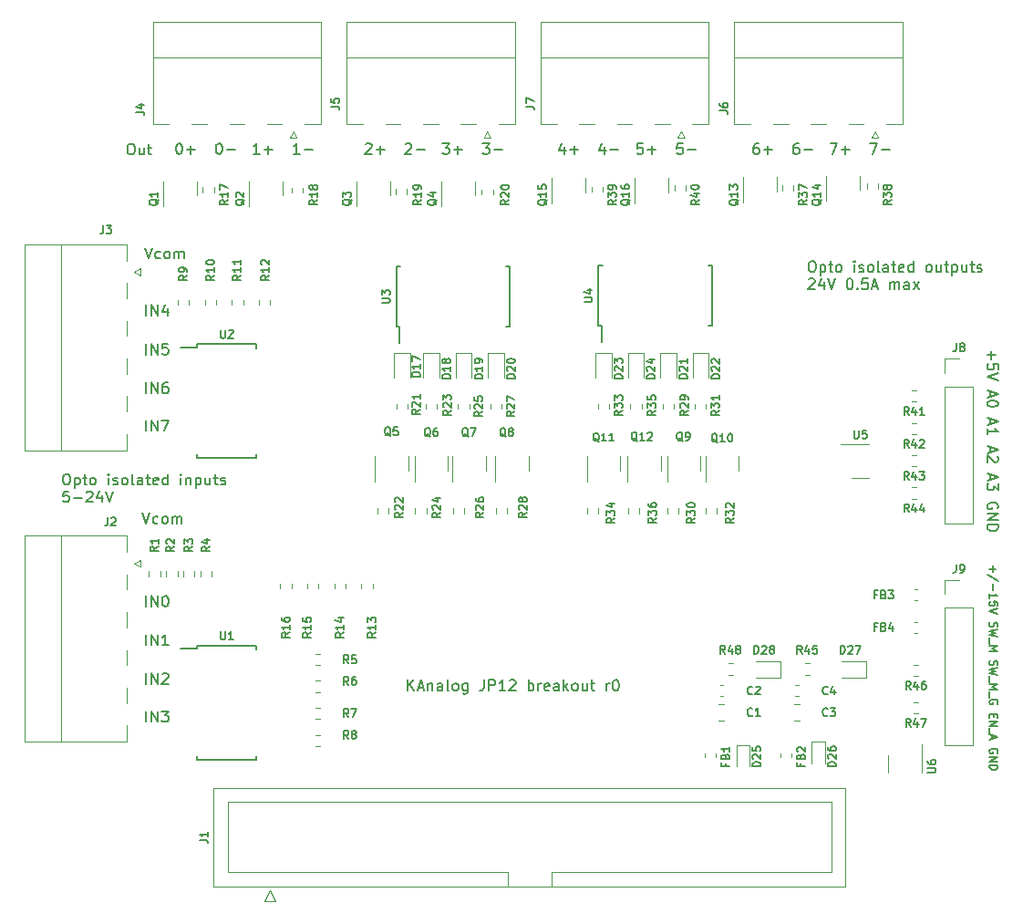
<source format=gto>
G04 #@! TF.GenerationSoftware,KiCad,Pcbnew,7.0.5-4d25ed1034~172~ubuntu20.04.1*
G04 #@! TF.CreationDate,2023-05-31T02:11:29+03:00*
G04 #@! TF.ProjectId,kanalog-jp12-breakout,6b616e61-6c6f-4672-9d6a-7031322d6272,rev?*
G04 #@! TF.SameCoordinates,Original*
G04 #@! TF.FileFunction,Legend,Top*
G04 #@! TF.FilePolarity,Positive*
%FSLAX46Y46*%
G04 Gerber Fmt 4.6, Leading zero omitted, Abs format (unit mm)*
G04 Created by KiCad (PCBNEW 7.0.5-4d25ed1034~172~ubuntu20.04.1) date 2023-05-31 02:11:29*
%MOMM*%
%LPD*%
G01*
G04 APERTURE LIST*
%ADD10C,0.150000*%
%ADD11C,0.120000*%
G04 APERTURE END LIST*
D10*
X113041541Y-96069819D02*
X113660588Y-96069819D01*
X113660588Y-96069819D02*
X113327255Y-96450771D01*
X113327255Y-96450771D02*
X113470112Y-96450771D01*
X113470112Y-96450771D02*
X113565350Y-96498390D01*
X113565350Y-96498390D02*
X113612969Y-96546009D01*
X113612969Y-96546009D02*
X113660588Y-96641247D01*
X113660588Y-96641247D02*
X113660588Y-96879342D01*
X113660588Y-96879342D02*
X113612969Y-96974580D01*
X113612969Y-96974580D02*
X113565350Y-97022200D01*
X113565350Y-97022200D02*
X113470112Y-97069819D01*
X113470112Y-97069819D02*
X113184398Y-97069819D01*
X113184398Y-97069819D02*
X113089160Y-97022200D01*
X113089160Y-97022200D02*
X113041541Y-96974580D01*
X114089160Y-96688866D02*
X114851065Y-96688866D01*
X114470112Y-97069819D02*
X114470112Y-96307914D01*
X116755827Y-96069819D02*
X117374874Y-96069819D01*
X117374874Y-96069819D02*
X117041541Y-96450771D01*
X117041541Y-96450771D02*
X117184398Y-96450771D01*
X117184398Y-96450771D02*
X117279636Y-96498390D01*
X117279636Y-96498390D02*
X117327255Y-96546009D01*
X117327255Y-96546009D02*
X117374874Y-96641247D01*
X117374874Y-96641247D02*
X117374874Y-96879342D01*
X117374874Y-96879342D02*
X117327255Y-96974580D01*
X117327255Y-96974580D02*
X117279636Y-97022200D01*
X117279636Y-97022200D02*
X117184398Y-97069819D01*
X117184398Y-97069819D02*
X116898684Y-97069819D01*
X116898684Y-97069819D02*
X116803446Y-97022200D01*
X116803446Y-97022200D02*
X116755827Y-96974580D01*
X117803446Y-96688866D02*
X118565351Y-96688866D01*
X85536779Y-139069819D02*
X85536779Y-138069819D01*
X86012969Y-139069819D02*
X86012969Y-138069819D01*
X86012969Y-138069819D02*
X86584397Y-139069819D01*
X86584397Y-139069819D02*
X86584397Y-138069819D01*
X87251064Y-138069819D02*
X87346302Y-138069819D01*
X87346302Y-138069819D02*
X87441540Y-138117438D01*
X87441540Y-138117438D02*
X87489159Y-138165057D01*
X87489159Y-138165057D02*
X87536778Y-138260295D01*
X87536778Y-138260295D02*
X87584397Y-138450771D01*
X87584397Y-138450771D02*
X87584397Y-138688866D01*
X87584397Y-138688866D02*
X87536778Y-138879342D01*
X87536778Y-138879342D02*
X87489159Y-138974580D01*
X87489159Y-138974580D02*
X87441540Y-139022200D01*
X87441540Y-139022200D02*
X87346302Y-139069819D01*
X87346302Y-139069819D02*
X87251064Y-139069819D01*
X87251064Y-139069819D02*
X87155826Y-139022200D01*
X87155826Y-139022200D02*
X87108207Y-138974580D01*
X87108207Y-138974580D02*
X87060588Y-138879342D01*
X87060588Y-138879342D02*
X87012969Y-138688866D01*
X87012969Y-138688866D02*
X87012969Y-138450771D01*
X87012969Y-138450771D02*
X87060588Y-138260295D01*
X87060588Y-138260295D02*
X87108207Y-138165057D01*
X87108207Y-138165057D02*
X87155826Y-138117438D01*
X87155826Y-138117438D02*
X87251064Y-138069819D01*
X85536779Y-112069819D02*
X85536779Y-111069819D01*
X86012969Y-112069819D02*
X86012969Y-111069819D01*
X86012969Y-111069819D02*
X86584397Y-112069819D01*
X86584397Y-112069819D02*
X86584397Y-111069819D01*
X87489159Y-111403152D02*
X87489159Y-112069819D01*
X87251064Y-111022200D02*
X87012969Y-111736485D01*
X87012969Y-111736485D02*
X87632016Y-111736485D01*
X124365350Y-96403152D02*
X124365350Y-97069819D01*
X124127255Y-96022200D02*
X123889160Y-96736485D01*
X123889160Y-96736485D02*
X124508207Y-96736485D01*
X124889160Y-96688866D02*
X125651065Y-96688866D01*
X125270112Y-97069819D02*
X125270112Y-96307914D01*
X128079636Y-96403152D02*
X128079636Y-97069819D01*
X127841541Y-96022200D02*
X127603446Y-96736485D01*
X127603446Y-96736485D02*
X128222493Y-96736485D01*
X128603446Y-96688866D02*
X129365351Y-96688866D01*
X85193922Y-130369819D02*
X85527255Y-131369819D01*
X85527255Y-131369819D02*
X85860588Y-130369819D01*
X86622493Y-131322200D02*
X86527255Y-131369819D01*
X86527255Y-131369819D02*
X86336779Y-131369819D01*
X86336779Y-131369819D02*
X86241541Y-131322200D01*
X86241541Y-131322200D02*
X86193922Y-131274580D01*
X86193922Y-131274580D02*
X86146303Y-131179342D01*
X86146303Y-131179342D02*
X86146303Y-130893628D01*
X86146303Y-130893628D02*
X86193922Y-130798390D01*
X86193922Y-130798390D02*
X86241541Y-130750771D01*
X86241541Y-130750771D02*
X86336779Y-130703152D01*
X86336779Y-130703152D02*
X86527255Y-130703152D01*
X86527255Y-130703152D02*
X86622493Y-130750771D01*
X87193922Y-131369819D02*
X87098684Y-131322200D01*
X87098684Y-131322200D02*
X87051065Y-131274580D01*
X87051065Y-131274580D02*
X87003446Y-131179342D01*
X87003446Y-131179342D02*
X87003446Y-130893628D01*
X87003446Y-130893628D02*
X87051065Y-130798390D01*
X87051065Y-130798390D02*
X87098684Y-130750771D01*
X87098684Y-130750771D02*
X87193922Y-130703152D01*
X87193922Y-130703152D02*
X87336779Y-130703152D01*
X87336779Y-130703152D02*
X87432017Y-130750771D01*
X87432017Y-130750771D02*
X87479636Y-130798390D01*
X87479636Y-130798390D02*
X87527255Y-130893628D01*
X87527255Y-130893628D02*
X87527255Y-131179342D01*
X87527255Y-131179342D02*
X87479636Y-131274580D01*
X87479636Y-131274580D02*
X87432017Y-131322200D01*
X87432017Y-131322200D02*
X87336779Y-131369819D01*
X87336779Y-131369819D02*
X87193922Y-131369819D01*
X87955827Y-131369819D02*
X87955827Y-130703152D01*
X87955827Y-130798390D02*
X88003446Y-130750771D01*
X88003446Y-130750771D02*
X88098684Y-130703152D01*
X88098684Y-130703152D02*
X88241541Y-130703152D01*
X88241541Y-130703152D02*
X88336779Y-130750771D01*
X88336779Y-130750771D02*
X88384398Y-130846009D01*
X88384398Y-130846009D02*
X88384398Y-131369819D01*
X88384398Y-130846009D02*
X88432017Y-130750771D01*
X88432017Y-130750771D02*
X88527255Y-130703152D01*
X88527255Y-130703152D02*
X88670112Y-130703152D01*
X88670112Y-130703152D02*
X88765351Y-130750771D01*
X88765351Y-130750771D02*
X88812970Y-130846009D01*
X88812970Y-130846009D02*
X88812970Y-131369819D01*
X85536779Y-115669819D02*
X85536779Y-114669819D01*
X86012969Y-115669819D02*
X86012969Y-114669819D01*
X86012969Y-114669819D02*
X86584397Y-115669819D01*
X86584397Y-115669819D02*
X86584397Y-114669819D01*
X87536778Y-114669819D02*
X87060588Y-114669819D01*
X87060588Y-114669819D02*
X87012969Y-115146009D01*
X87012969Y-115146009D02*
X87060588Y-115098390D01*
X87060588Y-115098390D02*
X87155826Y-115050771D01*
X87155826Y-115050771D02*
X87393921Y-115050771D01*
X87393921Y-115050771D02*
X87489159Y-115098390D01*
X87489159Y-115098390D02*
X87536778Y-115146009D01*
X87536778Y-115146009D02*
X87584397Y-115241247D01*
X87584397Y-115241247D02*
X87584397Y-115479342D01*
X87584397Y-115479342D02*
X87536778Y-115574580D01*
X87536778Y-115574580D02*
X87489159Y-115622200D01*
X87489159Y-115622200D02*
X87393921Y-115669819D01*
X87393921Y-115669819D02*
X87155826Y-115669819D01*
X87155826Y-115669819D02*
X87060588Y-115622200D01*
X87060588Y-115622200D02*
X87012969Y-115574580D01*
X109836779Y-146869819D02*
X109836779Y-145869819D01*
X110408207Y-146869819D02*
X109979636Y-146298390D01*
X110408207Y-145869819D02*
X109836779Y-146441247D01*
X110789160Y-146584104D02*
X111265350Y-146584104D01*
X110693922Y-146869819D02*
X111027255Y-145869819D01*
X111027255Y-145869819D02*
X111360588Y-146869819D01*
X111693922Y-146203152D02*
X111693922Y-146869819D01*
X111693922Y-146298390D02*
X111741541Y-146250771D01*
X111741541Y-146250771D02*
X111836779Y-146203152D01*
X111836779Y-146203152D02*
X111979636Y-146203152D01*
X111979636Y-146203152D02*
X112074874Y-146250771D01*
X112074874Y-146250771D02*
X112122493Y-146346009D01*
X112122493Y-146346009D02*
X112122493Y-146869819D01*
X113027255Y-146869819D02*
X113027255Y-146346009D01*
X113027255Y-146346009D02*
X112979636Y-146250771D01*
X112979636Y-146250771D02*
X112884398Y-146203152D01*
X112884398Y-146203152D02*
X112693922Y-146203152D01*
X112693922Y-146203152D02*
X112598684Y-146250771D01*
X113027255Y-146822200D02*
X112932017Y-146869819D01*
X112932017Y-146869819D02*
X112693922Y-146869819D01*
X112693922Y-146869819D02*
X112598684Y-146822200D01*
X112598684Y-146822200D02*
X112551065Y-146726961D01*
X112551065Y-146726961D02*
X112551065Y-146631723D01*
X112551065Y-146631723D02*
X112598684Y-146536485D01*
X112598684Y-146536485D02*
X112693922Y-146488866D01*
X112693922Y-146488866D02*
X112932017Y-146488866D01*
X112932017Y-146488866D02*
X113027255Y-146441247D01*
X113646303Y-146869819D02*
X113551065Y-146822200D01*
X113551065Y-146822200D02*
X113503446Y-146726961D01*
X113503446Y-146726961D02*
X113503446Y-145869819D01*
X114170113Y-146869819D02*
X114074875Y-146822200D01*
X114074875Y-146822200D02*
X114027256Y-146774580D01*
X114027256Y-146774580D02*
X113979637Y-146679342D01*
X113979637Y-146679342D02*
X113979637Y-146393628D01*
X113979637Y-146393628D02*
X114027256Y-146298390D01*
X114027256Y-146298390D02*
X114074875Y-146250771D01*
X114074875Y-146250771D02*
X114170113Y-146203152D01*
X114170113Y-146203152D02*
X114312970Y-146203152D01*
X114312970Y-146203152D02*
X114408208Y-146250771D01*
X114408208Y-146250771D02*
X114455827Y-146298390D01*
X114455827Y-146298390D02*
X114503446Y-146393628D01*
X114503446Y-146393628D02*
X114503446Y-146679342D01*
X114503446Y-146679342D02*
X114455827Y-146774580D01*
X114455827Y-146774580D02*
X114408208Y-146822200D01*
X114408208Y-146822200D02*
X114312970Y-146869819D01*
X114312970Y-146869819D02*
X114170113Y-146869819D01*
X115360589Y-146203152D02*
X115360589Y-147012676D01*
X115360589Y-147012676D02*
X115312970Y-147107914D01*
X115312970Y-147107914D02*
X115265351Y-147155533D01*
X115265351Y-147155533D02*
X115170113Y-147203152D01*
X115170113Y-147203152D02*
X115027256Y-147203152D01*
X115027256Y-147203152D02*
X114932018Y-147155533D01*
X115360589Y-146822200D02*
X115265351Y-146869819D01*
X115265351Y-146869819D02*
X115074875Y-146869819D01*
X115074875Y-146869819D02*
X114979637Y-146822200D01*
X114979637Y-146822200D02*
X114932018Y-146774580D01*
X114932018Y-146774580D02*
X114884399Y-146679342D01*
X114884399Y-146679342D02*
X114884399Y-146393628D01*
X114884399Y-146393628D02*
X114932018Y-146298390D01*
X114932018Y-146298390D02*
X114979637Y-146250771D01*
X114979637Y-146250771D02*
X115074875Y-146203152D01*
X115074875Y-146203152D02*
X115265351Y-146203152D01*
X115265351Y-146203152D02*
X115360589Y-146250771D01*
X116884399Y-145869819D02*
X116884399Y-146584104D01*
X116884399Y-146584104D02*
X116836780Y-146726961D01*
X116836780Y-146726961D02*
X116741542Y-146822200D01*
X116741542Y-146822200D02*
X116598685Y-146869819D01*
X116598685Y-146869819D02*
X116503447Y-146869819D01*
X117360590Y-146869819D02*
X117360590Y-145869819D01*
X117360590Y-145869819D02*
X117741542Y-145869819D01*
X117741542Y-145869819D02*
X117836780Y-145917438D01*
X117836780Y-145917438D02*
X117884399Y-145965057D01*
X117884399Y-145965057D02*
X117932018Y-146060295D01*
X117932018Y-146060295D02*
X117932018Y-146203152D01*
X117932018Y-146203152D02*
X117884399Y-146298390D01*
X117884399Y-146298390D02*
X117836780Y-146346009D01*
X117836780Y-146346009D02*
X117741542Y-146393628D01*
X117741542Y-146393628D02*
X117360590Y-146393628D01*
X118884399Y-146869819D02*
X118312971Y-146869819D01*
X118598685Y-146869819D02*
X118598685Y-145869819D01*
X118598685Y-145869819D02*
X118503447Y-146012676D01*
X118503447Y-146012676D02*
X118408209Y-146107914D01*
X118408209Y-146107914D02*
X118312971Y-146155533D01*
X119265352Y-145965057D02*
X119312971Y-145917438D01*
X119312971Y-145917438D02*
X119408209Y-145869819D01*
X119408209Y-145869819D02*
X119646304Y-145869819D01*
X119646304Y-145869819D02*
X119741542Y-145917438D01*
X119741542Y-145917438D02*
X119789161Y-145965057D01*
X119789161Y-145965057D02*
X119836780Y-146060295D01*
X119836780Y-146060295D02*
X119836780Y-146155533D01*
X119836780Y-146155533D02*
X119789161Y-146298390D01*
X119789161Y-146298390D02*
X119217733Y-146869819D01*
X119217733Y-146869819D02*
X119836780Y-146869819D01*
X121027257Y-146869819D02*
X121027257Y-145869819D01*
X121027257Y-146250771D02*
X121122495Y-146203152D01*
X121122495Y-146203152D02*
X121312971Y-146203152D01*
X121312971Y-146203152D02*
X121408209Y-146250771D01*
X121408209Y-146250771D02*
X121455828Y-146298390D01*
X121455828Y-146298390D02*
X121503447Y-146393628D01*
X121503447Y-146393628D02*
X121503447Y-146679342D01*
X121503447Y-146679342D02*
X121455828Y-146774580D01*
X121455828Y-146774580D02*
X121408209Y-146822200D01*
X121408209Y-146822200D02*
X121312971Y-146869819D01*
X121312971Y-146869819D02*
X121122495Y-146869819D01*
X121122495Y-146869819D02*
X121027257Y-146822200D01*
X121932019Y-146869819D02*
X121932019Y-146203152D01*
X121932019Y-146393628D02*
X121979638Y-146298390D01*
X121979638Y-146298390D02*
X122027257Y-146250771D01*
X122027257Y-146250771D02*
X122122495Y-146203152D01*
X122122495Y-146203152D02*
X122217733Y-146203152D01*
X122932019Y-146822200D02*
X122836781Y-146869819D01*
X122836781Y-146869819D02*
X122646305Y-146869819D01*
X122646305Y-146869819D02*
X122551067Y-146822200D01*
X122551067Y-146822200D02*
X122503448Y-146726961D01*
X122503448Y-146726961D02*
X122503448Y-146346009D01*
X122503448Y-146346009D02*
X122551067Y-146250771D01*
X122551067Y-146250771D02*
X122646305Y-146203152D01*
X122646305Y-146203152D02*
X122836781Y-146203152D01*
X122836781Y-146203152D02*
X122932019Y-146250771D01*
X122932019Y-146250771D02*
X122979638Y-146346009D01*
X122979638Y-146346009D02*
X122979638Y-146441247D01*
X122979638Y-146441247D02*
X122503448Y-146536485D01*
X123836781Y-146869819D02*
X123836781Y-146346009D01*
X123836781Y-146346009D02*
X123789162Y-146250771D01*
X123789162Y-146250771D02*
X123693924Y-146203152D01*
X123693924Y-146203152D02*
X123503448Y-146203152D01*
X123503448Y-146203152D02*
X123408210Y-146250771D01*
X123836781Y-146822200D02*
X123741543Y-146869819D01*
X123741543Y-146869819D02*
X123503448Y-146869819D01*
X123503448Y-146869819D02*
X123408210Y-146822200D01*
X123408210Y-146822200D02*
X123360591Y-146726961D01*
X123360591Y-146726961D02*
X123360591Y-146631723D01*
X123360591Y-146631723D02*
X123408210Y-146536485D01*
X123408210Y-146536485D02*
X123503448Y-146488866D01*
X123503448Y-146488866D02*
X123741543Y-146488866D01*
X123741543Y-146488866D02*
X123836781Y-146441247D01*
X124312972Y-146869819D02*
X124312972Y-145869819D01*
X124408210Y-146488866D02*
X124693924Y-146869819D01*
X124693924Y-146203152D02*
X124312972Y-146584104D01*
X125265353Y-146869819D02*
X125170115Y-146822200D01*
X125170115Y-146822200D02*
X125122496Y-146774580D01*
X125122496Y-146774580D02*
X125074877Y-146679342D01*
X125074877Y-146679342D02*
X125074877Y-146393628D01*
X125074877Y-146393628D02*
X125122496Y-146298390D01*
X125122496Y-146298390D02*
X125170115Y-146250771D01*
X125170115Y-146250771D02*
X125265353Y-146203152D01*
X125265353Y-146203152D02*
X125408210Y-146203152D01*
X125408210Y-146203152D02*
X125503448Y-146250771D01*
X125503448Y-146250771D02*
X125551067Y-146298390D01*
X125551067Y-146298390D02*
X125598686Y-146393628D01*
X125598686Y-146393628D02*
X125598686Y-146679342D01*
X125598686Y-146679342D02*
X125551067Y-146774580D01*
X125551067Y-146774580D02*
X125503448Y-146822200D01*
X125503448Y-146822200D02*
X125408210Y-146869819D01*
X125408210Y-146869819D02*
X125265353Y-146869819D01*
X126455829Y-146203152D02*
X126455829Y-146869819D01*
X126027258Y-146203152D02*
X126027258Y-146726961D01*
X126027258Y-146726961D02*
X126074877Y-146822200D01*
X126074877Y-146822200D02*
X126170115Y-146869819D01*
X126170115Y-146869819D02*
X126312972Y-146869819D01*
X126312972Y-146869819D02*
X126408210Y-146822200D01*
X126408210Y-146822200D02*
X126455829Y-146774580D01*
X126789163Y-146203152D02*
X127170115Y-146203152D01*
X126932020Y-145869819D02*
X126932020Y-146726961D01*
X126932020Y-146726961D02*
X126979639Y-146822200D01*
X126979639Y-146822200D02*
X127074877Y-146869819D01*
X127074877Y-146869819D02*
X127170115Y-146869819D01*
X128265354Y-146869819D02*
X128265354Y-146203152D01*
X128265354Y-146393628D02*
X128312973Y-146298390D01*
X128312973Y-146298390D02*
X128360592Y-146250771D01*
X128360592Y-146250771D02*
X128455830Y-146203152D01*
X128455830Y-146203152D02*
X128551068Y-146203152D01*
X129074878Y-145869819D02*
X129170116Y-145869819D01*
X129170116Y-145869819D02*
X129265354Y-145917438D01*
X129265354Y-145917438D02*
X129312973Y-145965057D01*
X129312973Y-145965057D02*
X129360592Y-146060295D01*
X129360592Y-146060295D02*
X129408211Y-146250771D01*
X129408211Y-146250771D02*
X129408211Y-146488866D01*
X129408211Y-146488866D02*
X129360592Y-146679342D01*
X129360592Y-146679342D02*
X129312973Y-146774580D01*
X129312973Y-146774580D02*
X129265354Y-146822200D01*
X129265354Y-146822200D02*
X129170116Y-146869819D01*
X129170116Y-146869819D02*
X129074878Y-146869819D01*
X129074878Y-146869819D02*
X128979640Y-146822200D01*
X128979640Y-146822200D02*
X128932021Y-146774580D01*
X128932021Y-146774580D02*
X128884402Y-146679342D01*
X128884402Y-146679342D02*
X128836783Y-146488866D01*
X128836783Y-146488866D02*
X128836783Y-146250771D01*
X128836783Y-146250771D02*
X128884402Y-146060295D01*
X128884402Y-146060295D02*
X128932021Y-145965057D01*
X128932021Y-145965057D02*
X128979640Y-145917438D01*
X128979640Y-145917438D02*
X129074878Y-145869819D01*
X84027255Y-96119819D02*
X84217731Y-96119819D01*
X84217731Y-96119819D02*
X84312969Y-96167438D01*
X84312969Y-96167438D02*
X84408207Y-96262676D01*
X84408207Y-96262676D02*
X84455826Y-96453152D01*
X84455826Y-96453152D02*
X84455826Y-96786485D01*
X84455826Y-96786485D02*
X84408207Y-96976961D01*
X84408207Y-96976961D02*
X84312969Y-97072200D01*
X84312969Y-97072200D02*
X84217731Y-97119819D01*
X84217731Y-97119819D02*
X84027255Y-97119819D01*
X84027255Y-97119819D02*
X83932017Y-97072200D01*
X83932017Y-97072200D02*
X83836779Y-96976961D01*
X83836779Y-96976961D02*
X83789160Y-96786485D01*
X83789160Y-96786485D02*
X83789160Y-96453152D01*
X83789160Y-96453152D02*
X83836779Y-96262676D01*
X83836779Y-96262676D02*
X83932017Y-96167438D01*
X83932017Y-96167438D02*
X84027255Y-96119819D01*
X85312969Y-96453152D02*
X85312969Y-97119819D01*
X84884398Y-96453152D02*
X84884398Y-96976961D01*
X84884398Y-96976961D02*
X84932017Y-97072200D01*
X84932017Y-97072200D02*
X85027255Y-97119819D01*
X85027255Y-97119819D02*
X85170112Y-97119819D01*
X85170112Y-97119819D02*
X85265350Y-97072200D01*
X85265350Y-97072200D02*
X85312969Y-97024580D01*
X85646303Y-96453152D02*
X86027255Y-96453152D01*
X85789160Y-96119819D02*
X85789160Y-96976961D01*
X85789160Y-96976961D02*
X85836779Y-97072200D01*
X85836779Y-97072200D02*
X85932017Y-97119819D01*
X85932017Y-97119819D02*
X86027255Y-97119819D01*
X142365350Y-96069819D02*
X142174874Y-96069819D01*
X142174874Y-96069819D02*
X142079636Y-96117438D01*
X142079636Y-96117438D02*
X142032017Y-96165057D01*
X142032017Y-96165057D02*
X141936779Y-96307914D01*
X141936779Y-96307914D02*
X141889160Y-96498390D01*
X141889160Y-96498390D02*
X141889160Y-96879342D01*
X141889160Y-96879342D02*
X141936779Y-96974580D01*
X141936779Y-96974580D02*
X141984398Y-97022200D01*
X141984398Y-97022200D02*
X142079636Y-97069819D01*
X142079636Y-97069819D02*
X142270112Y-97069819D01*
X142270112Y-97069819D02*
X142365350Y-97022200D01*
X142365350Y-97022200D02*
X142412969Y-96974580D01*
X142412969Y-96974580D02*
X142460588Y-96879342D01*
X142460588Y-96879342D02*
X142460588Y-96641247D01*
X142460588Y-96641247D02*
X142412969Y-96546009D01*
X142412969Y-96546009D02*
X142365350Y-96498390D01*
X142365350Y-96498390D02*
X142270112Y-96450771D01*
X142270112Y-96450771D02*
X142079636Y-96450771D01*
X142079636Y-96450771D02*
X141984398Y-96498390D01*
X141984398Y-96498390D02*
X141936779Y-96546009D01*
X141936779Y-96546009D02*
X141889160Y-96641247D01*
X142889160Y-96688866D02*
X143651065Y-96688866D01*
X143270112Y-97069819D02*
X143270112Y-96307914D01*
X146079636Y-96069819D02*
X145889160Y-96069819D01*
X145889160Y-96069819D02*
X145793922Y-96117438D01*
X145793922Y-96117438D02*
X145746303Y-96165057D01*
X145746303Y-96165057D02*
X145651065Y-96307914D01*
X145651065Y-96307914D02*
X145603446Y-96498390D01*
X145603446Y-96498390D02*
X145603446Y-96879342D01*
X145603446Y-96879342D02*
X145651065Y-96974580D01*
X145651065Y-96974580D02*
X145698684Y-97022200D01*
X145698684Y-97022200D02*
X145793922Y-97069819D01*
X145793922Y-97069819D02*
X145984398Y-97069819D01*
X145984398Y-97069819D02*
X146079636Y-97022200D01*
X146079636Y-97022200D02*
X146127255Y-96974580D01*
X146127255Y-96974580D02*
X146174874Y-96879342D01*
X146174874Y-96879342D02*
X146174874Y-96641247D01*
X146174874Y-96641247D02*
X146127255Y-96546009D01*
X146127255Y-96546009D02*
X146079636Y-96498390D01*
X146079636Y-96498390D02*
X145984398Y-96450771D01*
X145984398Y-96450771D02*
X145793922Y-96450771D01*
X145793922Y-96450771D02*
X145698684Y-96498390D01*
X145698684Y-96498390D02*
X145651065Y-96546009D01*
X145651065Y-96546009D02*
X145603446Y-96641247D01*
X146603446Y-96688866D02*
X147365351Y-96688866D01*
X96060588Y-97069819D02*
X95489160Y-97069819D01*
X95774874Y-97069819D02*
X95774874Y-96069819D01*
X95774874Y-96069819D02*
X95679636Y-96212676D01*
X95679636Y-96212676D02*
X95584398Y-96307914D01*
X95584398Y-96307914D02*
X95489160Y-96355533D01*
X96489160Y-96688866D02*
X97251065Y-96688866D01*
X96870112Y-97069819D02*
X96870112Y-96307914D01*
X99774874Y-97069819D02*
X99203446Y-97069819D01*
X99489160Y-97069819D02*
X99489160Y-96069819D01*
X99489160Y-96069819D02*
X99393922Y-96212676D01*
X99393922Y-96212676D02*
X99298684Y-96307914D01*
X99298684Y-96307914D02*
X99203446Y-96355533D01*
X100203446Y-96688866D02*
X100965351Y-96688866D01*
X88527255Y-96069819D02*
X88622493Y-96069819D01*
X88622493Y-96069819D02*
X88717731Y-96117438D01*
X88717731Y-96117438D02*
X88765350Y-96165057D01*
X88765350Y-96165057D02*
X88812969Y-96260295D01*
X88812969Y-96260295D02*
X88860588Y-96450771D01*
X88860588Y-96450771D02*
X88860588Y-96688866D01*
X88860588Y-96688866D02*
X88812969Y-96879342D01*
X88812969Y-96879342D02*
X88765350Y-96974580D01*
X88765350Y-96974580D02*
X88717731Y-97022200D01*
X88717731Y-97022200D02*
X88622493Y-97069819D01*
X88622493Y-97069819D02*
X88527255Y-97069819D01*
X88527255Y-97069819D02*
X88432017Y-97022200D01*
X88432017Y-97022200D02*
X88384398Y-96974580D01*
X88384398Y-96974580D02*
X88336779Y-96879342D01*
X88336779Y-96879342D02*
X88289160Y-96688866D01*
X88289160Y-96688866D02*
X88289160Y-96450771D01*
X88289160Y-96450771D02*
X88336779Y-96260295D01*
X88336779Y-96260295D02*
X88384398Y-96165057D01*
X88384398Y-96165057D02*
X88432017Y-96117438D01*
X88432017Y-96117438D02*
X88527255Y-96069819D01*
X89289160Y-96688866D02*
X90051065Y-96688866D01*
X89670112Y-97069819D02*
X89670112Y-96307914D01*
X92241541Y-96069819D02*
X92336779Y-96069819D01*
X92336779Y-96069819D02*
X92432017Y-96117438D01*
X92432017Y-96117438D02*
X92479636Y-96165057D01*
X92479636Y-96165057D02*
X92527255Y-96260295D01*
X92527255Y-96260295D02*
X92574874Y-96450771D01*
X92574874Y-96450771D02*
X92574874Y-96688866D01*
X92574874Y-96688866D02*
X92527255Y-96879342D01*
X92527255Y-96879342D02*
X92479636Y-96974580D01*
X92479636Y-96974580D02*
X92432017Y-97022200D01*
X92432017Y-97022200D02*
X92336779Y-97069819D01*
X92336779Y-97069819D02*
X92241541Y-97069819D01*
X92241541Y-97069819D02*
X92146303Y-97022200D01*
X92146303Y-97022200D02*
X92098684Y-96974580D01*
X92098684Y-96974580D02*
X92051065Y-96879342D01*
X92051065Y-96879342D02*
X92003446Y-96688866D01*
X92003446Y-96688866D02*
X92003446Y-96450771D01*
X92003446Y-96450771D02*
X92051065Y-96260295D01*
X92051065Y-96260295D02*
X92098684Y-96165057D01*
X92098684Y-96165057D02*
X92146303Y-96117438D01*
X92146303Y-96117438D02*
X92241541Y-96069819D01*
X93003446Y-96688866D02*
X93765351Y-96688866D01*
X85536779Y-142669819D02*
X85536779Y-141669819D01*
X86012969Y-142669819D02*
X86012969Y-141669819D01*
X86012969Y-141669819D02*
X86584397Y-142669819D01*
X86584397Y-142669819D02*
X86584397Y-141669819D01*
X87584397Y-142669819D02*
X87012969Y-142669819D01*
X87298683Y-142669819D02*
X87298683Y-141669819D01*
X87298683Y-141669819D02*
X87203445Y-141812676D01*
X87203445Y-141812676D02*
X87108207Y-141907914D01*
X87108207Y-141907914D02*
X87012969Y-141955533D01*
X131612969Y-96069819D02*
X131136779Y-96069819D01*
X131136779Y-96069819D02*
X131089160Y-96546009D01*
X131089160Y-96546009D02*
X131136779Y-96498390D01*
X131136779Y-96498390D02*
X131232017Y-96450771D01*
X131232017Y-96450771D02*
X131470112Y-96450771D01*
X131470112Y-96450771D02*
X131565350Y-96498390D01*
X131565350Y-96498390D02*
X131612969Y-96546009D01*
X131612969Y-96546009D02*
X131660588Y-96641247D01*
X131660588Y-96641247D02*
X131660588Y-96879342D01*
X131660588Y-96879342D02*
X131612969Y-96974580D01*
X131612969Y-96974580D02*
X131565350Y-97022200D01*
X131565350Y-97022200D02*
X131470112Y-97069819D01*
X131470112Y-97069819D02*
X131232017Y-97069819D01*
X131232017Y-97069819D02*
X131136779Y-97022200D01*
X131136779Y-97022200D02*
X131089160Y-96974580D01*
X132089160Y-96688866D02*
X132851065Y-96688866D01*
X132470112Y-97069819D02*
X132470112Y-96307914D01*
X135327255Y-96069819D02*
X134851065Y-96069819D01*
X134851065Y-96069819D02*
X134803446Y-96546009D01*
X134803446Y-96546009D02*
X134851065Y-96498390D01*
X134851065Y-96498390D02*
X134946303Y-96450771D01*
X134946303Y-96450771D02*
X135184398Y-96450771D01*
X135184398Y-96450771D02*
X135279636Y-96498390D01*
X135279636Y-96498390D02*
X135327255Y-96546009D01*
X135327255Y-96546009D02*
X135374874Y-96641247D01*
X135374874Y-96641247D02*
X135374874Y-96879342D01*
X135374874Y-96879342D02*
X135327255Y-96974580D01*
X135327255Y-96974580D02*
X135279636Y-97022200D01*
X135279636Y-97022200D02*
X135184398Y-97069819D01*
X135184398Y-97069819D02*
X134946303Y-97069819D01*
X134946303Y-97069819D02*
X134851065Y-97022200D01*
X134851065Y-97022200D02*
X134803446Y-96974580D01*
X135803446Y-96688866D02*
X136565351Y-96688866D01*
X164135300Y-135277255D02*
X164135300Y-135848684D01*
X163849585Y-135562969D02*
X164421014Y-135562969D01*
X164635300Y-136741540D02*
X163671014Y-136098683D01*
X164135300Y-136991540D02*
X164135300Y-137562969D01*
X163849585Y-138312968D02*
X163849585Y-137884397D01*
X163849585Y-138098682D02*
X164599585Y-138098682D01*
X164599585Y-138098682D02*
X164492442Y-138027254D01*
X164492442Y-138027254D02*
X164421014Y-137955825D01*
X164421014Y-137955825D02*
X164385300Y-137884397D01*
X164599585Y-138991540D02*
X164599585Y-138634397D01*
X164599585Y-138634397D02*
X164242442Y-138598683D01*
X164242442Y-138598683D02*
X164278157Y-138634397D01*
X164278157Y-138634397D02*
X164313871Y-138705826D01*
X164313871Y-138705826D02*
X164313871Y-138884397D01*
X164313871Y-138884397D02*
X164278157Y-138955826D01*
X164278157Y-138955826D02*
X164242442Y-138991540D01*
X164242442Y-138991540D02*
X164171014Y-139027254D01*
X164171014Y-139027254D02*
X163992442Y-139027254D01*
X163992442Y-139027254D02*
X163921014Y-138991540D01*
X163921014Y-138991540D02*
X163885300Y-138955826D01*
X163885300Y-138955826D02*
X163849585Y-138884397D01*
X163849585Y-138884397D02*
X163849585Y-138705826D01*
X163849585Y-138705826D02*
X163885300Y-138634397D01*
X163885300Y-138634397D02*
X163921014Y-138598683D01*
X164599585Y-139241540D02*
X163849585Y-139491540D01*
X163849585Y-139491540D02*
X164599585Y-139741540D01*
X163885300Y-140527255D02*
X163849585Y-140634398D01*
X163849585Y-140634398D02*
X163849585Y-140812969D01*
X163849585Y-140812969D02*
X163885300Y-140884398D01*
X163885300Y-140884398D02*
X163921014Y-140920112D01*
X163921014Y-140920112D02*
X163992442Y-140955826D01*
X163992442Y-140955826D02*
X164063871Y-140955826D01*
X164063871Y-140955826D02*
X164135300Y-140920112D01*
X164135300Y-140920112D02*
X164171014Y-140884398D01*
X164171014Y-140884398D02*
X164206728Y-140812969D01*
X164206728Y-140812969D02*
X164242442Y-140670112D01*
X164242442Y-140670112D02*
X164278157Y-140598683D01*
X164278157Y-140598683D02*
X164313871Y-140562969D01*
X164313871Y-140562969D02*
X164385300Y-140527255D01*
X164385300Y-140527255D02*
X164456728Y-140527255D01*
X164456728Y-140527255D02*
X164528157Y-140562969D01*
X164528157Y-140562969D02*
X164563871Y-140598683D01*
X164563871Y-140598683D02*
X164599585Y-140670112D01*
X164599585Y-140670112D02*
X164599585Y-140848683D01*
X164599585Y-140848683D02*
X164563871Y-140955826D01*
X164599585Y-141205826D02*
X163849585Y-141384398D01*
X163849585Y-141384398D02*
X164385300Y-141527255D01*
X164385300Y-141527255D02*
X163849585Y-141670112D01*
X163849585Y-141670112D02*
X164599585Y-141848684D01*
X163778157Y-141955827D02*
X163778157Y-142527255D01*
X163849585Y-142705827D02*
X164599585Y-142705827D01*
X164599585Y-142705827D02*
X164063871Y-142955827D01*
X164063871Y-142955827D02*
X164599585Y-143205827D01*
X164599585Y-143205827D02*
X163849585Y-143205827D01*
X163885300Y-144098685D02*
X163849585Y-144205828D01*
X163849585Y-144205828D02*
X163849585Y-144384399D01*
X163849585Y-144384399D02*
X163885300Y-144455828D01*
X163885300Y-144455828D02*
X163921014Y-144491542D01*
X163921014Y-144491542D02*
X163992442Y-144527256D01*
X163992442Y-144527256D02*
X164063871Y-144527256D01*
X164063871Y-144527256D02*
X164135300Y-144491542D01*
X164135300Y-144491542D02*
X164171014Y-144455828D01*
X164171014Y-144455828D02*
X164206728Y-144384399D01*
X164206728Y-144384399D02*
X164242442Y-144241542D01*
X164242442Y-144241542D02*
X164278157Y-144170113D01*
X164278157Y-144170113D02*
X164313871Y-144134399D01*
X164313871Y-144134399D02*
X164385300Y-144098685D01*
X164385300Y-144098685D02*
X164456728Y-144098685D01*
X164456728Y-144098685D02*
X164528157Y-144134399D01*
X164528157Y-144134399D02*
X164563871Y-144170113D01*
X164563871Y-144170113D02*
X164599585Y-144241542D01*
X164599585Y-144241542D02*
X164599585Y-144420113D01*
X164599585Y-144420113D02*
X164563871Y-144527256D01*
X164599585Y-144777256D02*
X163849585Y-144955828D01*
X163849585Y-144955828D02*
X164385300Y-145098685D01*
X164385300Y-145098685D02*
X163849585Y-145241542D01*
X163849585Y-145241542D02*
X164599585Y-145420114D01*
X163778157Y-145527257D02*
X163778157Y-146098685D01*
X163849585Y-146277257D02*
X164599585Y-146277257D01*
X164599585Y-146277257D02*
X164063871Y-146527257D01*
X164063871Y-146527257D02*
X164599585Y-146777257D01*
X164599585Y-146777257D02*
X163849585Y-146777257D01*
X163778157Y-146955829D02*
X163778157Y-147527257D01*
X164563871Y-148098686D02*
X164599585Y-148027258D01*
X164599585Y-148027258D02*
X164599585Y-147920115D01*
X164599585Y-147920115D02*
X164563871Y-147812972D01*
X164563871Y-147812972D02*
X164492442Y-147741543D01*
X164492442Y-147741543D02*
X164421014Y-147705829D01*
X164421014Y-147705829D02*
X164278157Y-147670115D01*
X164278157Y-147670115D02*
X164171014Y-147670115D01*
X164171014Y-147670115D02*
X164028157Y-147705829D01*
X164028157Y-147705829D02*
X163956728Y-147741543D01*
X163956728Y-147741543D02*
X163885300Y-147812972D01*
X163885300Y-147812972D02*
X163849585Y-147920115D01*
X163849585Y-147920115D02*
X163849585Y-147991543D01*
X163849585Y-147991543D02*
X163885300Y-148098686D01*
X163885300Y-148098686D02*
X163921014Y-148134400D01*
X163921014Y-148134400D02*
X164171014Y-148134400D01*
X164171014Y-148134400D02*
X164171014Y-147991543D01*
X164242442Y-149027258D02*
X164242442Y-149277258D01*
X163849585Y-149384401D02*
X163849585Y-149027258D01*
X163849585Y-149027258D02*
X164599585Y-149027258D01*
X164599585Y-149027258D02*
X164599585Y-149384401D01*
X163849585Y-149705829D02*
X164599585Y-149705829D01*
X164599585Y-149705829D02*
X163849585Y-150134400D01*
X163849585Y-150134400D02*
X164599585Y-150134400D01*
X163778157Y-150312972D02*
X163778157Y-150884400D01*
X164063871Y-151027258D02*
X164063871Y-151384401D01*
X163849585Y-150955829D02*
X164599585Y-151205829D01*
X164599585Y-151205829D02*
X163849585Y-151455829D01*
X164563871Y-152670115D02*
X164599585Y-152598687D01*
X164599585Y-152598687D02*
X164599585Y-152491544D01*
X164599585Y-152491544D02*
X164563871Y-152384401D01*
X164563871Y-152384401D02*
X164492442Y-152312972D01*
X164492442Y-152312972D02*
X164421014Y-152277258D01*
X164421014Y-152277258D02*
X164278157Y-152241544D01*
X164278157Y-152241544D02*
X164171014Y-152241544D01*
X164171014Y-152241544D02*
X164028157Y-152277258D01*
X164028157Y-152277258D02*
X163956728Y-152312972D01*
X163956728Y-152312972D02*
X163885300Y-152384401D01*
X163885300Y-152384401D02*
X163849585Y-152491544D01*
X163849585Y-152491544D02*
X163849585Y-152562972D01*
X163849585Y-152562972D02*
X163885300Y-152670115D01*
X163885300Y-152670115D02*
X163921014Y-152705829D01*
X163921014Y-152705829D02*
X164171014Y-152705829D01*
X164171014Y-152705829D02*
X164171014Y-152562972D01*
X163849585Y-153027258D02*
X164599585Y-153027258D01*
X164599585Y-153027258D02*
X163849585Y-153455829D01*
X163849585Y-153455829D02*
X164599585Y-153455829D01*
X163849585Y-153812972D02*
X164599585Y-153812972D01*
X164599585Y-153812972D02*
X164599585Y-153991543D01*
X164599585Y-153991543D02*
X164563871Y-154098686D01*
X164563871Y-154098686D02*
X164492442Y-154170115D01*
X164492442Y-154170115D02*
X164421014Y-154205829D01*
X164421014Y-154205829D02*
X164278157Y-154241543D01*
X164278157Y-154241543D02*
X164171014Y-154241543D01*
X164171014Y-154241543D02*
X164028157Y-154205829D01*
X164028157Y-154205829D02*
X163956728Y-154170115D01*
X163956728Y-154170115D02*
X163885300Y-154098686D01*
X163885300Y-154098686D02*
X163849585Y-153991543D01*
X163849585Y-153991543D02*
X163849585Y-153812972D01*
X164011133Y-115336779D02*
X164011133Y-116098684D01*
X163630180Y-115717731D02*
X164392085Y-115717731D01*
X164630180Y-117051064D02*
X164630180Y-116574874D01*
X164630180Y-116574874D02*
X164153990Y-116527255D01*
X164153990Y-116527255D02*
X164201609Y-116574874D01*
X164201609Y-116574874D02*
X164249228Y-116670112D01*
X164249228Y-116670112D02*
X164249228Y-116908207D01*
X164249228Y-116908207D02*
X164201609Y-117003445D01*
X164201609Y-117003445D02*
X164153990Y-117051064D01*
X164153990Y-117051064D02*
X164058752Y-117098683D01*
X164058752Y-117098683D02*
X163820657Y-117098683D01*
X163820657Y-117098683D02*
X163725419Y-117051064D01*
X163725419Y-117051064D02*
X163677800Y-117003445D01*
X163677800Y-117003445D02*
X163630180Y-116908207D01*
X163630180Y-116908207D02*
X163630180Y-116670112D01*
X163630180Y-116670112D02*
X163677800Y-116574874D01*
X163677800Y-116574874D02*
X163725419Y-116527255D01*
X164630180Y-117384398D02*
X163630180Y-117717731D01*
X163630180Y-117717731D02*
X164630180Y-118051064D01*
X163915895Y-119098684D02*
X163915895Y-119574874D01*
X163630180Y-119003446D02*
X164630180Y-119336779D01*
X164630180Y-119336779D02*
X163630180Y-119670112D01*
X164630180Y-120193922D02*
X164630180Y-120289160D01*
X164630180Y-120289160D02*
X164582561Y-120384398D01*
X164582561Y-120384398D02*
X164534942Y-120432017D01*
X164534942Y-120432017D02*
X164439704Y-120479636D01*
X164439704Y-120479636D02*
X164249228Y-120527255D01*
X164249228Y-120527255D02*
X164011133Y-120527255D01*
X164011133Y-120527255D02*
X163820657Y-120479636D01*
X163820657Y-120479636D02*
X163725419Y-120432017D01*
X163725419Y-120432017D02*
X163677800Y-120384398D01*
X163677800Y-120384398D02*
X163630180Y-120289160D01*
X163630180Y-120289160D02*
X163630180Y-120193922D01*
X163630180Y-120193922D02*
X163677800Y-120098684D01*
X163677800Y-120098684D02*
X163725419Y-120051065D01*
X163725419Y-120051065D02*
X163820657Y-120003446D01*
X163820657Y-120003446D02*
X164011133Y-119955827D01*
X164011133Y-119955827D02*
X164249228Y-119955827D01*
X164249228Y-119955827D02*
X164439704Y-120003446D01*
X164439704Y-120003446D02*
X164534942Y-120051065D01*
X164534942Y-120051065D02*
X164582561Y-120098684D01*
X164582561Y-120098684D02*
X164630180Y-120193922D01*
X163915895Y-121670113D02*
X163915895Y-122146303D01*
X163630180Y-121574875D02*
X164630180Y-121908208D01*
X164630180Y-121908208D02*
X163630180Y-122241541D01*
X163630180Y-123098684D02*
X163630180Y-122527256D01*
X163630180Y-122812970D02*
X164630180Y-122812970D01*
X164630180Y-122812970D02*
X164487323Y-122717732D01*
X164487323Y-122717732D02*
X164392085Y-122622494D01*
X164392085Y-122622494D02*
X164344466Y-122527256D01*
X163915895Y-124241542D02*
X163915895Y-124717732D01*
X163630180Y-124146304D02*
X164630180Y-124479637D01*
X164630180Y-124479637D02*
X163630180Y-124812970D01*
X164534942Y-125098685D02*
X164582561Y-125146304D01*
X164582561Y-125146304D02*
X164630180Y-125241542D01*
X164630180Y-125241542D02*
X164630180Y-125479637D01*
X164630180Y-125479637D02*
X164582561Y-125574875D01*
X164582561Y-125574875D02*
X164534942Y-125622494D01*
X164534942Y-125622494D02*
X164439704Y-125670113D01*
X164439704Y-125670113D02*
X164344466Y-125670113D01*
X164344466Y-125670113D02*
X164201609Y-125622494D01*
X164201609Y-125622494D02*
X163630180Y-125051066D01*
X163630180Y-125051066D02*
X163630180Y-125670113D01*
X163915895Y-126812971D02*
X163915895Y-127289161D01*
X163630180Y-126717733D02*
X164630180Y-127051066D01*
X164630180Y-127051066D02*
X163630180Y-127384399D01*
X164630180Y-127622495D02*
X164630180Y-128241542D01*
X164630180Y-128241542D02*
X164249228Y-127908209D01*
X164249228Y-127908209D02*
X164249228Y-128051066D01*
X164249228Y-128051066D02*
X164201609Y-128146304D01*
X164201609Y-128146304D02*
X164153990Y-128193923D01*
X164153990Y-128193923D02*
X164058752Y-128241542D01*
X164058752Y-128241542D02*
X163820657Y-128241542D01*
X163820657Y-128241542D02*
X163725419Y-128193923D01*
X163725419Y-128193923D02*
X163677800Y-128146304D01*
X163677800Y-128146304D02*
X163630180Y-128051066D01*
X163630180Y-128051066D02*
X163630180Y-127765352D01*
X163630180Y-127765352D02*
X163677800Y-127670114D01*
X163677800Y-127670114D02*
X163725419Y-127622495D01*
X164582561Y-129955828D02*
X164630180Y-129860590D01*
X164630180Y-129860590D02*
X164630180Y-129717733D01*
X164630180Y-129717733D02*
X164582561Y-129574876D01*
X164582561Y-129574876D02*
X164487323Y-129479638D01*
X164487323Y-129479638D02*
X164392085Y-129432019D01*
X164392085Y-129432019D02*
X164201609Y-129384400D01*
X164201609Y-129384400D02*
X164058752Y-129384400D01*
X164058752Y-129384400D02*
X163868276Y-129432019D01*
X163868276Y-129432019D02*
X163773038Y-129479638D01*
X163773038Y-129479638D02*
X163677800Y-129574876D01*
X163677800Y-129574876D02*
X163630180Y-129717733D01*
X163630180Y-129717733D02*
X163630180Y-129812971D01*
X163630180Y-129812971D02*
X163677800Y-129955828D01*
X163677800Y-129955828D02*
X163725419Y-130003447D01*
X163725419Y-130003447D02*
X164058752Y-130003447D01*
X164058752Y-130003447D02*
X164058752Y-129812971D01*
X163630180Y-130432019D02*
X164630180Y-130432019D01*
X164630180Y-130432019D02*
X163630180Y-131003447D01*
X163630180Y-131003447D02*
X164630180Y-131003447D01*
X163630180Y-131479638D02*
X164630180Y-131479638D01*
X164630180Y-131479638D02*
X164630180Y-131717733D01*
X164630180Y-131717733D02*
X164582561Y-131860590D01*
X164582561Y-131860590D02*
X164487323Y-131955828D01*
X164487323Y-131955828D02*
X164392085Y-132003447D01*
X164392085Y-132003447D02*
X164201609Y-132051066D01*
X164201609Y-132051066D02*
X164058752Y-132051066D01*
X164058752Y-132051066D02*
X163868276Y-132003447D01*
X163868276Y-132003447D02*
X163773038Y-131955828D01*
X163773038Y-131955828D02*
X163677800Y-131860590D01*
X163677800Y-131860590D02*
X163630180Y-131717733D01*
X163630180Y-131717733D02*
X163630180Y-131479638D01*
X85393922Y-105769819D02*
X85727255Y-106769819D01*
X85727255Y-106769819D02*
X86060588Y-105769819D01*
X86822493Y-106722200D02*
X86727255Y-106769819D01*
X86727255Y-106769819D02*
X86536779Y-106769819D01*
X86536779Y-106769819D02*
X86441541Y-106722200D01*
X86441541Y-106722200D02*
X86393922Y-106674580D01*
X86393922Y-106674580D02*
X86346303Y-106579342D01*
X86346303Y-106579342D02*
X86346303Y-106293628D01*
X86346303Y-106293628D02*
X86393922Y-106198390D01*
X86393922Y-106198390D02*
X86441541Y-106150771D01*
X86441541Y-106150771D02*
X86536779Y-106103152D01*
X86536779Y-106103152D02*
X86727255Y-106103152D01*
X86727255Y-106103152D02*
X86822493Y-106150771D01*
X87393922Y-106769819D02*
X87298684Y-106722200D01*
X87298684Y-106722200D02*
X87251065Y-106674580D01*
X87251065Y-106674580D02*
X87203446Y-106579342D01*
X87203446Y-106579342D02*
X87203446Y-106293628D01*
X87203446Y-106293628D02*
X87251065Y-106198390D01*
X87251065Y-106198390D02*
X87298684Y-106150771D01*
X87298684Y-106150771D02*
X87393922Y-106103152D01*
X87393922Y-106103152D02*
X87536779Y-106103152D01*
X87536779Y-106103152D02*
X87632017Y-106150771D01*
X87632017Y-106150771D02*
X87679636Y-106198390D01*
X87679636Y-106198390D02*
X87727255Y-106293628D01*
X87727255Y-106293628D02*
X87727255Y-106579342D01*
X87727255Y-106579342D02*
X87679636Y-106674580D01*
X87679636Y-106674580D02*
X87632017Y-106722200D01*
X87632017Y-106722200D02*
X87536779Y-106769819D01*
X87536779Y-106769819D02*
X87393922Y-106769819D01*
X88155827Y-106769819D02*
X88155827Y-106103152D01*
X88155827Y-106198390D02*
X88203446Y-106150771D01*
X88203446Y-106150771D02*
X88298684Y-106103152D01*
X88298684Y-106103152D02*
X88441541Y-106103152D01*
X88441541Y-106103152D02*
X88536779Y-106150771D01*
X88536779Y-106150771D02*
X88584398Y-106246009D01*
X88584398Y-106246009D02*
X88584398Y-106769819D01*
X88584398Y-106246009D02*
X88632017Y-106150771D01*
X88632017Y-106150771D02*
X88727255Y-106103152D01*
X88727255Y-106103152D02*
X88870112Y-106103152D01*
X88870112Y-106103152D02*
X88965351Y-106150771D01*
X88965351Y-106150771D02*
X89012970Y-106246009D01*
X89012970Y-106246009D02*
X89012970Y-106769819D01*
X78027255Y-126759819D02*
X78217731Y-126759819D01*
X78217731Y-126759819D02*
X78312969Y-126807438D01*
X78312969Y-126807438D02*
X78408207Y-126902676D01*
X78408207Y-126902676D02*
X78455826Y-127093152D01*
X78455826Y-127093152D02*
X78455826Y-127426485D01*
X78455826Y-127426485D02*
X78408207Y-127616961D01*
X78408207Y-127616961D02*
X78312969Y-127712200D01*
X78312969Y-127712200D02*
X78217731Y-127759819D01*
X78217731Y-127759819D02*
X78027255Y-127759819D01*
X78027255Y-127759819D02*
X77932017Y-127712200D01*
X77932017Y-127712200D02*
X77836779Y-127616961D01*
X77836779Y-127616961D02*
X77789160Y-127426485D01*
X77789160Y-127426485D02*
X77789160Y-127093152D01*
X77789160Y-127093152D02*
X77836779Y-126902676D01*
X77836779Y-126902676D02*
X77932017Y-126807438D01*
X77932017Y-126807438D02*
X78027255Y-126759819D01*
X78884398Y-127093152D02*
X78884398Y-128093152D01*
X78884398Y-127140771D02*
X78979636Y-127093152D01*
X78979636Y-127093152D02*
X79170112Y-127093152D01*
X79170112Y-127093152D02*
X79265350Y-127140771D01*
X79265350Y-127140771D02*
X79312969Y-127188390D01*
X79312969Y-127188390D02*
X79360588Y-127283628D01*
X79360588Y-127283628D02*
X79360588Y-127569342D01*
X79360588Y-127569342D02*
X79312969Y-127664580D01*
X79312969Y-127664580D02*
X79265350Y-127712200D01*
X79265350Y-127712200D02*
X79170112Y-127759819D01*
X79170112Y-127759819D02*
X78979636Y-127759819D01*
X78979636Y-127759819D02*
X78884398Y-127712200D01*
X79646303Y-127093152D02*
X80027255Y-127093152D01*
X79789160Y-126759819D02*
X79789160Y-127616961D01*
X79789160Y-127616961D02*
X79836779Y-127712200D01*
X79836779Y-127712200D02*
X79932017Y-127759819D01*
X79932017Y-127759819D02*
X80027255Y-127759819D01*
X80503446Y-127759819D02*
X80408208Y-127712200D01*
X80408208Y-127712200D02*
X80360589Y-127664580D01*
X80360589Y-127664580D02*
X80312970Y-127569342D01*
X80312970Y-127569342D02*
X80312970Y-127283628D01*
X80312970Y-127283628D02*
X80360589Y-127188390D01*
X80360589Y-127188390D02*
X80408208Y-127140771D01*
X80408208Y-127140771D02*
X80503446Y-127093152D01*
X80503446Y-127093152D02*
X80646303Y-127093152D01*
X80646303Y-127093152D02*
X80741541Y-127140771D01*
X80741541Y-127140771D02*
X80789160Y-127188390D01*
X80789160Y-127188390D02*
X80836779Y-127283628D01*
X80836779Y-127283628D02*
X80836779Y-127569342D01*
X80836779Y-127569342D02*
X80789160Y-127664580D01*
X80789160Y-127664580D02*
X80741541Y-127712200D01*
X80741541Y-127712200D02*
X80646303Y-127759819D01*
X80646303Y-127759819D02*
X80503446Y-127759819D01*
X82027256Y-127759819D02*
X82027256Y-127093152D01*
X82027256Y-126759819D02*
X81979637Y-126807438D01*
X81979637Y-126807438D02*
X82027256Y-126855057D01*
X82027256Y-126855057D02*
X82074875Y-126807438D01*
X82074875Y-126807438D02*
X82027256Y-126759819D01*
X82027256Y-126759819D02*
X82027256Y-126855057D01*
X82455827Y-127712200D02*
X82551065Y-127759819D01*
X82551065Y-127759819D02*
X82741541Y-127759819D01*
X82741541Y-127759819D02*
X82836779Y-127712200D01*
X82836779Y-127712200D02*
X82884398Y-127616961D01*
X82884398Y-127616961D02*
X82884398Y-127569342D01*
X82884398Y-127569342D02*
X82836779Y-127474104D01*
X82836779Y-127474104D02*
X82741541Y-127426485D01*
X82741541Y-127426485D02*
X82598684Y-127426485D01*
X82598684Y-127426485D02*
X82503446Y-127378866D01*
X82503446Y-127378866D02*
X82455827Y-127283628D01*
X82455827Y-127283628D02*
X82455827Y-127236009D01*
X82455827Y-127236009D02*
X82503446Y-127140771D01*
X82503446Y-127140771D02*
X82598684Y-127093152D01*
X82598684Y-127093152D02*
X82741541Y-127093152D01*
X82741541Y-127093152D02*
X82836779Y-127140771D01*
X83455827Y-127759819D02*
X83360589Y-127712200D01*
X83360589Y-127712200D02*
X83312970Y-127664580D01*
X83312970Y-127664580D02*
X83265351Y-127569342D01*
X83265351Y-127569342D02*
X83265351Y-127283628D01*
X83265351Y-127283628D02*
X83312970Y-127188390D01*
X83312970Y-127188390D02*
X83360589Y-127140771D01*
X83360589Y-127140771D02*
X83455827Y-127093152D01*
X83455827Y-127093152D02*
X83598684Y-127093152D01*
X83598684Y-127093152D02*
X83693922Y-127140771D01*
X83693922Y-127140771D02*
X83741541Y-127188390D01*
X83741541Y-127188390D02*
X83789160Y-127283628D01*
X83789160Y-127283628D02*
X83789160Y-127569342D01*
X83789160Y-127569342D02*
X83741541Y-127664580D01*
X83741541Y-127664580D02*
X83693922Y-127712200D01*
X83693922Y-127712200D02*
X83598684Y-127759819D01*
X83598684Y-127759819D02*
X83455827Y-127759819D01*
X84360589Y-127759819D02*
X84265351Y-127712200D01*
X84265351Y-127712200D02*
X84217732Y-127616961D01*
X84217732Y-127616961D02*
X84217732Y-126759819D01*
X85170113Y-127759819D02*
X85170113Y-127236009D01*
X85170113Y-127236009D02*
X85122494Y-127140771D01*
X85122494Y-127140771D02*
X85027256Y-127093152D01*
X85027256Y-127093152D02*
X84836780Y-127093152D01*
X84836780Y-127093152D02*
X84741542Y-127140771D01*
X85170113Y-127712200D02*
X85074875Y-127759819D01*
X85074875Y-127759819D02*
X84836780Y-127759819D01*
X84836780Y-127759819D02*
X84741542Y-127712200D01*
X84741542Y-127712200D02*
X84693923Y-127616961D01*
X84693923Y-127616961D02*
X84693923Y-127521723D01*
X84693923Y-127521723D02*
X84741542Y-127426485D01*
X84741542Y-127426485D02*
X84836780Y-127378866D01*
X84836780Y-127378866D02*
X85074875Y-127378866D01*
X85074875Y-127378866D02*
X85170113Y-127331247D01*
X85503447Y-127093152D02*
X85884399Y-127093152D01*
X85646304Y-126759819D02*
X85646304Y-127616961D01*
X85646304Y-127616961D02*
X85693923Y-127712200D01*
X85693923Y-127712200D02*
X85789161Y-127759819D01*
X85789161Y-127759819D02*
X85884399Y-127759819D01*
X86598685Y-127712200D02*
X86503447Y-127759819D01*
X86503447Y-127759819D02*
X86312971Y-127759819D01*
X86312971Y-127759819D02*
X86217733Y-127712200D01*
X86217733Y-127712200D02*
X86170114Y-127616961D01*
X86170114Y-127616961D02*
X86170114Y-127236009D01*
X86170114Y-127236009D02*
X86217733Y-127140771D01*
X86217733Y-127140771D02*
X86312971Y-127093152D01*
X86312971Y-127093152D02*
X86503447Y-127093152D01*
X86503447Y-127093152D02*
X86598685Y-127140771D01*
X86598685Y-127140771D02*
X86646304Y-127236009D01*
X86646304Y-127236009D02*
X86646304Y-127331247D01*
X86646304Y-127331247D02*
X86170114Y-127426485D01*
X87503447Y-127759819D02*
X87503447Y-126759819D01*
X87503447Y-127712200D02*
X87408209Y-127759819D01*
X87408209Y-127759819D02*
X87217733Y-127759819D01*
X87217733Y-127759819D02*
X87122495Y-127712200D01*
X87122495Y-127712200D02*
X87074876Y-127664580D01*
X87074876Y-127664580D02*
X87027257Y-127569342D01*
X87027257Y-127569342D02*
X87027257Y-127283628D01*
X87027257Y-127283628D02*
X87074876Y-127188390D01*
X87074876Y-127188390D02*
X87122495Y-127140771D01*
X87122495Y-127140771D02*
X87217733Y-127093152D01*
X87217733Y-127093152D02*
X87408209Y-127093152D01*
X87408209Y-127093152D02*
X87503447Y-127140771D01*
X88741543Y-127759819D02*
X88741543Y-127093152D01*
X88741543Y-126759819D02*
X88693924Y-126807438D01*
X88693924Y-126807438D02*
X88741543Y-126855057D01*
X88741543Y-126855057D02*
X88789162Y-126807438D01*
X88789162Y-126807438D02*
X88741543Y-126759819D01*
X88741543Y-126759819D02*
X88741543Y-126855057D01*
X89217733Y-127093152D02*
X89217733Y-127759819D01*
X89217733Y-127188390D02*
X89265352Y-127140771D01*
X89265352Y-127140771D02*
X89360590Y-127093152D01*
X89360590Y-127093152D02*
X89503447Y-127093152D01*
X89503447Y-127093152D02*
X89598685Y-127140771D01*
X89598685Y-127140771D02*
X89646304Y-127236009D01*
X89646304Y-127236009D02*
X89646304Y-127759819D01*
X90122495Y-127093152D02*
X90122495Y-128093152D01*
X90122495Y-127140771D02*
X90217733Y-127093152D01*
X90217733Y-127093152D02*
X90408209Y-127093152D01*
X90408209Y-127093152D02*
X90503447Y-127140771D01*
X90503447Y-127140771D02*
X90551066Y-127188390D01*
X90551066Y-127188390D02*
X90598685Y-127283628D01*
X90598685Y-127283628D02*
X90598685Y-127569342D01*
X90598685Y-127569342D02*
X90551066Y-127664580D01*
X90551066Y-127664580D02*
X90503447Y-127712200D01*
X90503447Y-127712200D02*
X90408209Y-127759819D01*
X90408209Y-127759819D02*
X90217733Y-127759819D01*
X90217733Y-127759819D02*
X90122495Y-127712200D01*
X91455828Y-127093152D02*
X91455828Y-127759819D01*
X91027257Y-127093152D02*
X91027257Y-127616961D01*
X91027257Y-127616961D02*
X91074876Y-127712200D01*
X91074876Y-127712200D02*
X91170114Y-127759819D01*
X91170114Y-127759819D02*
X91312971Y-127759819D01*
X91312971Y-127759819D02*
X91408209Y-127712200D01*
X91408209Y-127712200D02*
X91455828Y-127664580D01*
X91789162Y-127093152D02*
X92170114Y-127093152D01*
X91932019Y-126759819D02*
X91932019Y-127616961D01*
X91932019Y-127616961D02*
X91979638Y-127712200D01*
X91979638Y-127712200D02*
X92074876Y-127759819D01*
X92074876Y-127759819D02*
X92170114Y-127759819D01*
X92455829Y-127712200D02*
X92551067Y-127759819D01*
X92551067Y-127759819D02*
X92741543Y-127759819D01*
X92741543Y-127759819D02*
X92836781Y-127712200D01*
X92836781Y-127712200D02*
X92884400Y-127616961D01*
X92884400Y-127616961D02*
X92884400Y-127569342D01*
X92884400Y-127569342D02*
X92836781Y-127474104D01*
X92836781Y-127474104D02*
X92741543Y-127426485D01*
X92741543Y-127426485D02*
X92598686Y-127426485D01*
X92598686Y-127426485D02*
X92503448Y-127378866D01*
X92503448Y-127378866D02*
X92455829Y-127283628D01*
X92455829Y-127283628D02*
X92455829Y-127236009D01*
X92455829Y-127236009D02*
X92503448Y-127140771D01*
X92503448Y-127140771D02*
X92598686Y-127093152D01*
X92598686Y-127093152D02*
X92741543Y-127093152D01*
X92741543Y-127093152D02*
X92836781Y-127140771D01*
X78312969Y-128369819D02*
X77836779Y-128369819D01*
X77836779Y-128369819D02*
X77789160Y-128846009D01*
X77789160Y-128846009D02*
X77836779Y-128798390D01*
X77836779Y-128798390D02*
X77932017Y-128750771D01*
X77932017Y-128750771D02*
X78170112Y-128750771D01*
X78170112Y-128750771D02*
X78265350Y-128798390D01*
X78265350Y-128798390D02*
X78312969Y-128846009D01*
X78312969Y-128846009D02*
X78360588Y-128941247D01*
X78360588Y-128941247D02*
X78360588Y-129179342D01*
X78360588Y-129179342D02*
X78312969Y-129274580D01*
X78312969Y-129274580D02*
X78265350Y-129322200D01*
X78265350Y-129322200D02*
X78170112Y-129369819D01*
X78170112Y-129369819D02*
X77932017Y-129369819D01*
X77932017Y-129369819D02*
X77836779Y-129322200D01*
X77836779Y-129322200D02*
X77789160Y-129274580D01*
X78789160Y-128988866D02*
X79551065Y-128988866D01*
X79979636Y-128465057D02*
X80027255Y-128417438D01*
X80027255Y-128417438D02*
X80122493Y-128369819D01*
X80122493Y-128369819D02*
X80360588Y-128369819D01*
X80360588Y-128369819D02*
X80455826Y-128417438D01*
X80455826Y-128417438D02*
X80503445Y-128465057D01*
X80503445Y-128465057D02*
X80551064Y-128560295D01*
X80551064Y-128560295D02*
X80551064Y-128655533D01*
X80551064Y-128655533D02*
X80503445Y-128798390D01*
X80503445Y-128798390D02*
X79932017Y-129369819D01*
X79932017Y-129369819D02*
X80551064Y-129369819D01*
X81408207Y-128703152D02*
X81408207Y-129369819D01*
X81170112Y-128322200D02*
X80932017Y-129036485D01*
X80932017Y-129036485D02*
X81551064Y-129036485D01*
X81789160Y-128369819D02*
X82122493Y-129369819D01*
X82122493Y-129369819D02*
X82455826Y-128369819D01*
X85536779Y-119269819D02*
X85536779Y-118269819D01*
X86012969Y-119269819D02*
X86012969Y-118269819D01*
X86012969Y-118269819D02*
X86584397Y-119269819D01*
X86584397Y-119269819D02*
X86584397Y-118269819D01*
X87489159Y-118269819D02*
X87298683Y-118269819D01*
X87298683Y-118269819D02*
X87203445Y-118317438D01*
X87203445Y-118317438D02*
X87155826Y-118365057D01*
X87155826Y-118365057D02*
X87060588Y-118507914D01*
X87060588Y-118507914D02*
X87012969Y-118698390D01*
X87012969Y-118698390D02*
X87012969Y-119079342D01*
X87012969Y-119079342D02*
X87060588Y-119174580D01*
X87060588Y-119174580D02*
X87108207Y-119222200D01*
X87108207Y-119222200D02*
X87203445Y-119269819D01*
X87203445Y-119269819D02*
X87393921Y-119269819D01*
X87393921Y-119269819D02*
X87489159Y-119222200D01*
X87489159Y-119222200D02*
X87536778Y-119174580D01*
X87536778Y-119174580D02*
X87584397Y-119079342D01*
X87584397Y-119079342D02*
X87584397Y-118841247D01*
X87584397Y-118841247D02*
X87536778Y-118746009D01*
X87536778Y-118746009D02*
X87489159Y-118698390D01*
X87489159Y-118698390D02*
X87393921Y-118650771D01*
X87393921Y-118650771D02*
X87203445Y-118650771D01*
X87203445Y-118650771D02*
X87108207Y-118698390D01*
X87108207Y-118698390D02*
X87060588Y-118746009D01*
X87060588Y-118746009D02*
X87012969Y-118841247D01*
X85536779Y-122769819D02*
X85536779Y-121769819D01*
X86012969Y-122769819D02*
X86012969Y-121769819D01*
X86012969Y-121769819D02*
X86584397Y-122769819D01*
X86584397Y-122769819D02*
X86584397Y-121769819D01*
X86965350Y-121769819D02*
X87632016Y-121769819D01*
X87632016Y-121769819D02*
X87203445Y-122769819D01*
X105889160Y-96165057D02*
X105936779Y-96117438D01*
X105936779Y-96117438D02*
X106032017Y-96069819D01*
X106032017Y-96069819D02*
X106270112Y-96069819D01*
X106270112Y-96069819D02*
X106365350Y-96117438D01*
X106365350Y-96117438D02*
X106412969Y-96165057D01*
X106412969Y-96165057D02*
X106460588Y-96260295D01*
X106460588Y-96260295D02*
X106460588Y-96355533D01*
X106460588Y-96355533D02*
X106412969Y-96498390D01*
X106412969Y-96498390D02*
X105841541Y-97069819D01*
X105841541Y-97069819D02*
X106460588Y-97069819D01*
X106889160Y-96688866D02*
X107651065Y-96688866D01*
X107270112Y-97069819D02*
X107270112Y-96307914D01*
X109603446Y-96165057D02*
X109651065Y-96117438D01*
X109651065Y-96117438D02*
X109746303Y-96069819D01*
X109746303Y-96069819D02*
X109984398Y-96069819D01*
X109984398Y-96069819D02*
X110079636Y-96117438D01*
X110079636Y-96117438D02*
X110127255Y-96165057D01*
X110127255Y-96165057D02*
X110174874Y-96260295D01*
X110174874Y-96260295D02*
X110174874Y-96355533D01*
X110174874Y-96355533D02*
X110127255Y-96498390D01*
X110127255Y-96498390D02*
X109555827Y-97069819D01*
X109555827Y-97069819D02*
X110174874Y-97069819D01*
X110603446Y-96688866D02*
X111365351Y-96688866D01*
X85536779Y-149769819D02*
X85536779Y-148769819D01*
X86012969Y-149769819D02*
X86012969Y-148769819D01*
X86012969Y-148769819D02*
X86584397Y-149769819D01*
X86584397Y-149769819D02*
X86584397Y-148769819D01*
X86965350Y-148769819D02*
X87584397Y-148769819D01*
X87584397Y-148769819D02*
X87251064Y-149150771D01*
X87251064Y-149150771D02*
X87393921Y-149150771D01*
X87393921Y-149150771D02*
X87489159Y-149198390D01*
X87489159Y-149198390D02*
X87536778Y-149246009D01*
X87536778Y-149246009D02*
X87584397Y-149341247D01*
X87584397Y-149341247D02*
X87584397Y-149579342D01*
X87584397Y-149579342D02*
X87536778Y-149674580D01*
X87536778Y-149674580D02*
X87489159Y-149722200D01*
X87489159Y-149722200D02*
X87393921Y-149769819D01*
X87393921Y-149769819D02*
X87108207Y-149769819D01*
X87108207Y-149769819D02*
X87012969Y-149722200D01*
X87012969Y-149722200D02*
X86965350Y-149674580D01*
X149041541Y-96069819D02*
X149708207Y-96069819D01*
X149708207Y-96069819D02*
X149279636Y-97069819D01*
X150089160Y-96688866D02*
X150851065Y-96688866D01*
X150470112Y-97069819D02*
X150470112Y-96307914D01*
X152755827Y-96069819D02*
X153422493Y-96069819D01*
X153422493Y-96069819D02*
X152993922Y-97069819D01*
X153803446Y-96688866D02*
X154565351Y-96688866D01*
X85536779Y-146269819D02*
X85536779Y-145269819D01*
X86012969Y-146269819D02*
X86012969Y-145269819D01*
X86012969Y-145269819D02*
X86584397Y-146269819D01*
X86584397Y-146269819D02*
X86584397Y-145269819D01*
X87012969Y-145365057D02*
X87060588Y-145317438D01*
X87060588Y-145317438D02*
X87155826Y-145269819D01*
X87155826Y-145269819D02*
X87393921Y-145269819D01*
X87393921Y-145269819D02*
X87489159Y-145317438D01*
X87489159Y-145317438D02*
X87536778Y-145365057D01*
X87536778Y-145365057D02*
X87584397Y-145460295D01*
X87584397Y-145460295D02*
X87584397Y-145555533D01*
X87584397Y-145555533D02*
X87536778Y-145698390D01*
X87536778Y-145698390D02*
X86965350Y-146269819D01*
X86965350Y-146269819D02*
X87584397Y-146269819D01*
X147277255Y-107009819D02*
X147467731Y-107009819D01*
X147467731Y-107009819D02*
X147562969Y-107057438D01*
X147562969Y-107057438D02*
X147658207Y-107152676D01*
X147658207Y-107152676D02*
X147705826Y-107343152D01*
X147705826Y-107343152D02*
X147705826Y-107676485D01*
X147705826Y-107676485D02*
X147658207Y-107866961D01*
X147658207Y-107866961D02*
X147562969Y-107962200D01*
X147562969Y-107962200D02*
X147467731Y-108009819D01*
X147467731Y-108009819D02*
X147277255Y-108009819D01*
X147277255Y-108009819D02*
X147182017Y-107962200D01*
X147182017Y-107962200D02*
X147086779Y-107866961D01*
X147086779Y-107866961D02*
X147039160Y-107676485D01*
X147039160Y-107676485D02*
X147039160Y-107343152D01*
X147039160Y-107343152D02*
X147086779Y-107152676D01*
X147086779Y-107152676D02*
X147182017Y-107057438D01*
X147182017Y-107057438D02*
X147277255Y-107009819D01*
X148134398Y-107343152D02*
X148134398Y-108343152D01*
X148134398Y-107390771D02*
X148229636Y-107343152D01*
X148229636Y-107343152D02*
X148420112Y-107343152D01*
X148420112Y-107343152D02*
X148515350Y-107390771D01*
X148515350Y-107390771D02*
X148562969Y-107438390D01*
X148562969Y-107438390D02*
X148610588Y-107533628D01*
X148610588Y-107533628D02*
X148610588Y-107819342D01*
X148610588Y-107819342D02*
X148562969Y-107914580D01*
X148562969Y-107914580D02*
X148515350Y-107962200D01*
X148515350Y-107962200D02*
X148420112Y-108009819D01*
X148420112Y-108009819D02*
X148229636Y-108009819D01*
X148229636Y-108009819D02*
X148134398Y-107962200D01*
X148896303Y-107343152D02*
X149277255Y-107343152D01*
X149039160Y-107009819D02*
X149039160Y-107866961D01*
X149039160Y-107866961D02*
X149086779Y-107962200D01*
X149086779Y-107962200D02*
X149182017Y-108009819D01*
X149182017Y-108009819D02*
X149277255Y-108009819D01*
X149753446Y-108009819D02*
X149658208Y-107962200D01*
X149658208Y-107962200D02*
X149610589Y-107914580D01*
X149610589Y-107914580D02*
X149562970Y-107819342D01*
X149562970Y-107819342D02*
X149562970Y-107533628D01*
X149562970Y-107533628D02*
X149610589Y-107438390D01*
X149610589Y-107438390D02*
X149658208Y-107390771D01*
X149658208Y-107390771D02*
X149753446Y-107343152D01*
X149753446Y-107343152D02*
X149896303Y-107343152D01*
X149896303Y-107343152D02*
X149991541Y-107390771D01*
X149991541Y-107390771D02*
X150039160Y-107438390D01*
X150039160Y-107438390D02*
X150086779Y-107533628D01*
X150086779Y-107533628D02*
X150086779Y-107819342D01*
X150086779Y-107819342D02*
X150039160Y-107914580D01*
X150039160Y-107914580D02*
X149991541Y-107962200D01*
X149991541Y-107962200D02*
X149896303Y-108009819D01*
X149896303Y-108009819D02*
X149753446Y-108009819D01*
X151277256Y-108009819D02*
X151277256Y-107343152D01*
X151277256Y-107009819D02*
X151229637Y-107057438D01*
X151229637Y-107057438D02*
X151277256Y-107105057D01*
X151277256Y-107105057D02*
X151324875Y-107057438D01*
X151324875Y-107057438D02*
X151277256Y-107009819D01*
X151277256Y-107009819D02*
X151277256Y-107105057D01*
X151705827Y-107962200D02*
X151801065Y-108009819D01*
X151801065Y-108009819D02*
X151991541Y-108009819D01*
X151991541Y-108009819D02*
X152086779Y-107962200D01*
X152086779Y-107962200D02*
X152134398Y-107866961D01*
X152134398Y-107866961D02*
X152134398Y-107819342D01*
X152134398Y-107819342D02*
X152086779Y-107724104D01*
X152086779Y-107724104D02*
X151991541Y-107676485D01*
X151991541Y-107676485D02*
X151848684Y-107676485D01*
X151848684Y-107676485D02*
X151753446Y-107628866D01*
X151753446Y-107628866D02*
X151705827Y-107533628D01*
X151705827Y-107533628D02*
X151705827Y-107486009D01*
X151705827Y-107486009D02*
X151753446Y-107390771D01*
X151753446Y-107390771D02*
X151848684Y-107343152D01*
X151848684Y-107343152D02*
X151991541Y-107343152D01*
X151991541Y-107343152D02*
X152086779Y-107390771D01*
X152705827Y-108009819D02*
X152610589Y-107962200D01*
X152610589Y-107962200D02*
X152562970Y-107914580D01*
X152562970Y-107914580D02*
X152515351Y-107819342D01*
X152515351Y-107819342D02*
X152515351Y-107533628D01*
X152515351Y-107533628D02*
X152562970Y-107438390D01*
X152562970Y-107438390D02*
X152610589Y-107390771D01*
X152610589Y-107390771D02*
X152705827Y-107343152D01*
X152705827Y-107343152D02*
X152848684Y-107343152D01*
X152848684Y-107343152D02*
X152943922Y-107390771D01*
X152943922Y-107390771D02*
X152991541Y-107438390D01*
X152991541Y-107438390D02*
X153039160Y-107533628D01*
X153039160Y-107533628D02*
X153039160Y-107819342D01*
X153039160Y-107819342D02*
X152991541Y-107914580D01*
X152991541Y-107914580D02*
X152943922Y-107962200D01*
X152943922Y-107962200D02*
X152848684Y-108009819D01*
X152848684Y-108009819D02*
X152705827Y-108009819D01*
X153610589Y-108009819D02*
X153515351Y-107962200D01*
X153515351Y-107962200D02*
X153467732Y-107866961D01*
X153467732Y-107866961D02*
X153467732Y-107009819D01*
X154420113Y-108009819D02*
X154420113Y-107486009D01*
X154420113Y-107486009D02*
X154372494Y-107390771D01*
X154372494Y-107390771D02*
X154277256Y-107343152D01*
X154277256Y-107343152D02*
X154086780Y-107343152D01*
X154086780Y-107343152D02*
X153991542Y-107390771D01*
X154420113Y-107962200D02*
X154324875Y-108009819D01*
X154324875Y-108009819D02*
X154086780Y-108009819D01*
X154086780Y-108009819D02*
X153991542Y-107962200D01*
X153991542Y-107962200D02*
X153943923Y-107866961D01*
X153943923Y-107866961D02*
X153943923Y-107771723D01*
X153943923Y-107771723D02*
X153991542Y-107676485D01*
X153991542Y-107676485D02*
X154086780Y-107628866D01*
X154086780Y-107628866D02*
X154324875Y-107628866D01*
X154324875Y-107628866D02*
X154420113Y-107581247D01*
X154753447Y-107343152D02*
X155134399Y-107343152D01*
X154896304Y-107009819D02*
X154896304Y-107866961D01*
X154896304Y-107866961D02*
X154943923Y-107962200D01*
X154943923Y-107962200D02*
X155039161Y-108009819D01*
X155039161Y-108009819D02*
X155134399Y-108009819D01*
X155848685Y-107962200D02*
X155753447Y-108009819D01*
X155753447Y-108009819D02*
X155562971Y-108009819D01*
X155562971Y-108009819D02*
X155467733Y-107962200D01*
X155467733Y-107962200D02*
X155420114Y-107866961D01*
X155420114Y-107866961D02*
X155420114Y-107486009D01*
X155420114Y-107486009D02*
X155467733Y-107390771D01*
X155467733Y-107390771D02*
X155562971Y-107343152D01*
X155562971Y-107343152D02*
X155753447Y-107343152D01*
X155753447Y-107343152D02*
X155848685Y-107390771D01*
X155848685Y-107390771D02*
X155896304Y-107486009D01*
X155896304Y-107486009D02*
X155896304Y-107581247D01*
X155896304Y-107581247D02*
X155420114Y-107676485D01*
X156753447Y-108009819D02*
X156753447Y-107009819D01*
X156753447Y-107962200D02*
X156658209Y-108009819D01*
X156658209Y-108009819D02*
X156467733Y-108009819D01*
X156467733Y-108009819D02*
X156372495Y-107962200D01*
X156372495Y-107962200D02*
X156324876Y-107914580D01*
X156324876Y-107914580D02*
X156277257Y-107819342D01*
X156277257Y-107819342D02*
X156277257Y-107533628D01*
X156277257Y-107533628D02*
X156324876Y-107438390D01*
X156324876Y-107438390D02*
X156372495Y-107390771D01*
X156372495Y-107390771D02*
X156467733Y-107343152D01*
X156467733Y-107343152D02*
X156658209Y-107343152D01*
X156658209Y-107343152D02*
X156753447Y-107390771D01*
X158134400Y-108009819D02*
X158039162Y-107962200D01*
X158039162Y-107962200D02*
X157991543Y-107914580D01*
X157991543Y-107914580D02*
X157943924Y-107819342D01*
X157943924Y-107819342D02*
X157943924Y-107533628D01*
X157943924Y-107533628D02*
X157991543Y-107438390D01*
X157991543Y-107438390D02*
X158039162Y-107390771D01*
X158039162Y-107390771D02*
X158134400Y-107343152D01*
X158134400Y-107343152D02*
X158277257Y-107343152D01*
X158277257Y-107343152D02*
X158372495Y-107390771D01*
X158372495Y-107390771D02*
X158420114Y-107438390D01*
X158420114Y-107438390D02*
X158467733Y-107533628D01*
X158467733Y-107533628D02*
X158467733Y-107819342D01*
X158467733Y-107819342D02*
X158420114Y-107914580D01*
X158420114Y-107914580D02*
X158372495Y-107962200D01*
X158372495Y-107962200D02*
X158277257Y-108009819D01*
X158277257Y-108009819D02*
X158134400Y-108009819D01*
X159324876Y-107343152D02*
X159324876Y-108009819D01*
X158896305Y-107343152D02*
X158896305Y-107866961D01*
X158896305Y-107866961D02*
X158943924Y-107962200D01*
X158943924Y-107962200D02*
X159039162Y-108009819D01*
X159039162Y-108009819D02*
X159182019Y-108009819D01*
X159182019Y-108009819D02*
X159277257Y-107962200D01*
X159277257Y-107962200D02*
X159324876Y-107914580D01*
X159658210Y-107343152D02*
X160039162Y-107343152D01*
X159801067Y-107009819D02*
X159801067Y-107866961D01*
X159801067Y-107866961D02*
X159848686Y-107962200D01*
X159848686Y-107962200D02*
X159943924Y-108009819D01*
X159943924Y-108009819D02*
X160039162Y-108009819D01*
X160372496Y-107343152D02*
X160372496Y-108343152D01*
X160372496Y-107390771D02*
X160467734Y-107343152D01*
X160467734Y-107343152D02*
X160658210Y-107343152D01*
X160658210Y-107343152D02*
X160753448Y-107390771D01*
X160753448Y-107390771D02*
X160801067Y-107438390D01*
X160801067Y-107438390D02*
X160848686Y-107533628D01*
X160848686Y-107533628D02*
X160848686Y-107819342D01*
X160848686Y-107819342D02*
X160801067Y-107914580D01*
X160801067Y-107914580D02*
X160753448Y-107962200D01*
X160753448Y-107962200D02*
X160658210Y-108009819D01*
X160658210Y-108009819D02*
X160467734Y-108009819D01*
X160467734Y-108009819D02*
X160372496Y-107962200D01*
X161705829Y-107343152D02*
X161705829Y-108009819D01*
X161277258Y-107343152D02*
X161277258Y-107866961D01*
X161277258Y-107866961D02*
X161324877Y-107962200D01*
X161324877Y-107962200D02*
X161420115Y-108009819D01*
X161420115Y-108009819D02*
X161562972Y-108009819D01*
X161562972Y-108009819D02*
X161658210Y-107962200D01*
X161658210Y-107962200D02*
X161705829Y-107914580D01*
X162039163Y-107343152D02*
X162420115Y-107343152D01*
X162182020Y-107009819D02*
X162182020Y-107866961D01*
X162182020Y-107866961D02*
X162229639Y-107962200D01*
X162229639Y-107962200D02*
X162324877Y-108009819D01*
X162324877Y-108009819D02*
X162420115Y-108009819D01*
X162705830Y-107962200D02*
X162801068Y-108009819D01*
X162801068Y-108009819D02*
X162991544Y-108009819D01*
X162991544Y-108009819D02*
X163086782Y-107962200D01*
X163086782Y-107962200D02*
X163134401Y-107866961D01*
X163134401Y-107866961D02*
X163134401Y-107819342D01*
X163134401Y-107819342D02*
X163086782Y-107724104D01*
X163086782Y-107724104D02*
X162991544Y-107676485D01*
X162991544Y-107676485D02*
X162848687Y-107676485D01*
X162848687Y-107676485D02*
X162753449Y-107628866D01*
X162753449Y-107628866D02*
X162705830Y-107533628D01*
X162705830Y-107533628D02*
X162705830Y-107486009D01*
X162705830Y-107486009D02*
X162753449Y-107390771D01*
X162753449Y-107390771D02*
X162848687Y-107343152D01*
X162848687Y-107343152D02*
X162991544Y-107343152D01*
X162991544Y-107343152D02*
X163086782Y-107390771D01*
X147039160Y-108715057D02*
X147086779Y-108667438D01*
X147086779Y-108667438D02*
X147182017Y-108619819D01*
X147182017Y-108619819D02*
X147420112Y-108619819D01*
X147420112Y-108619819D02*
X147515350Y-108667438D01*
X147515350Y-108667438D02*
X147562969Y-108715057D01*
X147562969Y-108715057D02*
X147610588Y-108810295D01*
X147610588Y-108810295D02*
X147610588Y-108905533D01*
X147610588Y-108905533D02*
X147562969Y-109048390D01*
X147562969Y-109048390D02*
X146991541Y-109619819D01*
X146991541Y-109619819D02*
X147610588Y-109619819D01*
X148467731Y-108953152D02*
X148467731Y-109619819D01*
X148229636Y-108572200D02*
X147991541Y-109286485D01*
X147991541Y-109286485D02*
X148610588Y-109286485D01*
X148848684Y-108619819D02*
X149182017Y-109619819D01*
X149182017Y-109619819D02*
X149515350Y-108619819D01*
X150801065Y-108619819D02*
X150896303Y-108619819D01*
X150896303Y-108619819D02*
X150991541Y-108667438D01*
X150991541Y-108667438D02*
X151039160Y-108715057D01*
X151039160Y-108715057D02*
X151086779Y-108810295D01*
X151086779Y-108810295D02*
X151134398Y-109000771D01*
X151134398Y-109000771D02*
X151134398Y-109238866D01*
X151134398Y-109238866D02*
X151086779Y-109429342D01*
X151086779Y-109429342D02*
X151039160Y-109524580D01*
X151039160Y-109524580D02*
X150991541Y-109572200D01*
X150991541Y-109572200D02*
X150896303Y-109619819D01*
X150896303Y-109619819D02*
X150801065Y-109619819D01*
X150801065Y-109619819D02*
X150705827Y-109572200D01*
X150705827Y-109572200D02*
X150658208Y-109524580D01*
X150658208Y-109524580D02*
X150610589Y-109429342D01*
X150610589Y-109429342D02*
X150562970Y-109238866D01*
X150562970Y-109238866D02*
X150562970Y-109000771D01*
X150562970Y-109000771D02*
X150610589Y-108810295D01*
X150610589Y-108810295D02*
X150658208Y-108715057D01*
X150658208Y-108715057D02*
X150705827Y-108667438D01*
X150705827Y-108667438D02*
X150801065Y-108619819D01*
X151562970Y-109524580D02*
X151610589Y-109572200D01*
X151610589Y-109572200D02*
X151562970Y-109619819D01*
X151562970Y-109619819D02*
X151515351Y-109572200D01*
X151515351Y-109572200D02*
X151562970Y-109524580D01*
X151562970Y-109524580D02*
X151562970Y-109619819D01*
X152515350Y-108619819D02*
X152039160Y-108619819D01*
X152039160Y-108619819D02*
X151991541Y-109096009D01*
X151991541Y-109096009D02*
X152039160Y-109048390D01*
X152039160Y-109048390D02*
X152134398Y-109000771D01*
X152134398Y-109000771D02*
X152372493Y-109000771D01*
X152372493Y-109000771D02*
X152467731Y-109048390D01*
X152467731Y-109048390D02*
X152515350Y-109096009D01*
X152515350Y-109096009D02*
X152562969Y-109191247D01*
X152562969Y-109191247D02*
X152562969Y-109429342D01*
X152562969Y-109429342D02*
X152515350Y-109524580D01*
X152515350Y-109524580D02*
X152467731Y-109572200D01*
X152467731Y-109572200D02*
X152372493Y-109619819D01*
X152372493Y-109619819D02*
X152134398Y-109619819D01*
X152134398Y-109619819D02*
X152039160Y-109572200D01*
X152039160Y-109572200D02*
X151991541Y-109524580D01*
X152943922Y-109334104D02*
X153420112Y-109334104D01*
X152848684Y-109619819D02*
X153182017Y-108619819D01*
X153182017Y-108619819D02*
X153515350Y-109619819D01*
X154610589Y-109619819D02*
X154610589Y-108953152D01*
X154610589Y-109048390D02*
X154658208Y-109000771D01*
X154658208Y-109000771D02*
X154753446Y-108953152D01*
X154753446Y-108953152D02*
X154896303Y-108953152D01*
X154896303Y-108953152D02*
X154991541Y-109000771D01*
X154991541Y-109000771D02*
X155039160Y-109096009D01*
X155039160Y-109096009D02*
X155039160Y-109619819D01*
X155039160Y-109096009D02*
X155086779Y-109000771D01*
X155086779Y-109000771D02*
X155182017Y-108953152D01*
X155182017Y-108953152D02*
X155324874Y-108953152D01*
X155324874Y-108953152D02*
X155420113Y-109000771D01*
X155420113Y-109000771D02*
X155467732Y-109096009D01*
X155467732Y-109096009D02*
X155467732Y-109619819D01*
X156372493Y-109619819D02*
X156372493Y-109096009D01*
X156372493Y-109096009D02*
X156324874Y-109000771D01*
X156324874Y-109000771D02*
X156229636Y-108953152D01*
X156229636Y-108953152D02*
X156039160Y-108953152D01*
X156039160Y-108953152D02*
X155943922Y-109000771D01*
X156372493Y-109572200D02*
X156277255Y-109619819D01*
X156277255Y-109619819D02*
X156039160Y-109619819D01*
X156039160Y-109619819D02*
X155943922Y-109572200D01*
X155943922Y-109572200D02*
X155896303Y-109476961D01*
X155896303Y-109476961D02*
X155896303Y-109381723D01*
X155896303Y-109381723D02*
X155943922Y-109286485D01*
X155943922Y-109286485D02*
X156039160Y-109238866D01*
X156039160Y-109238866D02*
X156277255Y-109238866D01*
X156277255Y-109238866D02*
X156372493Y-109191247D01*
X156753446Y-109619819D02*
X157277255Y-108953152D01*
X156753446Y-108953152D02*
X157277255Y-109619819D01*
G04 #@! TO.C,Q3*
X104610592Y-101271428D02*
X104574878Y-101342857D01*
X104574878Y-101342857D02*
X104503450Y-101414285D01*
X104503450Y-101414285D02*
X104396307Y-101521428D01*
X104396307Y-101521428D02*
X104360592Y-101592857D01*
X104360592Y-101592857D02*
X104360592Y-101664285D01*
X104539164Y-101628571D02*
X104503450Y-101700000D01*
X104503450Y-101700000D02*
X104432021Y-101771428D01*
X104432021Y-101771428D02*
X104289164Y-101807142D01*
X104289164Y-101807142D02*
X104039164Y-101807142D01*
X104039164Y-101807142D02*
X103896307Y-101771428D01*
X103896307Y-101771428D02*
X103824878Y-101700000D01*
X103824878Y-101700000D02*
X103789164Y-101628571D01*
X103789164Y-101628571D02*
X103789164Y-101485714D01*
X103789164Y-101485714D02*
X103824878Y-101414285D01*
X103824878Y-101414285D02*
X103896307Y-101342857D01*
X103896307Y-101342857D02*
X104039164Y-101307142D01*
X104039164Y-101307142D02*
X104289164Y-101307142D01*
X104289164Y-101307142D02*
X104432021Y-101342857D01*
X104432021Y-101342857D02*
X104503450Y-101414285D01*
X104503450Y-101414285D02*
X104539164Y-101485714D01*
X104539164Y-101485714D02*
X104539164Y-101628571D01*
X103789164Y-101057143D02*
X103789164Y-100592857D01*
X103789164Y-100592857D02*
X104074878Y-100842857D01*
X104074878Y-100842857D02*
X104074878Y-100735714D01*
X104074878Y-100735714D02*
X104110592Y-100664286D01*
X104110592Y-100664286D02*
X104146307Y-100628571D01*
X104146307Y-100628571D02*
X104217735Y-100592857D01*
X104217735Y-100592857D02*
X104396307Y-100592857D01*
X104396307Y-100592857D02*
X104467735Y-100628571D01*
X104467735Y-100628571D02*
X104503450Y-100664286D01*
X104503450Y-100664286D02*
X104539164Y-100735714D01*
X104539164Y-100735714D02*
X104539164Y-100950000D01*
X104539164Y-100950000D02*
X104503450Y-101021428D01*
X104503450Y-101021428D02*
X104467735Y-101057143D01*
G04 #@! TO.C,Q7*
X115428571Y-123310592D02*
X115357142Y-123274878D01*
X115357142Y-123274878D02*
X115285714Y-123203450D01*
X115285714Y-123203450D02*
X115178571Y-123096307D01*
X115178571Y-123096307D02*
X115107142Y-123060592D01*
X115107142Y-123060592D02*
X115035714Y-123060592D01*
X115071428Y-123239164D02*
X115000000Y-123203450D01*
X115000000Y-123203450D02*
X114928571Y-123132021D01*
X114928571Y-123132021D02*
X114892857Y-122989164D01*
X114892857Y-122989164D02*
X114892857Y-122739164D01*
X114892857Y-122739164D02*
X114928571Y-122596307D01*
X114928571Y-122596307D02*
X115000000Y-122524878D01*
X115000000Y-122524878D02*
X115071428Y-122489164D01*
X115071428Y-122489164D02*
X115214285Y-122489164D01*
X115214285Y-122489164D02*
X115285714Y-122524878D01*
X115285714Y-122524878D02*
X115357142Y-122596307D01*
X115357142Y-122596307D02*
X115392857Y-122739164D01*
X115392857Y-122739164D02*
X115392857Y-122989164D01*
X115392857Y-122989164D02*
X115357142Y-123132021D01*
X115357142Y-123132021D02*
X115285714Y-123203450D01*
X115285714Y-123203450D02*
X115214285Y-123239164D01*
X115214285Y-123239164D02*
X115071428Y-123239164D01*
X115642856Y-122489164D02*
X116142856Y-122489164D01*
X116142856Y-122489164D02*
X115821428Y-123239164D01*
G04 #@! TO.C,Q2*
X94660592Y-101271428D02*
X94624878Y-101342857D01*
X94624878Y-101342857D02*
X94553450Y-101414285D01*
X94553450Y-101414285D02*
X94446307Y-101521428D01*
X94446307Y-101521428D02*
X94410592Y-101592857D01*
X94410592Y-101592857D02*
X94410592Y-101664285D01*
X94589164Y-101628571D02*
X94553450Y-101700000D01*
X94553450Y-101700000D02*
X94482021Y-101771428D01*
X94482021Y-101771428D02*
X94339164Y-101807142D01*
X94339164Y-101807142D02*
X94089164Y-101807142D01*
X94089164Y-101807142D02*
X93946307Y-101771428D01*
X93946307Y-101771428D02*
X93874878Y-101700000D01*
X93874878Y-101700000D02*
X93839164Y-101628571D01*
X93839164Y-101628571D02*
X93839164Y-101485714D01*
X93839164Y-101485714D02*
X93874878Y-101414285D01*
X93874878Y-101414285D02*
X93946307Y-101342857D01*
X93946307Y-101342857D02*
X94089164Y-101307142D01*
X94089164Y-101307142D02*
X94339164Y-101307142D01*
X94339164Y-101307142D02*
X94482021Y-101342857D01*
X94482021Y-101342857D02*
X94553450Y-101414285D01*
X94553450Y-101414285D02*
X94589164Y-101485714D01*
X94589164Y-101485714D02*
X94589164Y-101628571D01*
X93910592Y-101021428D02*
X93874878Y-100985714D01*
X93874878Y-100985714D02*
X93839164Y-100914286D01*
X93839164Y-100914286D02*
X93839164Y-100735714D01*
X93839164Y-100735714D02*
X93874878Y-100664286D01*
X93874878Y-100664286D02*
X93910592Y-100628571D01*
X93910592Y-100628571D02*
X93982021Y-100592857D01*
X93982021Y-100592857D02*
X94053450Y-100592857D01*
X94053450Y-100592857D02*
X94160592Y-100628571D01*
X94160592Y-100628571D02*
X94589164Y-101057143D01*
X94589164Y-101057143D02*
X94589164Y-100592857D01*
G04 #@! TO.C,D17*
X110939164Y-117710714D02*
X110189164Y-117710714D01*
X110189164Y-117710714D02*
X110189164Y-117532143D01*
X110189164Y-117532143D02*
X110224878Y-117425000D01*
X110224878Y-117425000D02*
X110296307Y-117353571D01*
X110296307Y-117353571D02*
X110367735Y-117317857D01*
X110367735Y-117317857D02*
X110510592Y-117282143D01*
X110510592Y-117282143D02*
X110617735Y-117282143D01*
X110617735Y-117282143D02*
X110760592Y-117317857D01*
X110760592Y-117317857D02*
X110832021Y-117353571D01*
X110832021Y-117353571D02*
X110903450Y-117425000D01*
X110903450Y-117425000D02*
X110939164Y-117532143D01*
X110939164Y-117532143D02*
X110939164Y-117710714D01*
X110939164Y-116567857D02*
X110939164Y-116996428D01*
X110939164Y-116782143D02*
X110189164Y-116782143D01*
X110189164Y-116782143D02*
X110296307Y-116853571D01*
X110296307Y-116853571D02*
X110367735Y-116925000D01*
X110367735Y-116925000D02*
X110403450Y-116996428D01*
X110189164Y-116317857D02*
X110189164Y-115817857D01*
X110189164Y-115817857D02*
X110939164Y-116139285D01*
G04 #@! TO.C,R16*
X98849164Y-141482143D02*
X98492021Y-141732143D01*
X98849164Y-141910714D02*
X98099164Y-141910714D01*
X98099164Y-141910714D02*
X98099164Y-141625000D01*
X98099164Y-141625000D02*
X98134878Y-141553571D01*
X98134878Y-141553571D02*
X98170592Y-141517857D01*
X98170592Y-141517857D02*
X98242021Y-141482143D01*
X98242021Y-141482143D02*
X98349164Y-141482143D01*
X98349164Y-141482143D02*
X98420592Y-141517857D01*
X98420592Y-141517857D02*
X98456307Y-141553571D01*
X98456307Y-141553571D02*
X98492021Y-141625000D01*
X98492021Y-141625000D02*
X98492021Y-141910714D01*
X98849164Y-140767857D02*
X98849164Y-141196428D01*
X98849164Y-140982143D02*
X98099164Y-140982143D01*
X98099164Y-140982143D02*
X98206307Y-141053571D01*
X98206307Y-141053571D02*
X98277735Y-141125000D01*
X98277735Y-141125000D02*
X98313450Y-141196428D01*
X98099164Y-140125000D02*
X98099164Y-140267857D01*
X98099164Y-140267857D02*
X98134878Y-140339285D01*
X98134878Y-140339285D02*
X98170592Y-140375000D01*
X98170592Y-140375000D02*
X98277735Y-140446428D01*
X98277735Y-140446428D02*
X98420592Y-140482142D01*
X98420592Y-140482142D02*
X98706307Y-140482142D01*
X98706307Y-140482142D02*
X98777735Y-140446428D01*
X98777735Y-140446428D02*
X98813450Y-140410714D01*
X98813450Y-140410714D02*
X98849164Y-140339285D01*
X98849164Y-140339285D02*
X98849164Y-140196428D01*
X98849164Y-140196428D02*
X98813450Y-140125000D01*
X98813450Y-140125000D02*
X98777735Y-140089285D01*
X98777735Y-140089285D02*
X98706307Y-140053571D01*
X98706307Y-140053571D02*
X98527735Y-140053571D01*
X98527735Y-140053571D02*
X98456307Y-140089285D01*
X98456307Y-140089285D02*
X98420592Y-140125000D01*
X98420592Y-140125000D02*
X98384878Y-140196428D01*
X98384878Y-140196428D02*
X98384878Y-140339285D01*
X98384878Y-140339285D02*
X98420592Y-140410714D01*
X98420592Y-140410714D02*
X98456307Y-140446428D01*
X98456307Y-140446428D02*
X98527735Y-140482142D01*
G04 #@! TO.C,R18*
X101439164Y-101342857D02*
X101082021Y-101592857D01*
X101439164Y-101771428D02*
X100689164Y-101771428D01*
X100689164Y-101771428D02*
X100689164Y-101485714D01*
X100689164Y-101485714D02*
X100724878Y-101414285D01*
X100724878Y-101414285D02*
X100760592Y-101378571D01*
X100760592Y-101378571D02*
X100832021Y-101342857D01*
X100832021Y-101342857D02*
X100939164Y-101342857D01*
X100939164Y-101342857D02*
X101010592Y-101378571D01*
X101010592Y-101378571D02*
X101046307Y-101414285D01*
X101046307Y-101414285D02*
X101082021Y-101485714D01*
X101082021Y-101485714D02*
X101082021Y-101771428D01*
X101439164Y-100628571D02*
X101439164Y-101057142D01*
X101439164Y-100842857D02*
X100689164Y-100842857D01*
X100689164Y-100842857D02*
X100796307Y-100914285D01*
X100796307Y-100914285D02*
X100867735Y-100985714D01*
X100867735Y-100985714D02*
X100903450Y-101057142D01*
X101010592Y-100199999D02*
X100974878Y-100271428D01*
X100974878Y-100271428D02*
X100939164Y-100307142D01*
X100939164Y-100307142D02*
X100867735Y-100342856D01*
X100867735Y-100342856D02*
X100832021Y-100342856D01*
X100832021Y-100342856D02*
X100760592Y-100307142D01*
X100760592Y-100307142D02*
X100724878Y-100271428D01*
X100724878Y-100271428D02*
X100689164Y-100199999D01*
X100689164Y-100199999D02*
X100689164Y-100057142D01*
X100689164Y-100057142D02*
X100724878Y-99985714D01*
X100724878Y-99985714D02*
X100760592Y-99949999D01*
X100760592Y-99949999D02*
X100832021Y-99914285D01*
X100832021Y-99914285D02*
X100867735Y-99914285D01*
X100867735Y-99914285D02*
X100939164Y-99949999D01*
X100939164Y-99949999D02*
X100974878Y-99985714D01*
X100974878Y-99985714D02*
X101010592Y-100057142D01*
X101010592Y-100057142D02*
X101010592Y-100199999D01*
X101010592Y-100199999D02*
X101046307Y-100271428D01*
X101046307Y-100271428D02*
X101082021Y-100307142D01*
X101082021Y-100307142D02*
X101153450Y-100342856D01*
X101153450Y-100342856D02*
X101296307Y-100342856D01*
X101296307Y-100342856D02*
X101367735Y-100307142D01*
X101367735Y-100307142D02*
X101403450Y-100271428D01*
X101403450Y-100271428D02*
X101439164Y-100199999D01*
X101439164Y-100199999D02*
X101439164Y-100057142D01*
X101439164Y-100057142D02*
X101403450Y-99985714D01*
X101403450Y-99985714D02*
X101367735Y-99949999D01*
X101367735Y-99949999D02*
X101296307Y-99914285D01*
X101296307Y-99914285D02*
X101153450Y-99914285D01*
X101153450Y-99914285D02*
X101082021Y-99949999D01*
X101082021Y-99949999D02*
X101046307Y-99985714D01*
X101046307Y-99985714D02*
X101010592Y-100057142D01*
G04 #@! TO.C,R10*
X91839164Y-108325000D02*
X91482021Y-108575000D01*
X91839164Y-108753571D02*
X91089164Y-108753571D01*
X91089164Y-108753571D02*
X91089164Y-108467857D01*
X91089164Y-108467857D02*
X91124878Y-108396428D01*
X91124878Y-108396428D02*
X91160592Y-108360714D01*
X91160592Y-108360714D02*
X91232021Y-108325000D01*
X91232021Y-108325000D02*
X91339164Y-108325000D01*
X91339164Y-108325000D02*
X91410592Y-108360714D01*
X91410592Y-108360714D02*
X91446307Y-108396428D01*
X91446307Y-108396428D02*
X91482021Y-108467857D01*
X91482021Y-108467857D02*
X91482021Y-108753571D01*
X91839164Y-107610714D02*
X91839164Y-108039285D01*
X91839164Y-107825000D02*
X91089164Y-107825000D01*
X91089164Y-107825000D02*
X91196307Y-107896428D01*
X91196307Y-107896428D02*
X91267735Y-107967857D01*
X91267735Y-107967857D02*
X91303450Y-108039285D01*
X91089164Y-107146428D02*
X91089164Y-107074999D01*
X91089164Y-107074999D02*
X91124878Y-107003571D01*
X91124878Y-107003571D02*
X91160592Y-106967857D01*
X91160592Y-106967857D02*
X91232021Y-106932142D01*
X91232021Y-106932142D02*
X91374878Y-106896428D01*
X91374878Y-106896428D02*
X91553450Y-106896428D01*
X91553450Y-106896428D02*
X91696307Y-106932142D01*
X91696307Y-106932142D02*
X91767735Y-106967857D01*
X91767735Y-106967857D02*
X91803450Y-107003571D01*
X91803450Y-107003571D02*
X91839164Y-107074999D01*
X91839164Y-107074999D02*
X91839164Y-107146428D01*
X91839164Y-107146428D02*
X91803450Y-107217857D01*
X91803450Y-107217857D02*
X91767735Y-107253571D01*
X91767735Y-107253571D02*
X91696307Y-107289285D01*
X91696307Y-107289285D02*
X91553450Y-107324999D01*
X91553450Y-107324999D02*
X91374878Y-107324999D01*
X91374878Y-107324999D02*
X91232021Y-107289285D01*
X91232021Y-107289285D02*
X91160592Y-107253571D01*
X91160592Y-107253571D02*
X91124878Y-107217857D01*
X91124878Y-107217857D02*
X91089164Y-107146428D01*
G04 #@! TO.C,R23*
X113839164Y-120857143D02*
X113482021Y-121107143D01*
X113839164Y-121285714D02*
X113089164Y-121285714D01*
X113089164Y-121285714D02*
X113089164Y-121000000D01*
X113089164Y-121000000D02*
X113124878Y-120928571D01*
X113124878Y-120928571D02*
X113160592Y-120892857D01*
X113160592Y-120892857D02*
X113232021Y-120857143D01*
X113232021Y-120857143D02*
X113339164Y-120857143D01*
X113339164Y-120857143D02*
X113410592Y-120892857D01*
X113410592Y-120892857D02*
X113446307Y-120928571D01*
X113446307Y-120928571D02*
X113482021Y-121000000D01*
X113482021Y-121000000D02*
X113482021Y-121285714D01*
X113160592Y-120571428D02*
X113124878Y-120535714D01*
X113124878Y-120535714D02*
X113089164Y-120464286D01*
X113089164Y-120464286D02*
X113089164Y-120285714D01*
X113089164Y-120285714D02*
X113124878Y-120214286D01*
X113124878Y-120214286D02*
X113160592Y-120178571D01*
X113160592Y-120178571D02*
X113232021Y-120142857D01*
X113232021Y-120142857D02*
X113303450Y-120142857D01*
X113303450Y-120142857D02*
X113410592Y-120178571D01*
X113410592Y-120178571D02*
X113839164Y-120607143D01*
X113839164Y-120607143D02*
X113839164Y-120142857D01*
X113089164Y-119892857D02*
X113089164Y-119428571D01*
X113089164Y-119428571D02*
X113374878Y-119678571D01*
X113374878Y-119678571D02*
X113374878Y-119571428D01*
X113374878Y-119571428D02*
X113410592Y-119500000D01*
X113410592Y-119500000D02*
X113446307Y-119464285D01*
X113446307Y-119464285D02*
X113517735Y-119428571D01*
X113517735Y-119428571D02*
X113696307Y-119428571D01*
X113696307Y-119428571D02*
X113767735Y-119464285D01*
X113767735Y-119464285D02*
X113803450Y-119500000D01*
X113803450Y-119500000D02*
X113839164Y-119571428D01*
X113839164Y-119571428D02*
X113839164Y-119785714D01*
X113839164Y-119785714D02*
X113803450Y-119857142D01*
X113803450Y-119857142D02*
X113767735Y-119892857D01*
G04 #@! TO.C,U5*
X151253571Y-122729164D02*
X151253571Y-123336307D01*
X151253571Y-123336307D02*
X151289285Y-123407735D01*
X151289285Y-123407735D02*
X151325000Y-123443450D01*
X151325000Y-123443450D02*
X151396428Y-123479164D01*
X151396428Y-123479164D02*
X151539285Y-123479164D01*
X151539285Y-123479164D02*
X151610714Y-123443450D01*
X151610714Y-123443450D02*
X151646428Y-123407735D01*
X151646428Y-123407735D02*
X151682142Y-123336307D01*
X151682142Y-123336307D02*
X151682142Y-122729164D01*
X152396428Y-122729164D02*
X152039285Y-122729164D01*
X152039285Y-122729164D02*
X152003571Y-123086307D01*
X152003571Y-123086307D02*
X152039285Y-123050592D01*
X152039285Y-123050592D02*
X152110714Y-123014878D01*
X152110714Y-123014878D02*
X152289285Y-123014878D01*
X152289285Y-123014878D02*
X152360714Y-123050592D01*
X152360714Y-123050592D02*
X152396428Y-123086307D01*
X152396428Y-123086307D02*
X152432142Y-123157735D01*
X152432142Y-123157735D02*
X152432142Y-123336307D01*
X152432142Y-123336307D02*
X152396428Y-123407735D01*
X152396428Y-123407735D02*
X152360714Y-123443450D01*
X152360714Y-123443450D02*
X152289285Y-123479164D01*
X152289285Y-123479164D02*
X152110714Y-123479164D01*
X152110714Y-123479164D02*
X152039285Y-123443450D01*
X152039285Y-123443450D02*
X152003571Y-123407735D01*
G04 #@! TO.C,Q16*
X130460592Y-101271428D02*
X130424878Y-101342857D01*
X130424878Y-101342857D02*
X130353450Y-101414285D01*
X130353450Y-101414285D02*
X130246307Y-101521428D01*
X130246307Y-101521428D02*
X130210592Y-101592857D01*
X130210592Y-101592857D02*
X130210592Y-101664285D01*
X130389164Y-101628571D02*
X130353450Y-101700000D01*
X130353450Y-101700000D02*
X130282021Y-101771428D01*
X130282021Y-101771428D02*
X130139164Y-101807142D01*
X130139164Y-101807142D02*
X129889164Y-101807142D01*
X129889164Y-101807142D02*
X129746307Y-101771428D01*
X129746307Y-101771428D02*
X129674878Y-101700000D01*
X129674878Y-101700000D02*
X129639164Y-101628571D01*
X129639164Y-101628571D02*
X129639164Y-101485714D01*
X129639164Y-101485714D02*
X129674878Y-101414285D01*
X129674878Y-101414285D02*
X129746307Y-101342857D01*
X129746307Y-101342857D02*
X129889164Y-101307142D01*
X129889164Y-101307142D02*
X130139164Y-101307142D01*
X130139164Y-101307142D02*
X130282021Y-101342857D01*
X130282021Y-101342857D02*
X130353450Y-101414285D01*
X130353450Y-101414285D02*
X130389164Y-101485714D01*
X130389164Y-101485714D02*
X130389164Y-101628571D01*
X130389164Y-100592857D02*
X130389164Y-101021428D01*
X130389164Y-100807143D02*
X129639164Y-100807143D01*
X129639164Y-100807143D02*
X129746307Y-100878571D01*
X129746307Y-100878571D02*
X129817735Y-100950000D01*
X129817735Y-100950000D02*
X129853450Y-101021428D01*
X129639164Y-99950000D02*
X129639164Y-100092857D01*
X129639164Y-100092857D02*
X129674878Y-100164285D01*
X129674878Y-100164285D02*
X129710592Y-100200000D01*
X129710592Y-100200000D02*
X129817735Y-100271428D01*
X129817735Y-100271428D02*
X129960592Y-100307142D01*
X129960592Y-100307142D02*
X130246307Y-100307142D01*
X130246307Y-100307142D02*
X130317735Y-100271428D01*
X130317735Y-100271428D02*
X130353450Y-100235714D01*
X130353450Y-100235714D02*
X130389164Y-100164285D01*
X130389164Y-100164285D02*
X130389164Y-100021428D01*
X130389164Y-100021428D02*
X130353450Y-99950000D01*
X130353450Y-99950000D02*
X130317735Y-99914285D01*
X130317735Y-99914285D02*
X130246307Y-99878571D01*
X130246307Y-99878571D02*
X130067735Y-99878571D01*
X130067735Y-99878571D02*
X129996307Y-99914285D01*
X129996307Y-99914285D02*
X129960592Y-99950000D01*
X129960592Y-99950000D02*
X129924878Y-100021428D01*
X129924878Y-100021428D02*
X129924878Y-100164285D01*
X129924878Y-100164285D02*
X129960592Y-100235714D01*
X129960592Y-100235714D02*
X129996307Y-100271428D01*
X129996307Y-100271428D02*
X130067735Y-100307142D01*
G04 #@! TO.C,R28*
X120854164Y-130357143D02*
X120497021Y-130607143D01*
X120854164Y-130785714D02*
X120104164Y-130785714D01*
X120104164Y-130785714D02*
X120104164Y-130500000D01*
X120104164Y-130500000D02*
X120139878Y-130428571D01*
X120139878Y-130428571D02*
X120175592Y-130392857D01*
X120175592Y-130392857D02*
X120247021Y-130357143D01*
X120247021Y-130357143D02*
X120354164Y-130357143D01*
X120354164Y-130357143D02*
X120425592Y-130392857D01*
X120425592Y-130392857D02*
X120461307Y-130428571D01*
X120461307Y-130428571D02*
X120497021Y-130500000D01*
X120497021Y-130500000D02*
X120497021Y-130785714D01*
X120175592Y-130071428D02*
X120139878Y-130035714D01*
X120139878Y-130035714D02*
X120104164Y-129964286D01*
X120104164Y-129964286D02*
X120104164Y-129785714D01*
X120104164Y-129785714D02*
X120139878Y-129714286D01*
X120139878Y-129714286D02*
X120175592Y-129678571D01*
X120175592Y-129678571D02*
X120247021Y-129642857D01*
X120247021Y-129642857D02*
X120318450Y-129642857D01*
X120318450Y-129642857D02*
X120425592Y-129678571D01*
X120425592Y-129678571D02*
X120854164Y-130107143D01*
X120854164Y-130107143D02*
X120854164Y-129642857D01*
X120425592Y-129214285D02*
X120389878Y-129285714D01*
X120389878Y-129285714D02*
X120354164Y-129321428D01*
X120354164Y-129321428D02*
X120282735Y-129357142D01*
X120282735Y-129357142D02*
X120247021Y-129357142D01*
X120247021Y-129357142D02*
X120175592Y-129321428D01*
X120175592Y-129321428D02*
X120139878Y-129285714D01*
X120139878Y-129285714D02*
X120104164Y-129214285D01*
X120104164Y-129214285D02*
X120104164Y-129071428D01*
X120104164Y-129071428D02*
X120139878Y-129000000D01*
X120139878Y-129000000D02*
X120175592Y-128964285D01*
X120175592Y-128964285D02*
X120247021Y-128928571D01*
X120247021Y-128928571D02*
X120282735Y-128928571D01*
X120282735Y-128928571D02*
X120354164Y-128964285D01*
X120354164Y-128964285D02*
X120389878Y-129000000D01*
X120389878Y-129000000D02*
X120425592Y-129071428D01*
X120425592Y-129071428D02*
X120425592Y-129214285D01*
X120425592Y-129214285D02*
X120461307Y-129285714D01*
X120461307Y-129285714D02*
X120497021Y-129321428D01*
X120497021Y-129321428D02*
X120568450Y-129357142D01*
X120568450Y-129357142D02*
X120711307Y-129357142D01*
X120711307Y-129357142D02*
X120782735Y-129321428D01*
X120782735Y-129321428D02*
X120818450Y-129285714D01*
X120818450Y-129285714D02*
X120854164Y-129214285D01*
X120854164Y-129214285D02*
X120854164Y-129071428D01*
X120854164Y-129071428D02*
X120818450Y-129000000D01*
X120818450Y-129000000D02*
X120782735Y-128964285D01*
X120782735Y-128964285D02*
X120711307Y-128928571D01*
X120711307Y-128928571D02*
X120568450Y-128928571D01*
X120568450Y-128928571D02*
X120497021Y-128964285D01*
X120497021Y-128964285D02*
X120461307Y-129000000D01*
X120461307Y-129000000D02*
X120425592Y-129071428D01*
G04 #@! TO.C,D19*
X116769164Y-117910714D02*
X116019164Y-117910714D01*
X116019164Y-117910714D02*
X116019164Y-117732143D01*
X116019164Y-117732143D02*
X116054878Y-117625000D01*
X116054878Y-117625000D02*
X116126307Y-117553571D01*
X116126307Y-117553571D02*
X116197735Y-117517857D01*
X116197735Y-117517857D02*
X116340592Y-117482143D01*
X116340592Y-117482143D02*
X116447735Y-117482143D01*
X116447735Y-117482143D02*
X116590592Y-117517857D01*
X116590592Y-117517857D02*
X116662021Y-117553571D01*
X116662021Y-117553571D02*
X116733450Y-117625000D01*
X116733450Y-117625000D02*
X116769164Y-117732143D01*
X116769164Y-117732143D02*
X116769164Y-117910714D01*
X116769164Y-116767857D02*
X116769164Y-117196428D01*
X116769164Y-116982143D02*
X116019164Y-116982143D01*
X116019164Y-116982143D02*
X116126307Y-117053571D01*
X116126307Y-117053571D02*
X116197735Y-117125000D01*
X116197735Y-117125000D02*
X116233450Y-117196428D01*
X116769164Y-116410714D02*
X116769164Y-116267857D01*
X116769164Y-116267857D02*
X116733450Y-116196428D01*
X116733450Y-116196428D02*
X116697735Y-116160714D01*
X116697735Y-116160714D02*
X116590592Y-116089285D01*
X116590592Y-116089285D02*
X116447735Y-116053571D01*
X116447735Y-116053571D02*
X116162021Y-116053571D01*
X116162021Y-116053571D02*
X116090592Y-116089285D01*
X116090592Y-116089285D02*
X116054878Y-116125000D01*
X116054878Y-116125000D02*
X116019164Y-116196428D01*
X116019164Y-116196428D02*
X116019164Y-116339285D01*
X116019164Y-116339285D02*
X116054878Y-116410714D01*
X116054878Y-116410714D02*
X116090592Y-116446428D01*
X116090592Y-116446428D02*
X116162021Y-116482142D01*
X116162021Y-116482142D02*
X116340592Y-116482142D01*
X116340592Y-116482142D02*
X116412021Y-116446428D01*
X116412021Y-116446428D02*
X116447735Y-116410714D01*
X116447735Y-116410714D02*
X116483450Y-116339285D01*
X116483450Y-116339285D02*
X116483450Y-116196428D01*
X116483450Y-116196428D02*
X116447735Y-116125000D01*
X116447735Y-116125000D02*
X116412021Y-116089285D01*
X116412021Y-116089285D02*
X116340592Y-116053571D01*
G04 #@! TO.C,J5*
X102689164Y-92649999D02*
X103224878Y-92649999D01*
X103224878Y-92649999D02*
X103332021Y-92685714D01*
X103332021Y-92685714D02*
X103403450Y-92757142D01*
X103403450Y-92757142D02*
X103439164Y-92864285D01*
X103439164Y-92864285D02*
X103439164Y-92935714D01*
X102689164Y-91935713D02*
X102689164Y-92292856D01*
X102689164Y-92292856D02*
X103046307Y-92328570D01*
X103046307Y-92328570D02*
X103010592Y-92292856D01*
X103010592Y-92292856D02*
X102974878Y-92221428D01*
X102974878Y-92221428D02*
X102974878Y-92042856D01*
X102974878Y-92042856D02*
X103010592Y-91971428D01*
X103010592Y-91971428D02*
X103046307Y-91935713D01*
X103046307Y-91935713D02*
X103117735Y-91899999D01*
X103117735Y-91899999D02*
X103296307Y-91899999D01*
X103296307Y-91899999D02*
X103367735Y-91935713D01*
X103367735Y-91935713D02*
X103403450Y-91971428D01*
X103403450Y-91971428D02*
X103439164Y-92042856D01*
X103439164Y-92042856D02*
X103439164Y-92221428D01*
X103439164Y-92221428D02*
X103403450Y-92292856D01*
X103403450Y-92292856D02*
X103367735Y-92328570D01*
G04 #@! TO.C,R35*
X132839164Y-120894643D02*
X132482021Y-121144643D01*
X132839164Y-121323214D02*
X132089164Y-121323214D01*
X132089164Y-121323214D02*
X132089164Y-121037500D01*
X132089164Y-121037500D02*
X132124878Y-120966071D01*
X132124878Y-120966071D02*
X132160592Y-120930357D01*
X132160592Y-120930357D02*
X132232021Y-120894643D01*
X132232021Y-120894643D02*
X132339164Y-120894643D01*
X132339164Y-120894643D02*
X132410592Y-120930357D01*
X132410592Y-120930357D02*
X132446307Y-120966071D01*
X132446307Y-120966071D02*
X132482021Y-121037500D01*
X132482021Y-121037500D02*
X132482021Y-121323214D01*
X132089164Y-120644643D02*
X132089164Y-120180357D01*
X132089164Y-120180357D02*
X132374878Y-120430357D01*
X132374878Y-120430357D02*
X132374878Y-120323214D01*
X132374878Y-120323214D02*
X132410592Y-120251786D01*
X132410592Y-120251786D02*
X132446307Y-120216071D01*
X132446307Y-120216071D02*
X132517735Y-120180357D01*
X132517735Y-120180357D02*
X132696307Y-120180357D01*
X132696307Y-120180357D02*
X132767735Y-120216071D01*
X132767735Y-120216071D02*
X132803450Y-120251786D01*
X132803450Y-120251786D02*
X132839164Y-120323214D01*
X132839164Y-120323214D02*
X132839164Y-120537500D01*
X132839164Y-120537500D02*
X132803450Y-120608928D01*
X132803450Y-120608928D02*
X132767735Y-120644643D01*
X132089164Y-119501785D02*
X132089164Y-119858928D01*
X132089164Y-119858928D02*
X132446307Y-119894642D01*
X132446307Y-119894642D02*
X132410592Y-119858928D01*
X132410592Y-119858928D02*
X132374878Y-119787500D01*
X132374878Y-119787500D02*
X132374878Y-119608928D01*
X132374878Y-119608928D02*
X132410592Y-119537500D01*
X132410592Y-119537500D02*
X132446307Y-119501785D01*
X132446307Y-119501785D02*
X132517735Y-119466071D01*
X132517735Y-119466071D02*
X132696307Y-119466071D01*
X132696307Y-119466071D02*
X132767735Y-119501785D01*
X132767735Y-119501785D02*
X132803450Y-119537500D01*
X132803450Y-119537500D02*
X132839164Y-119608928D01*
X132839164Y-119608928D02*
X132839164Y-119787500D01*
X132839164Y-119787500D02*
X132803450Y-119858928D01*
X132803450Y-119858928D02*
X132767735Y-119894642D01*
G04 #@! TO.C,R22*
X109354164Y-130357143D02*
X108997021Y-130607143D01*
X109354164Y-130785714D02*
X108604164Y-130785714D01*
X108604164Y-130785714D02*
X108604164Y-130500000D01*
X108604164Y-130500000D02*
X108639878Y-130428571D01*
X108639878Y-130428571D02*
X108675592Y-130392857D01*
X108675592Y-130392857D02*
X108747021Y-130357143D01*
X108747021Y-130357143D02*
X108854164Y-130357143D01*
X108854164Y-130357143D02*
X108925592Y-130392857D01*
X108925592Y-130392857D02*
X108961307Y-130428571D01*
X108961307Y-130428571D02*
X108997021Y-130500000D01*
X108997021Y-130500000D02*
X108997021Y-130785714D01*
X108675592Y-130071428D02*
X108639878Y-130035714D01*
X108639878Y-130035714D02*
X108604164Y-129964286D01*
X108604164Y-129964286D02*
X108604164Y-129785714D01*
X108604164Y-129785714D02*
X108639878Y-129714286D01*
X108639878Y-129714286D02*
X108675592Y-129678571D01*
X108675592Y-129678571D02*
X108747021Y-129642857D01*
X108747021Y-129642857D02*
X108818450Y-129642857D01*
X108818450Y-129642857D02*
X108925592Y-129678571D01*
X108925592Y-129678571D02*
X109354164Y-130107143D01*
X109354164Y-130107143D02*
X109354164Y-129642857D01*
X108675592Y-129357142D02*
X108639878Y-129321428D01*
X108639878Y-129321428D02*
X108604164Y-129250000D01*
X108604164Y-129250000D02*
X108604164Y-129071428D01*
X108604164Y-129071428D02*
X108639878Y-129000000D01*
X108639878Y-129000000D02*
X108675592Y-128964285D01*
X108675592Y-128964285D02*
X108747021Y-128928571D01*
X108747021Y-128928571D02*
X108818450Y-128928571D01*
X108818450Y-128928571D02*
X108925592Y-128964285D01*
X108925592Y-128964285D02*
X109354164Y-129392857D01*
X109354164Y-129392857D02*
X109354164Y-128928571D01*
G04 #@! TO.C,Q14*
X148210592Y-101271428D02*
X148174878Y-101342857D01*
X148174878Y-101342857D02*
X148103450Y-101414285D01*
X148103450Y-101414285D02*
X147996307Y-101521428D01*
X147996307Y-101521428D02*
X147960592Y-101592857D01*
X147960592Y-101592857D02*
X147960592Y-101664285D01*
X148139164Y-101628571D02*
X148103450Y-101700000D01*
X148103450Y-101700000D02*
X148032021Y-101771428D01*
X148032021Y-101771428D02*
X147889164Y-101807142D01*
X147889164Y-101807142D02*
X147639164Y-101807142D01*
X147639164Y-101807142D02*
X147496307Y-101771428D01*
X147496307Y-101771428D02*
X147424878Y-101700000D01*
X147424878Y-101700000D02*
X147389164Y-101628571D01*
X147389164Y-101628571D02*
X147389164Y-101485714D01*
X147389164Y-101485714D02*
X147424878Y-101414285D01*
X147424878Y-101414285D02*
X147496307Y-101342857D01*
X147496307Y-101342857D02*
X147639164Y-101307142D01*
X147639164Y-101307142D02*
X147889164Y-101307142D01*
X147889164Y-101307142D02*
X148032021Y-101342857D01*
X148032021Y-101342857D02*
X148103450Y-101414285D01*
X148103450Y-101414285D02*
X148139164Y-101485714D01*
X148139164Y-101485714D02*
X148139164Y-101628571D01*
X148139164Y-100592857D02*
X148139164Y-101021428D01*
X148139164Y-100807143D02*
X147389164Y-100807143D01*
X147389164Y-100807143D02*
X147496307Y-100878571D01*
X147496307Y-100878571D02*
X147567735Y-100950000D01*
X147567735Y-100950000D02*
X147603450Y-101021428D01*
X147639164Y-99950000D02*
X148139164Y-99950000D01*
X147353450Y-100128571D02*
X147889164Y-100307142D01*
X147889164Y-100307142D02*
X147889164Y-99842857D01*
G04 #@! TO.C,Q8*
X118928571Y-123310592D02*
X118857142Y-123274878D01*
X118857142Y-123274878D02*
X118785714Y-123203450D01*
X118785714Y-123203450D02*
X118678571Y-123096307D01*
X118678571Y-123096307D02*
X118607142Y-123060592D01*
X118607142Y-123060592D02*
X118535714Y-123060592D01*
X118571428Y-123239164D02*
X118500000Y-123203450D01*
X118500000Y-123203450D02*
X118428571Y-123132021D01*
X118428571Y-123132021D02*
X118392857Y-122989164D01*
X118392857Y-122989164D02*
X118392857Y-122739164D01*
X118392857Y-122739164D02*
X118428571Y-122596307D01*
X118428571Y-122596307D02*
X118500000Y-122524878D01*
X118500000Y-122524878D02*
X118571428Y-122489164D01*
X118571428Y-122489164D02*
X118714285Y-122489164D01*
X118714285Y-122489164D02*
X118785714Y-122524878D01*
X118785714Y-122524878D02*
X118857142Y-122596307D01*
X118857142Y-122596307D02*
X118892857Y-122739164D01*
X118892857Y-122739164D02*
X118892857Y-122989164D01*
X118892857Y-122989164D02*
X118857142Y-123132021D01*
X118857142Y-123132021D02*
X118785714Y-123203450D01*
X118785714Y-123203450D02*
X118714285Y-123239164D01*
X118714285Y-123239164D02*
X118571428Y-123239164D01*
X119321428Y-122810592D02*
X119249999Y-122774878D01*
X119249999Y-122774878D02*
X119214285Y-122739164D01*
X119214285Y-122739164D02*
X119178571Y-122667735D01*
X119178571Y-122667735D02*
X119178571Y-122632021D01*
X119178571Y-122632021D02*
X119214285Y-122560592D01*
X119214285Y-122560592D02*
X119249999Y-122524878D01*
X119249999Y-122524878D02*
X119321428Y-122489164D01*
X119321428Y-122489164D02*
X119464285Y-122489164D01*
X119464285Y-122489164D02*
X119535714Y-122524878D01*
X119535714Y-122524878D02*
X119571428Y-122560592D01*
X119571428Y-122560592D02*
X119607142Y-122632021D01*
X119607142Y-122632021D02*
X119607142Y-122667735D01*
X119607142Y-122667735D02*
X119571428Y-122739164D01*
X119571428Y-122739164D02*
X119535714Y-122774878D01*
X119535714Y-122774878D02*
X119464285Y-122810592D01*
X119464285Y-122810592D02*
X119321428Y-122810592D01*
X119321428Y-122810592D02*
X119249999Y-122846307D01*
X119249999Y-122846307D02*
X119214285Y-122882021D01*
X119214285Y-122882021D02*
X119178571Y-122953450D01*
X119178571Y-122953450D02*
X119178571Y-123096307D01*
X119178571Y-123096307D02*
X119214285Y-123167735D01*
X119214285Y-123167735D02*
X119249999Y-123203450D01*
X119249999Y-123203450D02*
X119321428Y-123239164D01*
X119321428Y-123239164D02*
X119464285Y-123239164D01*
X119464285Y-123239164D02*
X119535714Y-123203450D01*
X119535714Y-123203450D02*
X119571428Y-123167735D01*
X119571428Y-123167735D02*
X119607142Y-123096307D01*
X119607142Y-123096307D02*
X119607142Y-122953450D01*
X119607142Y-122953450D02*
X119571428Y-122882021D01*
X119571428Y-122882021D02*
X119535714Y-122846307D01*
X119535714Y-122846307D02*
X119464285Y-122810592D01*
G04 #@! TO.C,C1*
X141812499Y-149167735D02*
X141776785Y-149203450D01*
X141776785Y-149203450D02*
X141669642Y-149239164D01*
X141669642Y-149239164D02*
X141598214Y-149239164D01*
X141598214Y-149239164D02*
X141491071Y-149203450D01*
X141491071Y-149203450D02*
X141419642Y-149132021D01*
X141419642Y-149132021D02*
X141383928Y-149060592D01*
X141383928Y-149060592D02*
X141348214Y-148917735D01*
X141348214Y-148917735D02*
X141348214Y-148810592D01*
X141348214Y-148810592D02*
X141383928Y-148667735D01*
X141383928Y-148667735D02*
X141419642Y-148596307D01*
X141419642Y-148596307D02*
X141491071Y-148524878D01*
X141491071Y-148524878D02*
X141598214Y-148489164D01*
X141598214Y-148489164D02*
X141669642Y-148489164D01*
X141669642Y-148489164D02*
X141776785Y-148524878D01*
X141776785Y-148524878D02*
X141812499Y-148560592D01*
X142526785Y-149239164D02*
X142098214Y-149239164D01*
X142312499Y-149239164D02*
X142312499Y-148489164D01*
X142312499Y-148489164D02*
X142241071Y-148596307D01*
X142241071Y-148596307D02*
X142169642Y-148667735D01*
X142169642Y-148667735D02*
X142098214Y-148703450D01*
G04 #@! TO.C,R29*
X135839164Y-120894643D02*
X135482021Y-121144643D01*
X135839164Y-121323214D02*
X135089164Y-121323214D01*
X135089164Y-121323214D02*
X135089164Y-121037500D01*
X135089164Y-121037500D02*
X135124878Y-120966071D01*
X135124878Y-120966071D02*
X135160592Y-120930357D01*
X135160592Y-120930357D02*
X135232021Y-120894643D01*
X135232021Y-120894643D02*
X135339164Y-120894643D01*
X135339164Y-120894643D02*
X135410592Y-120930357D01*
X135410592Y-120930357D02*
X135446307Y-120966071D01*
X135446307Y-120966071D02*
X135482021Y-121037500D01*
X135482021Y-121037500D02*
X135482021Y-121323214D01*
X135160592Y-120608928D02*
X135124878Y-120573214D01*
X135124878Y-120573214D02*
X135089164Y-120501786D01*
X135089164Y-120501786D02*
X135089164Y-120323214D01*
X135089164Y-120323214D02*
X135124878Y-120251786D01*
X135124878Y-120251786D02*
X135160592Y-120216071D01*
X135160592Y-120216071D02*
X135232021Y-120180357D01*
X135232021Y-120180357D02*
X135303450Y-120180357D01*
X135303450Y-120180357D02*
X135410592Y-120216071D01*
X135410592Y-120216071D02*
X135839164Y-120644643D01*
X135839164Y-120644643D02*
X135839164Y-120180357D01*
X135839164Y-119823214D02*
X135839164Y-119680357D01*
X135839164Y-119680357D02*
X135803450Y-119608928D01*
X135803450Y-119608928D02*
X135767735Y-119573214D01*
X135767735Y-119573214D02*
X135660592Y-119501785D01*
X135660592Y-119501785D02*
X135517735Y-119466071D01*
X135517735Y-119466071D02*
X135232021Y-119466071D01*
X135232021Y-119466071D02*
X135160592Y-119501785D01*
X135160592Y-119501785D02*
X135124878Y-119537500D01*
X135124878Y-119537500D02*
X135089164Y-119608928D01*
X135089164Y-119608928D02*
X135089164Y-119751785D01*
X135089164Y-119751785D02*
X135124878Y-119823214D01*
X135124878Y-119823214D02*
X135160592Y-119858928D01*
X135160592Y-119858928D02*
X135232021Y-119894642D01*
X135232021Y-119894642D02*
X135410592Y-119894642D01*
X135410592Y-119894642D02*
X135482021Y-119858928D01*
X135482021Y-119858928D02*
X135517735Y-119823214D01*
X135517735Y-119823214D02*
X135553450Y-119751785D01*
X135553450Y-119751785D02*
X135553450Y-119608928D01*
X135553450Y-119608928D02*
X135517735Y-119537500D01*
X135517735Y-119537500D02*
X135482021Y-119501785D01*
X135482021Y-119501785D02*
X135410592Y-119466071D01*
G04 #@! TO.C,R25*
X116739164Y-120982143D02*
X116382021Y-121232143D01*
X116739164Y-121410714D02*
X115989164Y-121410714D01*
X115989164Y-121410714D02*
X115989164Y-121125000D01*
X115989164Y-121125000D02*
X116024878Y-121053571D01*
X116024878Y-121053571D02*
X116060592Y-121017857D01*
X116060592Y-121017857D02*
X116132021Y-120982143D01*
X116132021Y-120982143D02*
X116239164Y-120982143D01*
X116239164Y-120982143D02*
X116310592Y-121017857D01*
X116310592Y-121017857D02*
X116346307Y-121053571D01*
X116346307Y-121053571D02*
X116382021Y-121125000D01*
X116382021Y-121125000D02*
X116382021Y-121410714D01*
X116060592Y-120696428D02*
X116024878Y-120660714D01*
X116024878Y-120660714D02*
X115989164Y-120589286D01*
X115989164Y-120589286D02*
X115989164Y-120410714D01*
X115989164Y-120410714D02*
X116024878Y-120339286D01*
X116024878Y-120339286D02*
X116060592Y-120303571D01*
X116060592Y-120303571D02*
X116132021Y-120267857D01*
X116132021Y-120267857D02*
X116203450Y-120267857D01*
X116203450Y-120267857D02*
X116310592Y-120303571D01*
X116310592Y-120303571D02*
X116739164Y-120732143D01*
X116739164Y-120732143D02*
X116739164Y-120267857D01*
X115989164Y-119589285D02*
X115989164Y-119946428D01*
X115989164Y-119946428D02*
X116346307Y-119982142D01*
X116346307Y-119982142D02*
X116310592Y-119946428D01*
X116310592Y-119946428D02*
X116274878Y-119875000D01*
X116274878Y-119875000D02*
X116274878Y-119696428D01*
X116274878Y-119696428D02*
X116310592Y-119625000D01*
X116310592Y-119625000D02*
X116346307Y-119589285D01*
X116346307Y-119589285D02*
X116417735Y-119553571D01*
X116417735Y-119553571D02*
X116596307Y-119553571D01*
X116596307Y-119553571D02*
X116667735Y-119589285D01*
X116667735Y-119589285D02*
X116703450Y-119625000D01*
X116703450Y-119625000D02*
X116739164Y-119696428D01*
X116739164Y-119696428D02*
X116739164Y-119875000D01*
X116739164Y-119875000D02*
X116703450Y-119946428D01*
X116703450Y-119946428D02*
X116667735Y-119982142D01*
G04 #@! TO.C,R37*
X146894164Y-101342857D02*
X146537021Y-101592857D01*
X146894164Y-101771428D02*
X146144164Y-101771428D01*
X146144164Y-101771428D02*
X146144164Y-101485714D01*
X146144164Y-101485714D02*
X146179878Y-101414285D01*
X146179878Y-101414285D02*
X146215592Y-101378571D01*
X146215592Y-101378571D02*
X146287021Y-101342857D01*
X146287021Y-101342857D02*
X146394164Y-101342857D01*
X146394164Y-101342857D02*
X146465592Y-101378571D01*
X146465592Y-101378571D02*
X146501307Y-101414285D01*
X146501307Y-101414285D02*
X146537021Y-101485714D01*
X146537021Y-101485714D02*
X146537021Y-101771428D01*
X146144164Y-101092857D02*
X146144164Y-100628571D01*
X146144164Y-100628571D02*
X146429878Y-100878571D01*
X146429878Y-100878571D02*
X146429878Y-100771428D01*
X146429878Y-100771428D02*
X146465592Y-100700000D01*
X146465592Y-100700000D02*
X146501307Y-100664285D01*
X146501307Y-100664285D02*
X146572735Y-100628571D01*
X146572735Y-100628571D02*
X146751307Y-100628571D01*
X146751307Y-100628571D02*
X146822735Y-100664285D01*
X146822735Y-100664285D02*
X146858450Y-100700000D01*
X146858450Y-100700000D02*
X146894164Y-100771428D01*
X146894164Y-100771428D02*
X146894164Y-100985714D01*
X146894164Y-100985714D02*
X146858450Y-101057142D01*
X146858450Y-101057142D02*
X146822735Y-101092857D01*
X146144164Y-100378571D02*
X146144164Y-99878571D01*
X146144164Y-99878571D02*
X146894164Y-100199999D01*
G04 #@! TO.C,U6*
X158089164Y-154471428D02*
X158696307Y-154471428D01*
X158696307Y-154471428D02*
X158767735Y-154435714D01*
X158767735Y-154435714D02*
X158803450Y-154400000D01*
X158803450Y-154400000D02*
X158839164Y-154328571D01*
X158839164Y-154328571D02*
X158839164Y-154185714D01*
X158839164Y-154185714D02*
X158803450Y-154114285D01*
X158803450Y-154114285D02*
X158767735Y-154078571D01*
X158767735Y-154078571D02*
X158696307Y-154042857D01*
X158696307Y-154042857D02*
X158089164Y-154042857D01*
X158089164Y-153364286D02*
X158089164Y-153507143D01*
X158089164Y-153507143D02*
X158124878Y-153578571D01*
X158124878Y-153578571D02*
X158160592Y-153614286D01*
X158160592Y-153614286D02*
X158267735Y-153685714D01*
X158267735Y-153685714D02*
X158410592Y-153721428D01*
X158410592Y-153721428D02*
X158696307Y-153721428D01*
X158696307Y-153721428D02*
X158767735Y-153685714D01*
X158767735Y-153685714D02*
X158803450Y-153650000D01*
X158803450Y-153650000D02*
X158839164Y-153578571D01*
X158839164Y-153578571D02*
X158839164Y-153435714D01*
X158839164Y-153435714D02*
X158803450Y-153364286D01*
X158803450Y-153364286D02*
X158767735Y-153328571D01*
X158767735Y-153328571D02*
X158696307Y-153292857D01*
X158696307Y-153292857D02*
X158517735Y-153292857D01*
X158517735Y-153292857D02*
X158446307Y-153328571D01*
X158446307Y-153328571D02*
X158410592Y-153364286D01*
X158410592Y-153364286D02*
X158374878Y-153435714D01*
X158374878Y-153435714D02*
X158374878Y-153578571D01*
X158374878Y-153578571D02*
X158410592Y-153650000D01*
X158410592Y-153650000D02*
X158446307Y-153685714D01*
X158446307Y-153685714D02*
X158517735Y-153721428D01*
G04 #@! TO.C,R14*
X103849164Y-141482143D02*
X103492021Y-141732143D01*
X103849164Y-141910714D02*
X103099164Y-141910714D01*
X103099164Y-141910714D02*
X103099164Y-141625000D01*
X103099164Y-141625000D02*
X103134878Y-141553571D01*
X103134878Y-141553571D02*
X103170592Y-141517857D01*
X103170592Y-141517857D02*
X103242021Y-141482143D01*
X103242021Y-141482143D02*
X103349164Y-141482143D01*
X103349164Y-141482143D02*
X103420592Y-141517857D01*
X103420592Y-141517857D02*
X103456307Y-141553571D01*
X103456307Y-141553571D02*
X103492021Y-141625000D01*
X103492021Y-141625000D02*
X103492021Y-141910714D01*
X103849164Y-140767857D02*
X103849164Y-141196428D01*
X103849164Y-140982143D02*
X103099164Y-140982143D01*
X103099164Y-140982143D02*
X103206307Y-141053571D01*
X103206307Y-141053571D02*
X103277735Y-141125000D01*
X103277735Y-141125000D02*
X103313450Y-141196428D01*
X103349164Y-140125000D02*
X103849164Y-140125000D01*
X103063450Y-140303571D02*
X103599164Y-140482142D01*
X103599164Y-140482142D02*
X103599164Y-140017857D01*
G04 #@! TO.C,U2*
X92428571Y-113389164D02*
X92428571Y-113996307D01*
X92428571Y-113996307D02*
X92464285Y-114067735D01*
X92464285Y-114067735D02*
X92500000Y-114103450D01*
X92500000Y-114103450D02*
X92571428Y-114139164D01*
X92571428Y-114139164D02*
X92714285Y-114139164D01*
X92714285Y-114139164D02*
X92785714Y-114103450D01*
X92785714Y-114103450D02*
X92821428Y-114067735D01*
X92821428Y-114067735D02*
X92857142Y-113996307D01*
X92857142Y-113996307D02*
X92857142Y-113389164D01*
X93178571Y-113460592D02*
X93214285Y-113424878D01*
X93214285Y-113424878D02*
X93285714Y-113389164D01*
X93285714Y-113389164D02*
X93464285Y-113389164D01*
X93464285Y-113389164D02*
X93535714Y-113424878D01*
X93535714Y-113424878D02*
X93571428Y-113460592D01*
X93571428Y-113460592D02*
X93607142Y-113532021D01*
X93607142Y-113532021D02*
X93607142Y-113603450D01*
X93607142Y-113603450D02*
X93571428Y-113710592D01*
X93571428Y-113710592D02*
X93142856Y-114139164D01*
X93142856Y-114139164D02*
X93607142Y-114139164D01*
G04 #@! TO.C,R31*
X138739164Y-120894643D02*
X138382021Y-121144643D01*
X138739164Y-121323214D02*
X137989164Y-121323214D01*
X137989164Y-121323214D02*
X137989164Y-121037500D01*
X137989164Y-121037500D02*
X138024878Y-120966071D01*
X138024878Y-120966071D02*
X138060592Y-120930357D01*
X138060592Y-120930357D02*
X138132021Y-120894643D01*
X138132021Y-120894643D02*
X138239164Y-120894643D01*
X138239164Y-120894643D02*
X138310592Y-120930357D01*
X138310592Y-120930357D02*
X138346307Y-120966071D01*
X138346307Y-120966071D02*
X138382021Y-121037500D01*
X138382021Y-121037500D02*
X138382021Y-121323214D01*
X137989164Y-120644643D02*
X137989164Y-120180357D01*
X137989164Y-120180357D02*
X138274878Y-120430357D01*
X138274878Y-120430357D02*
X138274878Y-120323214D01*
X138274878Y-120323214D02*
X138310592Y-120251786D01*
X138310592Y-120251786D02*
X138346307Y-120216071D01*
X138346307Y-120216071D02*
X138417735Y-120180357D01*
X138417735Y-120180357D02*
X138596307Y-120180357D01*
X138596307Y-120180357D02*
X138667735Y-120216071D01*
X138667735Y-120216071D02*
X138703450Y-120251786D01*
X138703450Y-120251786D02*
X138739164Y-120323214D01*
X138739164Y-120323214D02*
X138739164Y-120537500D01*
X138739164Y-120537500D02*
X138703450Y-120608928D01*
X138703450Y-120608928D02*
X138667735Y-120644643D01*
X138739164Y-119466071D02*
X138739164Y-119894642D01*
X138739164Y-119680357D02*
X137989164Y-119680357D01*
X137989164Y-119680357D02*
X138096307Y-119751785D01*
X138096307Y-119751785D02*
X138167735Y-119823214D01*
X138167735Y-119823214D02*
X138203450Y-119894642D01*
G04 #@! TO.C,R42*
X156342856Y-124309164D02*
X156092856Y-123952021D01*
X155914285Y-124309164D02*
X155914285Y-123559164D01*
X155914285Y-123559164D02*
X156199999Y-123559164D01*
X156199999Y-123559164D02*
X156271428Y-123594878D01*
X156271428Y-123594878D02*
X156307142Y-123630592D01*
X156307142Y-123630592D02*
X156342856Y-123702021D01*
X156342856Y-123702021D02*
X156342856Y-123809164D01*
X156342856Y-123809164D02*
X156307142Y-123880592D01*
X156307142Y-123880592D02*
X156271428Y-123916307D01*
X156271428Y-123916307D02*
X156199999Y-123952021D01*
X156199999Y-123952021D02*
X155914285Y-123952021D01*
X156985714Y-123809164D02*
X156985714Y-124309164D01*
X156807142Y-123523450D02*
X156628571Y-124059164D01*
X156628571Y-124059164D02*
X157092856Y-124059164D01*
X157342857Y-123630592D02*
X157378571Y-123594878D01*
X157378571Y-123594878D02*
X157450000Y-123559164D01*
X157450000Y-123559164D02*
X157628571Y-123559164D01*
X157628571Y-123559164D02*
X157700000Y-123594878D01*
X157700000Y-123594878D02*
X157735714Y-123630592D01*
X157735714Y-123630592D02*
X157771428Y-123702021D01*
X157771428Y-123702021D02*
X157771428Y-123773450D01*
X157771428Y-123773450D02*
X157735714Y-123880592D01*
X157735714Y-123880592D02*
X157307142Y-124309164D01*
X157307142Y-124309164D02*
X157771428Y-124309164D01*
G04 #@! TO.C,R7*
X104324999Y-149339164D02*
X104074999Y-148982021D01*
X103896428Y-149339164D02*
X103896428Y-148589164D01*
X103896428Y-148589164D02*
X104182142Y-148589164D01*
X104182142Y-148589164D02*
X104253571Y-148624878D01*
X104253571Y-148624878D02*
X104289285Y-148660592D01*
X104289285Y-148660592D02*
X104324999Y-148732021D01*
X104324999Y-148732021D02*
X104324999Y-148839164D01*
X104324999Y-148839164D02*
X104289285Y-148910592D01*
X104289285Y-148910592D02*
X104253571Y-148946307D01*
X104253571Y-148946307D02*
X104182142Y-148982021D01*
X104182142Y-148982021D02*
X103896428Y-148982021D01*
X104574999Y-148589164D02*
X105074999Y-148589164D01*
X105074999Y-148589164D02*
X104753571Y-149339164D01*
G04 #@! TO.C,Q6*
X111928571Y-123310592D02*
X111857142Y-123274878D01*
X111857142Y-123274878D02*
X111785714Y-123203450D01*
X111785714Y-123203450D02*
X111678571Y-123096307D01*
X111678571Y-123096307D02*
X111607142Y-123060592D01*
X111607142Y-123060592D02*
X111535714Y-123060592D01*
X111571428Y-123239164D02*
X111500000Y-123203450D01*
X111500000Y-123203450D02*
X111428571Y-123132021D01*
X111428571Y-123132021D02*
X111392857Y-122989164D01*
X111392857Y-122989164D02*
X111392857Y-122739164D01*
X111392857Y-122739164D02*
X111428571Y-122596307D01*
X111428571Y-122596307D02*
X111500000Y-122524878D01*
X111500000Y-122524878D02*
X111571428Y-122489164D01*
X111571428Y-122489164D02*
X111714285Y-122489164D01*
X111714285Y-122489164D02*
X111785714Y-122524878D01*
X111785714Y-122524878D02*
X111857142Y-122596307D01*
X111857142Y-122596307D02*
X111892857Y-122739164D01*
X111892857Y-122739164D02*
X111892857Y-122989164D01*
X111892857Y-122989164D02*
X111857142Y-123132021D01*
X111857142Y-123132021D02*
X111785714Y-123203450D01*
X111785714Y-123203450D02*
X111714285Y-123239164D01*
X111714285Y-123239164D02*
X111571428Y-123239164D01*
X112535714Y-122489164D02*
X112392856Y-122489164D01*
X112392856Y-122489164D02*
X112321428Y-122524878D01*
X112321428Y-122524878D02*
X112285714Y-122560592D01*
X112285714Y-122560592D02*
X112214285Y-122667735D01*
X112214285Y-122667735D02*
X112178571Y-122810592D01*
X112178571Y-122810592D02*
X112178571Y-123096307D01*
X112178571Y-123096307D02*
X112214285Y-123167735D01*
X112214285Y-123167735D02*
X112249999Y-123203450D01*
X112249999Y-123203450D02*
X112321428Y-123239164D01*
X112321428Y-123239164D02*
X112464285Y-123239164D01*
X112464285Y-123239164D02*
X112535714Y-123203450D01*
X112535714Y-123203450D02*
X112571428Y-123167735D01*
X112571428Y-123167735D02*
X112607142Y-123096307D01*
X112607142Y-123096307D02*
X112607142Y-122917735D01*
X112607142Y-122917735D02*
X112571428Y-122846307D01*
X112571428Y-122846307D02*
X112535714Y-122810592D01*
X112535714Y-122810592D02*
X112464285Y-122774878D01*
X112464285Y-122774878D02*
X112321428Y-122774878D01*
X112321428Y-122774878D02*
X112249999Y-122810592D01*
X112249999Y-122810592D02*
X112214285Y-122846307D01*
X112214285Y-122846307D02*
X112178571Y-122917735D01*
G04 #@! TO.C,R19*
X111089164Y-101342857D02*
X110732021Y-101592857D01*
X111089164Y-101771428D02*
X110339164Y-101771428D01*
X110339164Y-101771428D02*
X110339164Y-101485714D01*
X110339164Y-101485714D02*
X110374878Y-101414285D01*
X110374878Y-101414285D02*
X110410592Y-101378571D01*
X110410592Y-101378571D02*
X110482021Y-101342857D01*
X110482021Y-101342857D02*
X110589164Y-101342857D01*
X110589164Y-101342857D02*
X110660592Y-101378571D01*
X110660592Y-101378571D02*
X110696307Y-101414285D01*
X110696307Y-101414285D02*
X110732021Y-101485714D01*
X110732021Y-101485714D02*
X110732021Y-101771428D01*
X111089164Y-100628571D02*
X111089164Y-101057142D01*
X111089164Y-100842857D02*
X110339164Y-100842857D01*
X110339164Y-100842857D02*
X110446307Y-100914285D01*
X110446307Y-100914285D02*
X110517735Y-100985714D01*
X110517735Y-100985714D02*
X110553450Y-101057142D01*
X111089164Y-100271428D02*
X111089164Y-100128571D01*
X111089164Y-100128571D02*
X111053450Y-100057142D01*
X111053450Y-100057142D02*
X111017735Y-100021428D01*
X111017735Y-100021428D02*
X110910592Y-99949999D01*
X110910592Y-99949999D02*
X110767735Y-99914285D01*
X110767735Y-99914285D02*
X110482021Y-99914285D01*
X110482021Y-99914285D02*
X110410592Y-99949999D01*
X110410592Y-99949999D02*
X110374878Y-99985714D01*
X110374878Y-99985714D02*
X110339164Y-100057142D01*
X110339164Y-100057142D02*
X110339164Y-100199999D01*
X110339164Y-100199999D02*
X110374878Y-100271428D01*
X110374878Y-100271428D02*
X110410592Y-100307142D01*
X110410592Y-100307142D02*
X110482021Y-100342856D01*
X110482021Y-100342856D02*
X110660592Y-100342856D01*
X110660592Y-100342856D02*
X110732021Y-100307142D01*
X110732021Y-100307142D02*
X110767735Y-100271428D01*
X110767735Y-100271428D02*
X110803450Y-100199999D01*
X110803450Y-100199999D02*
X110803450Y-100057142D01*
X110803450Y-100057142D02*
X110767735Y-99985714D01*
X110767735Y-99985714D02*
X110732021Y-99949999D01*
X110732021Y-99949999D02*
X110660592Y-99914285D01*
G04 #@! TO.C,R15*
X100849164Y-141482143D02*
X100492021Y-141732143D01*
X100849164Y-141910714D02*
X100099164Y-141910714D01*
X100099164Y-141910714D02*
X100099164Y-141625000D01*
X100099164Y-141625000D02*
X100134878Y-141553571D01*
X100134878Y-141553571D02*
X100170592Y-141517857D01*
X100170592Y-141517857D02*
X100242021Y-141482143D01*
X100242021Y-141482143D02*
X100349164Y-141482143D01*
X100349164Y-141482143D02*
X100420592Y-141517857D01*
X100420592Y-141517857D02*
X100456307Y-141553571D01*
X100456307Y-141553571D02*
X100492021Y-141625000D01*
X100492021Y-141625000D02*
X100492021Y-141910714D01*
X100849164Y-140767857D02*
X100849164Y-141196428D01*
X100849164Y-140982143D02*
X100099164Y-140982143D01*
X100099164Y-140982143D02*
X100206307Y-141053571D01*
X100206307Y-141053571D02*
X100277735Y-141125000D01*
X100277735Y-141125000D02*
X100313450Y-141196428D01*
X100099164Y-140089285D02*
X100099164Y-140446428D01*
X100099164Y-140446428D02*
X100456307Y-140482142D01*
X100456307Y-140482142D02*
X100420592Y-140446428D01*
X100420592Y-140446428D02*
X100384878Y-140375000D01*
X100384878Y-140375000D02*
X100384878Y-140196428D01*
X100384878Y-140196428D02*
X100420592Y-140125000D01*
X100420592Y-140125000D02*
X100456307Y-140089285D01*
X100456307Y-140089285D02*
X100527735Y-140053571D01*
X100527735Y-140053571D02*
X100706307Y-140053571D01*
X100706307Y-140053571D02*
X100777735Y-140089285D01*
X100777735Y-140089285D02*
X100813450Y-140125000D01*
X100813450Y-140125000D02*
X100849164Y-140196428D01*
X100849164Y-140196428D02*
X100849164Y-140375000D01*
X100849164Y-140375000D02*
X100813450Y-140446428D01*
X100813450Y-140446428D02*
X100777735Y-140482142D01*
G04 #@! TO.C,R11*
X94319164Y-108325000D02*
X93962021Y-108575000D01*
X94319164Y-108753571D02*
X93569164Y-108753571D01*
X93569164Y-108753571D02*
X93569164Y-108467857D01*
X93569164Y-108467857D02*
X93604878Y-108396428D01*
X93604878Y-108396428D02*
X93640592Y-108360714D01*
X93640592Y-108360714D02*
X93712021Y-108325000D01*
X93712021Y-108325000D02*
X93819164Y-108325000D01*
X93819164Y-108325000D02*
X93890592Y-108360714D01*
X93890592Y-108360714D02*
X93926307Y-108396428D01*
X93926307Y-108396428D02*
X93962021Y-108467857D01*
X93962021Y-108467857D02*
X93962021Y-108753571D01*
X94319164Y-107610714D02*
X94319164Y-108039285D01*
X94319164Y-107825000D02*
X93569164Y-107825000D01*
X93569164Y-107825000D02*
X93676307Y-107896428D01*
X93676307Y-107896428D02*
X93747735Y-107967857D01*
X93747735Y-107967857D02*
X93783450Y-108039285D01*
X94319164Y-106896428D02*
X94319164Y-107324999D01*
X94319164Y-107110714D02*
X93569164Y-107110714D01*
X93569164Y-107110714D02*
X93676307Y-107182142D01*
X93676307Y-107182142D02*
X93747735Y-107253571D01*
X93747735Y-107253571D02*
X93783450Y-107324999D01*
G04 #@! TO.C,R6*
X104324999Y-146339164D02*
X104074999Y-145982021D01*
X103896428Y-146339164D02*
X103896428Y-145589164D01*
X103896428Y-145589164D02*
X104182142Y-145589164D01*
X104182142Y-145589164D02*
X104253571Y-145624878D01*
X104253571Y-145624878D02*
X104289285Y-145660592D01*
X104289285Y-145660592D02*
X104324999Y-145732021D01*
X104324999Y-145732021D02*
X104324999Y-145839164D01*
X104324999Y-145839164D02*
X104289285Y-145910592D01*
X104289285Y-145910592D02*
X104253571Y-145946307D01*
X104253571Y-145946307D02*
X104182142Y-145982021D01*
X104182142Y-145982021D02*
X103896428Y-145982021D01*
X104967857Y-145589164D02*
X104824999Y-145589164D01*
X104824999Y-145589164D02*
X104753571Y-145624878D01*
X104753571Y-145624878D02*
X104717857Y-145660592D01*
X104717857Y-145660592D02*
X104646428Y-145767735D01*
X104646428Y-145767735D02*
X104610714Y-145910592D01*
X104610714Y-145910592D02*
X104610714Y-146196307D01*
X104610714Y-146196307D02*
X104646428Y-146267735D01*
X104646428Y-146267735D02*
X104682142Y-146303450D01*
X104682142Y-146303450D02*
X104753571Y-146339164D01*
X104753571Y-146339164D02*
X104896428Y-146339164D01*
X104896428Y-146339164D02*
X104967857Y-146303450D01*
X104967857Y-146303450D02*
X105003571Y-146267735D01*
X105003571Y-146267735D02*
X105039285Y-146196307D01*
X105039285Y-146196307D02*
X105039285Y-146017735D01*
X105039285Y-146017735D02*
X105003571Y-145946307D01*
X105003571Y-145946307D02*
X104967857Y-145910592D01*
X104967857Y-145910592D02*
X104896428Y-145874878D01*
X104896428Y-145874878D02*
X104753571Y-145874878D01*
X104753571Y-145874878D02*
X104682142Y-145910592D01*
X104682142Y-145910592D02*
X104646428Y-145946307D01*
X104646428Y-145946307D02*
X104610714Y-146017735D01*
G04 #@! TO.C,R5*
X104324999Y-144339164D02*
X104074999Y-143982021D01*
X103896428Y-144339164D02*
X103896428Y-143589164D01*
X103896428Y-143589164D02*
X104182142Y-143589164D01*
X104182142Y-143589164D02*
X104253571Y-143624878D01*
X104253571Y-143624878D02*
X104289285Y-143660592D01*
X104289285Y-143660592D02*
X104324999Y-143732021D01*
X104324999Y-143732021D02*
X104324999Y-143839164D01*
X104324999Y-143839164D02*
X104289285Y-143910592D01*
X104289285Y-143910592D02*
X104253571Y-143946307D01*
X104253571Y-143946307D02*
X104182142Y-143982021D01*
X104182142Y-143982021D02*
X103896428Y-143982021D01*
X105003571Y-143589164D02*
X104646428Y-143589164D01*
X104646428Y-143589164D02*
X104610714Y-143946307D01*
X104610714Y-143946307D02*
X104646428Y-143910592D01*
X104646428Y-143910592D02*
X104717857Y-143874878D01*
X104717857Y-143874878D02*
X104896428Y-143874878D01*
X104896428Y-143874878D02*
X104967857Y-143910592D01*
X104967857Y-143910592D02*
X105003571Y-143946307D01*
X105003571Y-143946307D02*
X105039285Y-144017735D01*
X105039285Y-144017735D02*
X105039285Y-144196307D01*
X105039285Y-144196307D02*
X105003571Y-144267735D01*
X105003571Y-144267735D02*
X104967857Y-144303450D01*
X104967857Y-144303450D02*
X104896428Y-144339164D01*
X104896428Y-144339164D02*
X104717857Y-144339164D01*
X104717857Y-144339164D02*
X104646428Y-144303450D01*
X104646428Y-144303450D02*
X104610714Y-144267735D01*
G04 #@! TO.C,R20*
X119189164Y-101342857D02*
X118832021Y-101592857D01*
X119189164Y-101771428D02*
X118439164Y-101771428D01*
X118439164Y-101771428D02*
X118439164Y-101485714D01*
X118439164Y-101485714D02*
X118474878Y-101414285D01*
X118474878Y-101414285D02*
X118510592Y-101378571D01*
X118510592Y-101378571D02*
X118582021Y-101342857D01*
X118582021Y-101342857D02*
X118689164Y-101342857D01*
X118689164Y-101342857D02*
X118760592Y-101378571D01*
X118760592Y-101378571D02*
X118796307Y-101414285D01*
X118796307Y-101414285D02*
X118832021Y-101485714D01*
X118832021Y-101485714D02*
X118832021Y-101771428D01*
X118510592Y-101057142D02*
X118474878Y-101021428D01*
X118474878Y-101021428D02*
X118439164Y-100950000D01*
X118439164Y-100950000D02*
X118439164Y-100771428D01*
X118439164Y-100771428D02*
X118474878Y-100700000D01*
X118474878Y-100700000D02*
X118510592Y-100664285D01*
X118510592Y-100664285D02*
X118582021Y-100628571D01*
X118582021Y-100628571D02*
X118653450Y-100628571D01*
X118653450Y-100628571D02*
X118760592Y-100664285D01*
X118760592Y-100664285D02*
X119189164Y-101092857D01*
X119189164Y-101092857D02*
X119189164Y-100628571D01*
X118439164Y-100164285D02*
X118439164Y-100092856D01*
X118439164Y-100092856D02*
X118474878Y-100021428D01*
X118474878Y-100021428D02*
X118510592Y-99985714D01*
X118510592Y-99985714D02*
X118582021Y-99949999D01*
X118582021Y-99949999D02*
X118724878Y-99914285D01*
X118724878Y-99914285D02*
X118903450Y-99914285D01*
X118903450Y-99914285D02*
X119046307Y-99949999D01*
X119046307Y-99949999D02*
X119117735Y-99985714D01*
X119117735Y-99985714D02*
X119153450Y-100021428D01*
X119153450Y-100021428D02*
X119189164Y-100092856D01*
X119189164Y-100092856D02*
X119189164Y-100164285D01*
X119189164Y-100164285D02*
X119153450Y-100235714D01*
X119153450Y-100235714D02*
X119117735Y-100271428D01*
X119117735Y-100271428D02*
X119046307Y-100307142D01*
X119046307Y-100307142D02*
X118903450Y-100342856D01*
X118903450Y-100342856D02*
X118724878Y-100342856D01*
X118724878Y-100342856D02*
X118582021Y-100307142D01*
X118582021Y-100307142D02*
X118510592Y-100271428D01*
X118510592Y-100271428D02*
X118474878Y-100235714D01*
X118474878Y-100235714D02*
X118439164Y-100164285D01*
G04 #@! TO.C,R47*
X156517856Y-150219164D02*
X156267856Y-149862021D01*
X156089285Y-150219164D02*
X156089285Y-149469164D01*
X156089285Y-149469164D02*
X156374999Y-149469164D01*
X156374999Y-149469164D02*
X156446428Y-149504878D01*
X156446428Y-149504878D02*
X156482142Y-149540592D01*
X156482142Y-149540592D02*
X156517856Y-149612021D01*
X156517856Y-149612021D02*
X156517856Y-149719164D01*
X156517856Y-149719164D02*
X156482142Y-149790592D01*
X156482142Y-149790592D02*
X156446428Y-149826307D01*
X156446428Y-149826307D02*
X156374999Y-149862021D01*
X156374999Y-149862021D02*
X156089285Y-149862021D01*
X157160714Y-149719164D02*
X157160714Y-150219164D01*
X156982142Y-149433450D02*
X156803571Y-149969164D01*
X156803571Y-149969164D02*
X157267856Y-149969164D01*
X157482142Y-149469164D02*
X157982142Y-149469164D01*
X157982142Y-149469164D02*
X157660714Y-150219164D01*
G04 #@! TO.C,D21*
X135769164Y-117910714D02*
X135019164Y-117910714D01*
X135019164Y-117910714D02*
X135019164Y-117732143D01*
X135019164Y-117732143D02*
X135054878Y-117625000D01*
X135054878Y-117625000D02*
X135126307Y-117553571D01*
X135126307Y-117553571D02*
X135197735Y-117517857D01*
X135197735Y-117517857D02*
X135340592Y-117482143D01*
X135340592Y-117482143D02*
X135447735Y-117482143D01*
X135447735Y-117482143D02*
X135590592Y-117517857D01*
X135590592Y-117517857D02*
X135662021Y-117553571D01*
X135662021Y-117553571D02*
X135733450Y-117625000D01*
X135733450Y-117625000D02*
X135769164Y-117732143D01*
X135769164Y-117732143D02*
X135769164Y-117910714D01*
X135090592Y-117196428D02*
X135054878Y-117160714D01*
X135054878Y-117160714D02*
X135019164Y-117089286D01*
X135019164Y-117089286D02*
X135019164Y-116910714D01*
X135019164Y-116910714D02*
X135054878Y-116839286D01*
X135054878Y-116839286D02*
X135090592Y-116803571D01*
X135090592Y-116803571D02*
X135162021Y-116767857D01*
X135162021Y-116767857D02*
X135233450Y-116767857D01*
X135233450Y-116767857D02*
X135340592Y-116803571D01*
X135340592Y-116803571D02*
X135769164Y-117232143D01*
X135769164Y-117232143D02*
X135769164Y-116767857D01*
X135769164Y-116053571D02*
X135769164Y-116482142D01*
X135769164Y-116267857D02*
X135019164Y-116267857D01*
X135019164Y-116267857D02*
X135126307Y-116339285D01*
X135126307Y-116339285D02*
X135197735Y-116410714D01*
X135197735Y-116410714D02*
X135233450Y-116482142D01*
G04 #@! TO.C,FB3*
X153375000Y-137946307D02*
X153125000Y-137946307D01*
X153125000Y-138339164D02*
X153125000Y-137589164D01*
X153125000Y-137589164D02*
X153482143Y-137589164D01*
X154017857Y-137946307D02*
X154125000Y-137982021D01*
X154125000Y-137982021D02*
X154160714Y-138017735D01*
X154160714Y-138017735D02*
X154196428Y-138089164D01*
X154196428Y-138089164D02*
X154196428Y-138196307D01*
X154196428Y-138196307D02*
X154160714Y-138267735D01*
X154160714Y-138267735D02*
X154125000Y-138303450D01*
X154125000Y-138303450D02*
X154053571Y-138339164D01*
X154053571Y-138339164D02*
X153767857Y-138339164D01*
X153767857Y-138339164D02*
X153767857Y-137589164D01*
X153767857Y-137589164D02*
X154017857Y-137589164D01*
X154017857Y-137589164D02*
X154089286Y-137624878D01*
X154089286Y-137624878D02*
X154125000Y-137660592D01*
X154125000Y-137660592D02*
X154160714Y-137732021D01*
X154160714Y-137732021D02*
X154160714Y-137803450D01*
X154160714Y-137803450D02*
X154125000Y-137874878D01*
X154125000Y-137874878D02*
X154089286Y-137910592D01*
X154089286Y-137910592D02*
X154017857Y-137946307D01*
X154017857Y-137946307D02*
X153767857Y-137946307D01*
X154446428Y-137589164D02*
X154910714Y-137589164D01*
X154910714Y-137589164D02*
X154660714Y-137874878D01*
X154660714Y-137874878D02*
X154767857Y-137874878D01*
X154767857Y-137874878D02*
X154839286Y-137910592D01*
X154839286Y-137910592D02*
X154875000Y-137946307D01*
X154875000Y-137946307D02*
X154910714Y-138017735D01*
X154910714Y-138017735D02*
X154910714Y-138196307D01*
X154910714Y-138196307D02*
X154875000Y-138267735D01*
X154875000Y-138267735D02*
X154839286Y-138303450D01*
X154839286Y-138303450D02*
X154767857Y-138339164D01*
X154767857Y-138339164D02*
X154553571Y-138339164D01*
X154553571Y-138339164D02*
X154482143Y-138303450D01*
X154482143Y-138303450D02*
X154446428Y-138267735D01*
G04 #@! TO.C,R43*
X156342856Y-127309164D02*
X156092856Y-126952021D01*
X155914285Y-127309164D02*
X155914285Y-126559164D01*
X155914285Y-126559164D02*
X156199999Y-126559164D01*
X156199999Y-126559164D02*
X156271428Y-126594878D01*
X156271428Y-126594878D02*
X156307142Y-126630592D01*
X156307142Y-126630592D02*
X156342856Y-126702021D01*
X156342856Y-126702021D02*
X156342856Y-126809164D01*
X156342856Y-126809164D02*
X156307142Y-126880592D01*
X156307142Y-126880592D02*
X156271428Y-126916307D01*
X156271428Y-126916307D02*
X156199999Y-126952021D01*
X156199999Y-126952021D02*
X155914285Y-126952021D01*
X156985714Y-126809164D02*
X156985714Y-127309164D01*
X156807142Y-126523450D02*
X156628571Y-127059164D01*
X156628571Y-127059164D02*
X157092856Y-127059164D01*
X157307142Y-126559164D02*
X157771428Y-126559164D01*
X157771428Y-126559164D02*
X157521428Y-126844878D01*
X157521428Y-126844878D02*
X157628571Y-126844878D01*
X157628571Y-126844878D02*
X157700000Y-126880592D01*
X157700000Y-126880592D02*
X157735714Y-126916307D01*
X157735714Y-126916307D02*
X157771428Y-126987735D01*
X157771428Y-126987735D02*
X157771428Y-127166307D01*
X157771428Y-127166307D02*
X157735714Y-127237735D01*
X157735714Y-127237735D02*
X157700000Y-127273450D01*
X157700000Y-127273450D02*
X157628571Y-127309164D01*
X157628571Y-127309164D02*
X157414285Y-127309164D01*
X157414285Y-127309164D02*
X157342857Y-127273450D01*
X157342857Y-127273450D02*
X157307142Y-127237735D01*
G04 #@! TO.C,U3*
X107404164Y-110871428D02*
X108011307Y-110871428D01*
X108011307Y-110871428D02*
X108082735Y-110835714D01*
X108082735Y-110835714D02*
X108118450Y-110800000D01*
X108118450Y-110800000D02*
X108154164Y-110728571D01*
X108154164Y-110728571D02*
X108154164Y-110585714D01*
X108154164Y-110585714D02*
X108118450Y-110514285D01*
X108118450Y-110514285D02*
X108082735Y-110478571D01*
X108082735Y-110478571D02*
X108011307Y-110442857D01*
X108011307Y-110442857D02*
X107404164Y-110442857D01*
X107404164Y-110157143D02*
X107404164Y-109692857D01*
X107404164Y-109692857D02*
X107689878Y-109942857D01*
X107689878Y-109942857D02*
X107689878Y-109835714D01*
X107689878Y-109835714D02*
X107725592Y-109764286D01*
X107725592Y-109764286D02*
X107761307Y-109728571D01*
X107761307Y-109728571D02*
X107832735Y-109692857D01*
X107832735Y-109692857D02*
X108011307Y-109692857D01*
X108011307Y-109692857D02*
X108082735Y-109728571D01*
X108082735Y-109728571D02*
X108118450Y-109764286D01*
X108118450Y-109764286D02*
X108154164Y-109835714D01*
X108154164Y-109835714D02*
X108154164Y-110050000D01*
X108154164Y-110050000D02*
X108118450Y-110121428D01*
X108118450Y-110121428D02*
X108082735Y-110157143D01*
G04 #@! TO.C,R32*
X140089164Y-130857143D02*
X139732021Y-131107143D01*
X140089164Y-131285714D02*
X139339164Y-131285714D01*
X139339164Y-131285714D02*
X139339164Y-131000000D01*
X139339164Y-131000000D02*
X139374878Y-130928571D01*
X139374878Y-130928571D02*
X139410592Y-130892857D01*
X139410592Y-130892857D02*
X139482021Y-130857143D01*
X139482021Y-130857143D02*
X139589164Y-130857143D01*
X139589164Y-130857143D02*
X139660592Y-130892857D01*
X139660592Y-130892857D02*
X139696307Y-130928571D01*
X139696307Y-130928571D02*
X139732021Y-131000000D01*
X139732021Y-131000000D02*
X139732021Y-131285714D01*
X139339164Y-130607143D02*
X139339164Y-130142857D01*
X139339164Y-130142857D02*
X139624878Y-130392857D01*
X139624878Y-130392857D02*
X139624878Y-130285714D01*
X139624878Y-130285714D02*
X139660592Y-130214286D01*
X139660592Y-130214286D02*
X139696307Y-130178571D01*
X139696307Y-130178571D02*
X139767735Y-130142857D01*
X139767735Y-130142857D02*
X139946307Y-130142857D01*
X139946307Y-130142857D02*
X140017735Y-130178571D01*
X140017735Y-130178571D02*
X140053450Y-130214286D01*
X140053450Y-130214286D02*
X140089164Y-130285714D01*
X140089164Y-130285714D02*
X140089164Y-130500000D01*
X140089164Y-130500000D02*
X140053450Y-130571428D01*
X140053450Y-130571428D02*
X140017735Y-130607143D01*
X139410592Y-129857142D02*
X139374878Y-129821428D01*
X139374878Y-129821428D02*
X139339164Y-129750000D01*
X139339164Y-129750000D02*
X139339164Y-129571428D01*
X139339164Y-129571428D02*
X139374878Y-129500000D01*
X139374878Y-129500000D02*
X139410592Y-129464285D01*
X139410592Y-129464285D02*
X139482021Y-129428571D01*
X139482021Y-129428571D02*
X139553450Y-129428571D01*
X139553450Y-129428571D02*
X139660592Y-129464285D01*
X139660592Y-129464285D02*
X140089164Y-129892857D01*
X140089164Y-129892857D02*
X140089164Y-129428571D01*
G04 #@! TO.C,R46*
X156517856Y-146769164D02*
X156267856Y-146412021D01*
X156089285Y-146769164D02*
X156089285Y-146019164D01*
X156089285Y-146019164D02*
X156374999Y-146019164D01*
X156374999Y-146019164D02*
X156446428Y-146054878D01*
X156446428Y-146054878D02*
X156482142Y-146090592D01*
X156482142Y-146090592D02*
X156517856Y-146162021D01*
X156517856Y-146162021D02*
X156517856Y-146269164D01*
X156517856Y-146269164D02*
X156482142Y-146340592D01*
X156482142Y-146340592D02*
X156446428Y-146376307D01*
X156446428Y-146376307D02*
X156374999Y-146412021D01*
X156374999Y-146412021D02*
X156089285Y-146412021D01*
X157160714Y-146269164D02*
X157160714Y-146769164D01*
X156982142Y-145983450D02*
X156803571Y-146519164D01*
X156803571Y-146519164D02*
X157267856Y-146519164D01*
X157875000Y-146019164D02*
X157732142Y-146019164D01*
X157732142Y-146019164D02*
X157660714Y-146054878D01*
X157660714Y-146054878D02*
X157625000Y-146090592D01*
X157625000Y-146090592D02*
X157553571Y-146197735D01*
X157553571Y-146197735D02*
X157517857Y-146340592D01*
X157517857Y-146340592D02*
X157517857Y-146626307D01*
X157517857Y-146626307D02*
X157553571Y-146697735D01*
X157553571Y-146697735D02*
X157589285Y-146733450D01*
X157589285Y-146733450D02*
X157660714Y-146769164D01*
X157660714Y-146769164D02*
X157803571Y-146769164D01*
X157803571Y-146769164D02*
X157875000Y-146733450D01*
X157875000Y-146733450D02*
X157910714Y-146697735D01*
X157910714Y-146697735D02*
X157946428Y-146626307D01*
X157946428Y-146626307D02*
X157946428Y-146447735D01*
X157946428Y-146447735D02*
X157910714Y-146376307D01*
X157910714Y-146376307D02*
X157875000Y-146340592D01*
X157875000Y-146340592D02*
X157803571Y-146304878D01*
X157803571Y-146304878D02*
X157660714Y-146304878D01*
X157660714Y-146304878D02*
X157589285Y-146340592D01*
X157589285Y-146340592D02*
X157553571Y-146376307D01*
X157553571Y-146376307D02*
X157517857Y-146447735D01*
G04 #@! TO.C,R48*
X139280356Y-143439164D02*
X139030356Y-143082021D01*
X138851785Y-143439164D02*
X138851785Y-142689164D01*
X138851785Y-142689164D02*
X139137499Y-142689164D01*
X139137499Y-142689164D02*
X139208928Y-142724878D01*
X139208928Y-142724878D02*
X139244642Y-142760592D01*
X139244642Y-142760592D02*
X139280356Y-142832021D01*
X139280356Y-142832021D02*
X139280356Y-142939164D01*
X139280356Y-142939164D02*
X139244642Y-143010592D01*
X139244642Y-143010592D02*
X139208928Y-143046307D01*
X139208928Y-143046307D02*
X139137499Y-143082021D01*
X139137499Y-143082021D02*
X138851785Y-143082021D01*
X139923214Y-142939164D02*
X139923214Y-143439164D01*
X139744642Y-142653450D02*
X139566071Y-143189164D01*
X139566071Y-143189164D02*
X140030356Y-143189164D01*
X140423214Y-143010592D02*
X140351785Y-142974878D01*
X140351785Y-142974878D02*
X140316071Y-142939164D01*
X140316071Y-142939164D02*
X140280357Y-142867735D01*
X140280357Y-142867735D02*
X140280357Y-142832021D01*
X140280357Y-142832021D02*
X140316071Y-142760592D01*
X140316071Y-142760592D02*
X140351785Y-142724878D01*
X140351785Y-142724878D02*
X140423214Y-142689164D01*
X140423214Y-142689164D02*
X140566071Y-142689164D01*
X140566071Y-142689164D02*
X140637500Y-142724878D01*
X140637500Y-142724878D02*
X140673214Y-142760592D01*
X140673214Y-142760592D02*
X140708928Y-142832021D01*
X140708928Y-142832021D02*
X140708928Y-142867735D01*
X140708928Y-142867735D02*
X140673214Y-142939164D01*
X140673214Y-142939164D02*
X140637500Y-142974878D01*
X140637500Y-142974878D02*
X140566071Y-143010592D01*
X140566071Y-143010592D02*
X140423214Y-143010592D01*
X140423214Y-143010592D02*
X140351785Y-143046307D01*
X140351785Y-143046307D02*
X140316071Y-143082021D01*
X140316071Y-143082021D02*
X140280357Y-143153450D01*
X140280357Y-143153450D02*
X140280357Y-143296307D01*
X140280357Y-143296307D02*
X140316071Y-143367735D01*
X140316071Y-143367735D02*
X140351785Y-143403450D01*
X140351785Y-143403450D02*
X140423214Y-143439164D01*
X140423214Y-143439164D02*
X140566071Y-143439164D01*
X140566071Y-143439164D02*
X140637500Y-143403450D01*
X140637500Y-143403450D02*
X140673214Y-143367735D01*
X140673214Y-143367735D02*
X140708928Y-143296307D01*
X140708928Y-143296307D02*
X140708928Y-143153450D01*
X140708928Y-143153450D02*
X140673214Y-143082021D01*
X140673214Y-143082021D02*
X140637500Y-143046307D01*
X140637500Y-143046307D02*
X140566071Y-143010592D01*
G04 #@! TO.C,D20*
X119769164Y-117910714D02*
X119019164Y-117910714D01*
X119019164Y-117910714D02*
X119019164Y-117732143D01*
X119019164Y-117732143D02*
X119054878Y-117625000D01*
X119054878Y-117625000D02*
X119126307Y-117553571D01*
X119126307Y-117553571D02*
X119197735Y-117517857D01*
X119197735Y-117517857D02*
X119340592Y-117482143D01*
X119340592Y-117482143D02*
X119447735Y-117482143D01*
X119447735Y-117482143D02*
X119590592Y-117517857D01*
X119590592Y-117517857D02*
X119662021Y-117553571D01*
X119662021Y-117553571D02*
X119733450Y-117625000D01*
X119733450Y-117625000D02*
X119769164Y-117732143D01*
X119769164Y-117732143D02*
X119769164Y-117910714D01*
X119090592Y-117196428D02*
X119054878Y-117160714D01*
X119054878Y-117160714D02*
X119019164Y-117089286D01*
X119019164Y-117089286D02*
X119019164Y-116910714D01*
X119019164Y-116910714D02*
X119054878Y-116839286D01*
X119054878Y-116839286D02*
X119090592Y-116803571D01*
X119090592Y-116803571D02*
X119162021Y-116767857D01*
X119162021Y-116767857D02*
X119233450Y-116767857D01*
X119233450Y-116767857D02*
X119340592Y-116803571D01*
X119340592Y-116803571D02*
X119769164Y-117232143D01*
X119769164Y-117232143D02*
X119769164Y-116767857D01*
X119019164Y-116303571D02*
X119019164Y-116232142D01*
X119019164Y-116232142D02*
X119054878Y-116160714D01*
X119054878Y-116160714D02*
X119090592Y-116125000D01*
X119090592Y-116125000D02*
X119162021Y-116089285D01*
X119162021Y-116089285D02*
X119304878Y-116053571D01*
X119304878Y-116053571D02*
X119483450Y-116053571D01*
X119483450Y-116053571D02*
X119626307Y-116089285D01*
X119626307Y-116089285D02*
X119697735Y-116125000D01*
X119697735Y-116125000D02*
X119733450Y-116160714D01*
X119733450Y-116160714D02*
X119769164Y-116232142D01*
X119769164Y-116232142D02*
X119769164Y-116303571D01*
X119769164Y-116303571D02*
X119733450Y-116375000D01*
X119733450Y-116375000D02*
X119697735Y-116410714D01*
X119697735Y-116410714D02*
X119626307Y-116446428D01*
X119626307Y-116446428D02*
X119483450Y-116482142D01*
X119483450Y-116482142D02*
X119304878Y-116482142D01*
X119304878Y-116482142D02*
X119162021Y-116446428D01*
X119162021Y-116446428D02*
X119090592Y-116410714D01*
X119090592Y-116410714D02*
X119054878Y-116375000D01*
X119054878Y-116375000D02*
X119019164Y-116303571D01*
G04 #@! TO.C,D25*
X142576664Y-153910714D02*
X141826664Y-153910714D01*
X141826664Y-153910714D02*
X141826664Y-153732143D01*
X141826664Y-153732143D02*
X141862378Y-153625000D01*
X141862378Y-153625000D02*
X141933807Y-153553571D01*
X141933807Y-153553571D02*
X142005235Y-153517857D01*
X142005235Y-153517857D02*
X142148092Y-153482143D01*
X142148092Y-153482143D02*
X142255235Y-153482143D01*
X142255235Y-153482143D02*
X142398092Y-153517857D01*
X142398092Y-153517857D02*
X142469521Y-153553571D01*
X142469521Y-153553571D02*
X142540950Y-153625000D01*
X142540950Y-153625000D02*
X142576664Y-153732143D01*
X142576664Y-153732143D02*
X142576664Y-153910714D01*
X141898092Y-153196428D02*
X141862378Y-153160714D01*
X141862378Y-153160714D02*
X141826664Y-153089286D01*
X141826664Y-153089286D02*
X141826664Y-152910714D01*
X141826664Y-152910714D02*
X141862378Y-152839286D01*
X141862378Y-152839286D02*
X141898092Y-152803571D01*
X141898092Y-152803571D02*
X141969521Y-152767857D01*
X141969521Y-152767857D02*
X142040950Y-152767857D01*
X142040950Y-152767857D02*
X142148092Y-152803571D01*
X142148092Y-152803571D02*
X142576664Y-153232143D01*
X142576664Y-153232143D02*
X142576664Y-152767857D01*
X141826664Y-152089285D02*
X141826664Y-152446428D01*
X141826664Y-152446428D02*
X142183807Y-152482142D01*
X142183807Y-152482142D02*
X142148092Y-152446428D01*
X142148092Y-152446428D02*
X142112378Y-152375000D01*
X142112378Y-152375000D02*
X142112378Y-152196428D01*
X142112378Y-152196428D02*
X142148092Y-152125000D01*
X142148092Y-152125000D02*
X142183807Y-152089285D01*
X142183807Y-152089285D02*
X142255235Y-152053571D01*
X142255235Y-152053571D02*
X142433807Y-152053571D01*
X142433807Y-152053571D02*
X142505235Y-152089285D01*
X142505235Y-152089285D02*
X142540950Y-152125000D01*
X142540950Y-152125000D02*
X142576664Y-152196428D01*
X142576664Y-152196428D02*
X142576664Y-152375000D01*
X142576664Y-152375000D02*
X142540950Y-152446428D01*
X142540950Y-152446428D02*
X142505235Y-152482142D01*
G04 #@! TO.C,J6*
X138789164Y-93049999D02*
X139324878Y-93049999D01*
X139324878Y-93049999D02*
X139432021Y-93085714D01*
X139432021Y-93085714D02*
X139503450Y-93157142D01*
X139503450Y-93157142D02*
X139539164Y-93264285D01*
X139539164Y-93264285D02*
X139539164Y-93335714D01*
X138789164Y-92371428D02*
X138789164Y-92514285D01*
X138789164Y-92514285D02*
X138824878Y-92585713D01*
X138824878Y-92585713D02*
X138860592Y-92621428D01*
X138860592Y-92621428D02*
X138967735Y-92692856D01*
X138967735Y-92692856D02*
X139110592Y-92728570D01*
X139110592Y-92728570D02*
X139396307Y-92728570D01*
X139396307Y-92728570D02*
X139467735Y-92692856D01*
X139467735Y-92692856D02*
X139503450Y-92657142D01*
X139503450Y-92657142D02*
X139539164Y-92585713D01*
X139539164Y-92585713D02*
X139539164Y-92442856D01*
X139539164Y-92442856D02*
X139503450Y-92371428D01*
X139503450Y-92371428D02*
X139467735Y-92335713D01*
X139467735Y-92335713D02*
X139396307Y-92299999D01*
X139396307Y-92299999D02*
X139217735Y-92299999D01*
X139217735Y-92299999D02*
X139146307Y-92335713D01*
X139146307Y-92335713D02*
X139110592Y-92371428D01*
X139110592Y-92371428D02*
X139074878Y-92442856D01*
X139074878Y-92442856D02*
X139074878Y-92585713D01*
X139074878Y-92585713D02*
X139110592Y-92657142D01*
X139110592Y-92657142D02*
X139146307Y-92692856D01*
X139146307Y-92692856D02*
X139217735Y-92728570D01*
G04 #@! TO.C,R2*
X88119164Y-133502500D02*
X87762021Y-133752500D01*
X88119164Y-133931071D02*
X87369164Y-133931071D01*
X87369164Y-133931071D02*
X87369164Y-133645357D01*
X87369164Y-133645357D02*
X87404878Y-133573928D01*
X87404878Y-133573928D02*
X87440592Y-133538214D01*
X87440592Y-133538214D02*
X87512021Y-133502500D01*
X87512021Y-133502500D02*
X87619164Y-133502500D01*
X87619164Y-133502500D02*
X87690592Y-133538214D01*
X87690592Y-133538214D02*
X87726307Y-133573928D01*
X87726307Y-133573928D02*
X87762021Y-133645357D01*
X87762021Y-133645357D02*
X87762021Y-133931071D01*
X87440592Y-133216785D02*
X87404878Y-133181071D01*
X87404878Y-133181071D02*
X87369164Y-133109643D01*
X87369164Y-133109643D02*
X87369164Y-132931071D01*
X87369164Y-132931071D02*
X87404878Y-132859643D01*
X87404878Y-132859643D02*
X87440592Y-132823928D01*
X87440592Y-132823928D02*
X87512021Y-132788214D01*
X87512021Y-132788214D02*
X87583450Y-132788214D01*
X87583450Y-132788214D02*
X87690592Y-132823928D01*
X87690592Y-132823928D02*
X88119164Y-133252500D01*
X88119164Y-133252500D02*
X88119164Y-132788214D01*
G04 #@! TO.C,J7*
X120789164Y-92649999D02*
X121324878Y-92649999D01*
X121324878Y-92649999D02*
X121432021Y-92685714D01*
X121432021Y-92685714D02*
X121503450Y-92757142D01*
X121503450Y-92757142D02*
X121539164Y-92864285D01*
X121539164Y-92864285D02*
X121539164Y-92935714D01*
X120789164Y-92364285D02*
X120789164Y-91864285D01*
X120789164Y-91864285D02*
X121539164Y-92185713D01*
G04 #@! TO.C,R26*
X116854164Y-130357143D02*
X116497021Y-130607143D01*
X116854164Y-130785714D02*
X116104164Y-130785714D01*
X116104164Y-130785714D02*
X116104164Y-130500000D01*
X116104164Y-130500000D02*
X116139878Y-130428571D01*
X116139878Y-130428571D02*
X116175592Y-130392857D01*
X116175592Y-130392857D02*
X116247021Y-130357143D01*
X116247021Y-130357143D02*
X116354164Y-130357143D01*
X116354164Y-130357143D02*
X116425592Y-130392857D01*
X116425592Y-130392857D02*
X116461307Y-130428571D01*
X116461307Y-130428571D02*
X116497021Y-130500000D01*
X116497021Y-130500000D02*
X116497021Y-130785714D01*
X116175592Y-130071428D02*
X116139878Y-130035714D01*
X116139878Y-130035714D02*
X116104164Y-129964286D01*
X116104164Y-129964286D02*
X116104164Y-129785714D01*
X116104164Y-129785714D02*
X116139878Y-129714286D01*
X116139878Y-129714286D02*
X116175592Y-129678571D01*
X116175592Y-129678571D02*
X116247021Y-129642857D01*
X116247021Y-129642857D02*
X116318450Y-129642857D01*
X116318450Y-129642857D02*
X116425592Y-129678571D01*
X116425592Y-129678571D02*
X116854164Y-130107143D01*
X116854164Y-130107143D02*
X116854164Y-129642857D01*
X116104164Y-129000000D02*
X116104164Y-129142857D01*
X116104164Y-129142857D02*
X116139878Y-129214285D01*
X116139878Y-129214285D02*
X116175592Y-129250000D01*
X116175592Y-129250000D02*
X116282735Y-129321428D01*
X116282735Y-129321428D02*
X116425592Y-129357142D01*
X116425592Y-129357142D02*
X116711307Y-129357142D01*
X116711307Y-129357142D02*
X116782735Y-129321428D01*
X116782735Y-129321428D02*
X116818450Y-129285714D01*
X116818450Y-129285714D02*
X116854164Y-129214285D01*
X116854164Y-129214285D02*
X116854164Y-129071428D01*
X116854164Y-129071428D02*
X116818450Y-129000000D01*
X116818450Y-129000000D02*
X116782735Y-128964285D01*
X116782735Y-128964285D02*
X116711307Y-128928571D01*
X116711307Y-128928571D02*
X116532735Y-128928571D01*
X116532735Y-128928571D02*
X116461307Y-128964285D01*
X116461307Y-128964285D02*
X116425592Y-129000000D01*
X116425592Y-129000000D02*
X116389878Y-129071428D01*
X116389878Y-129071428D02*
X116389878Y-129214285D01*
X116389878Y-129214285D02*
X116425592Y-129285714D01*
X116425592Y-129285714D02*
X116461307Y-129321428D01*
X116461307Y-129321428D02*
X116532735Y-129357142D01*
G04 #@! TO.C,Q11*
X127571428Y-123773092D02*
X127499999Y-123737378D01*
X127499999Y-123737378D02*
X127428571Y-123665950D01*
X127428571Y-123665950D02*
X127321428Y-123558807D01*
X127321428Y-123558807D02*
X127249999Y-123523092D01*
X127249999Y-123523092D02*
X127178571Y-123523092D01*
X127214285Y-123701664D02*
X127142857Y-123665950D01*
X127142857Y-123665950D02*
X127071428Y-123594521D01*
X127071428Y-123594521D02*
X127035714Y-123451664D01*
X127035714Y-123451664D02*
X127035714Y-123201664D01*
X127035714Y-123201664D02*
X127071428Y-123058807D01*
X127071428Y-123058807D02*
X127142857Y-122987378D01*
X127142857Y-122987378D02*
X127214285Y-122951664D01*
X127214285Y-122951664D02*
X127357142Y-122951664D01*
X127357142Y-122951664D02*
X127428571Y-122987378D01*
X127428571Y-122987378D02*
X127499999Y-123058807D01*
X127499999Y-123058807D02*
X127535714Y-123201664D01*
X127535714Y-123201664D02*
X127535714Y-123451664D01*
X127535714Y-123451664D02*
X127499999Y-123594521D01*
X127499999Y-123594521D02*
X127428571Y-123665950D01*
X127428571Y-123665950D02*
X127357142Y-123701664D01*
X127357142Y-123701664D02*
X127214285Y-123701664D01*
X128249999Y-123701664D02*
X127821428Y-123701664D01*
X128035713Y-123701664D02*
X128035713Y-122951664D01*
X128035713Y-122951664D02*
X127964285Y-123058807D01*
X127964285Y-123058807D02*
X127892856Y-123130235D01*
X127892856Y-123130235D02*
X127821428Y-123165950D01*
X128964285Y-123701664D02*
X128535714Y-123701664D01*
X128749999Y-123701664D02*
X128749999Y-122951664D01*
X128749999Y-122951664D02*
X128678571Y-123058807D01*
X128678571Y-123058807D02*
X128607142Y-123130235D01*
X128607142Y-123130235D02*
X128535714Y-123165950D01*
G04 #@! TO.C,FB1*
X139313807Y-153625000D02*
X139313807Y-153875000D01*
X139706664Y-153875000D02*
X138956664Y-153875000D01*
X138956664Y-153875000D02*
X138956664Y-153517857D01*
X139313807Y-152982143D02*
X139349521Y-152875000D01*
X139349521Y-152875000D02*
X139385235Y-152839286D01*
X139385235Y-152839286D02*
X139456664Y-152803572D01*
X139456664Y-152803572D02*
X139563807Y-152803572D01*
X139563807Y-152803572D02*
X139635235Y-152839286D01*
X139635235Y-152839286D02*
X139670950Y-152875000D01*
X139670950Y-152875000D02*
X139706664Y-152946429D01*
X139706664Y-152946429D02*
X139706664Y-153232143D01*
X139706664Y-153232143D02*
X138956664Y-153232143D01*
X138956664Y-153232143D02*
X138956664Y-152982143D01*
X138956664Y-152982143D02*
X138992378Y-152910715D01*
X138992378Y-152910715D02*
X139028092Y-152875000D01*
X139028092Y-152875000D02*
X139099521Y-152839286D01*
X139099521Y-152839286D02*
X139170950Y-152839286D01*
X139170950Y-152839286D02*
X139242378Y-152875000D01*
X139242378Y-152875000D02*
X139278092Y-152910715D01*
X139278092Y-152910715D02*
X139313807Y-152982143D01*
X139313807Y-152982143D02*
X139313807Y-153232143D01*
X139706664Y-152089286D02*
X139706664Y-152517857D01*
X139706664Y-152303572D02*
X138956664Y-152303572D01*
X138956664Y-152303572D02*
X139063807Y-152375000D01*
X139063807Y-152375000D02*
X139135235Y-152446429D01*
X139135235Y-152446429D02*
X139170950Y-152517857D01*
G04 #@! TO.C,D22*
X138769164Y-117910714D02*
X138019164Y-117910714D01*
X138019164Y-117910714D02*
X138019164Y-117732143D01*
X138019164Y-117732143D02*
X138054878Y-117625000D01*
X138054878Y-117625000D02*
X138126307Y-117553571D01*
X138126307Y-117553571D02*
X138197735Y-117517857D01*
X138197735Y-117517857D02*
X138340592Y-117482143D01*
X138340592Y-117482143D02*
X138447735Y-117482143D01*
X138447735Y-117482143D02*
X138590592Y-117517857D01*
X138590592Y-117517857D02*
X138662021Y-117553571D01*
X138662021Y-117553571D02*
X138733450Y-117625000D01*
X138733450Y-117625000D02*
X138769164Y-117732143D01*
X138769164Y-117732143D02*
X138769164Y-117910714D01*
X138090592Y-117196428D02*
X138054878Y-117160714D01*
X138054878Y-117160714D02*
X138019164Y-117089286D01*
X138019164Y-117089286D02*
X138019164Y-116910714D01*
X138019164Y-116910714D02*
X138054878Y-116839286D01*
X138054878Y-116839286D02*
X138090592Y-116803571D01*
X138090592Y-116803571D02*
X138162021Y-116767857D01*
X138162021Y-116767857D02*
X138233450Y-116767857D01*
X138233450Y-116767857D02*
X138340592Y-116803571D01*
X138340592Y-116803571D02*
X138769164Y-117232143D01*
X138769164Y-117232143D02*
X138769164Y-116767857D01*
X138090592Y-116482142D02*
X138054878Y-116446428D01*
X138054878Y-116446428D02*
X138019164Y-116375000D01*
X138019164Y-116375000D02*
X138019164Y-116196428D01*
X138019164Y-116196428D02*
X138054878Y-116125000D01*
X138054878Y-116125000D02*
X138090592Y-116089285D01*
X138090592Y-116089285D02*
X138162021Y-116053571D01*
X138162021Y-116053571D02*
X138233450Y-116053571D01*
X138233450Y-116053571D02*
X138340592Y-116089285D01*
X138340592Y-116089285D02*
X138769164Y-116517857D01*
X138769164Y-116517857D02*
X138769164Y-116053571D01*
G04 #@! TO.C,J4*
X84589164Y-93149999D02*
X85124878Y-93149999D01*
X85124878Y-93149999D02*
X85232021Y-93185714D01*
X85232021Y-93185714D02*
X85303450Y-93257142D01*
X85303450Y-93257142D02*
X85339164Y-93364285D01*
X85339164Y-93364285D02*
X85339164Y-93435714D01*
X84839164Y-92471428D02*
X85339164Y-92471428D01*
X84553450Y-92649999D02*
X85089164Y-92828570D01*
X85089164Y-92828570D02*
X85089164Y-92364285D01*
G04 #@! TO.C,R8*
X104324999Y-151339164D02*
X104074999Y-150982021D01*
X103896428Y-151339164D02*
X103896428Y-150589164D01*
X103896428Y-150589164D02*
X104182142Y-150589164D01*
X104182142Y-150589164D02*
X104253571Y-150624878D01*
X104253571Y-150624878D02*
X104289285Y-150660592D01*
X104289285Y-150660592D02*
X104324999Y-150732021D01*
X104324999Y-150732021D02*
X104324999Y-150839164D01*
X104324999Y-150839164D02*
X104289285Y-150910592D01*
X104289285Y-150910592D02*
X104253571Y-150946307D01*
X104253571Y-150946307D02*
X104182142Y-150982021D01*
X104182142Y-150982021D02*
X103896428Y-150982021D01*
X104753571Y-150910592D02*
X104682142Y-150874878D01*
X104682142Y-150874878D02*
X104646428Y-150839164D01*
X104646428Y-150839164D02*
X104610714Y-150767735D01*
X104610714Y-150767735D02*
X104610714Y-150732021D01*
X104610714Y-150732021D02*
X104646428Y-150660592D01*
X104646428Y-150660592D02*
X104682142Y-150624878D01*
X104682142Y-150624878D02*
X104753571Y-150589164D01*
X104753571Y-150589164D02*
X104896428Y-150589164D01*
X104896428Y-150589164D02*
X104967857Y-150624878D01*
X104967857Y-150624878D02*
X105003571Y-150660592D01*
X105003571Y-150660592D02*
X105039285Y-150732021D01*
X105039285Y-150732021D02*
X105039285Y-150767735D01*
X105039285Y-150767735D02*
X105003571Y-150839164D01*
X105003571Y-150839164D02*
X104967857Y-150874878D01*
X104967857Y-150874878D02*
X104896428Y-150910592D01*
X104896428Y-150910592D02*
X104753571Y-150910592D01*
X104753571Y-150910592D02*
X104682142Y-150946307D01*
X104682142Y-150946307D02*
X104646428Y-150982021D01*
X104646428Y-150982021D02*
X104610714Y-151053450D01*
X104610714Y-151053450D02*
X104610714Y-151196307D01*
X104610714Y-151196307D02*
X104646428Y-151267735D01*
X104646428Y-151267735D02*
X104682142Y-151303450D01*
X104682142Y-151303450D02*
X104753571Y-151339164D01*
X104753571Y-151339164D02*
X104896428Y-151339164D01*
X104896428Y-151339164D02*
X104967857Y-151303450D01*
X104967857Y-151303450D02*
X105003571Y-151267735D01*
X105003571Y-151267735D02*
X105039285Y-151196307D01*
X105039285Y-151196307D02*
X105039285Y-151053450D01*
X105039285Y-151053450D02*
X105003571Y-150982021D01*
X105003571Y-150982021D02*
X104967857Y-150946307D01*
X104967857Y-150946307D02*
X104896428Y-150910592D01*
G04 #@! TO.C,R27*
X119739164Y-120957143D02*
X119382021Y-121207143D01*
X119739164Y-121385714D02*
X118989164Y-121385714D01*
X118989164Y-121385714D02*
X118989164Y-121100000D01*
X118989164Y-121100000D02*
X119024878Y-121028571D01*
X119024878Y-121028571D02*
X119060592Y-120992857D01*
X119060592Y-120992857D02*
X119132021Y-120957143D01*
X119132021Y-120957143D02*
X119239164Y-120957143D01*
X119239164Y-120957143D02*
X119310592Y-120992857D01*
X119310592Y-120992857D02*
X119346307Y-121028571D01*
X119346307Y-121028571D02*
X119382021Y-121100000D01*
X119382021Y-121100000D02*
X119382021Y-121385714D01*
X119060592Y-120671428D02*
X119024878Y-120635714D01*
X119024878Y-120635714D02*
X118989164Y-120564286D01*
X118989164Y-120564286D02*
X118989164Y-120385714D01*
X118989164Y-120385714D02*
X119024878Y-120314286D01*
X119024878Y-120314286D02*
X119060592Y-120278571D01*
X119060592Y-120278571D02*
X119132021Y-120242857D01*
X119132021Y-120242857D02*
X119203450Y-120242857D01*
X119203450Y-120242857D02*
X119310592Y-120278571D01*
X119310592Y-120278571D02*
X119739164Y-120707143D01*
X119739164Y-120707143D02*
X119739164Y-120242857D01*
X118989164Y-119992857D02*
X118989164Y-119492857D01*
X118989164Y-119492857D02*
X119739164Y-119814285D01*
G04 #@! TO.C,R41*
X156342856Y-121309164D02*
X156092856Y-120952021D01*
X155914285Y-121309164D02*
X155914285Y-120559164D01*
X155914285Y-120559164D02*
X156199999Y-120559164D01*
X156199999Y-120559164D02*
X156271428Y-120594878D01*
X156271428Y-120594878D02*
X156307142Y-120630592D01*
X156307142Y-120630592D02*
X156342856Y-120702021D01*
X156342856Y-120702021D02*
X156342856Y-120809164D01*
X156342856Y-120809164D02*
X156307142Y-120880592D01*
X156307142Y-120880592D02*
X156271428Y-120916307D01*
X156271428Y-120916307D02*
X156199999Y-120952021D01*
X156199999Y-120952021D02*
X155914285Y-120952021D01*
X156985714Y-120809164D02*
X156985714Y-121309164D01*
X156807142Y-120523450D02*
X156628571Y-121059164D01*
X156628571Y-121059164D02*
X157092856Y-121059164D01*
X157771428Y-121309164D02*
X157342857Y-121309164D01*
X157557142Y-121309164D02*
X157557142Y-120559164D01*
X157557142Y-120559164D02*
X157485714Y-120666307D01*
X157485714Y-120666307D02*
X157414285Y-120737735D01*
X157414285Y-120737735D02*
X157342857Y-120773450D01*
G04 #@! TO.C,R24*
X112854164Y-130357143D02*
X112497021Y-130607143D01*
X112854164Y-130785714D02*
X112104164Y-130785714D01*
X112104164Y-130785714D02*
X112104164Y-130500000D01*
X112104164Y-130500000D02*
X112139878Y-130428571D01*
X112139878Y-130428571D02*
X112175592Y-130392857D01*
X112175592Y-130392857D02*
X112247021Y-130357143D01*
X112247021Y-130357143D02*
X112354164Y-130357143D01*
X112354164Y-130357143D02*
X112425592Y-130392857D01*
X112425592Y-130392857D02*
X112461307Y-130428571D01*
X112461307Y-130428571D02*
X112497021Y-130500000D01*
X112497021Y-130500000D02*
X112497021Y-130785714D01*
X112175592Y-130071428D02*
X112139878Y-130035714D01*
X112139878Y-130035714D02*
X112104164Y-129964286D01*
X112104164Y-129964286D02*
X112104164Y-129785714D01*
X112104164Y-129785714D02*
X112139878Y-129714286D01*
X112139878Y-129714286D02*
X112175592Y-129678571D01*
X112175592Y-129678571D02*
X112247021Y-129642857D01*
X112247021Y-129642857D02*
X112318450Y-129642857D01*
X112318450Y-129642857D02*
X112425592Y-129678571D01*
X112425592Y-129678571D02*
X112854164Y-130107143D01*
X112854164Y-130107143D02*
X112854164Y-129642857D01*
X112354164Y-129000000D02*
X112854164Y-129000000D01*
X112068450Y-129178571D02*
X112604164Y-129357142D01*
X112604164Y-129357142D02*
X112604164Y-128892857D01*
G04 #@! TO.C,R39*
X129169164Y-101342857D02*
X128812021Y-101592857D01*
X129169164Y-101771428D02*
X128419164Y-101771428D01*
X128419164Y-101771428D02*
X128419164Y-101485714D01*
X128419164Y-101485714D02*
X128454878Y-101414285D01*
X128454878Y-101414285D02*
X128490592Y-101378571D01*
X128490592Y-101378571D02*
X128562021Y-101342857D01*
X128562021Y-101342857D02*
X128669164Y-101342857D01*
X128669164Y-101342857D02*
X128740592Y-101378571D01*
X128740592Y-101378571D02*
X128776307Y-101414285D01*
X128776307Y-101414285D02*
X128812021Y-101485714D01*
X128812021Y-101485714D02*
X128812021Y-101771428D01*
X128419164Y-101092857D02*
X128419164Y-100628571D01*
X128419164Y-100628571D02*
X128704878Y-100878571D01*
X128704878Y-100878571D02*
X128704878Y-100771428D01*
X128704878Y-100771428D02*
X128740592Y-100700000D01*
X128740592Y-100700000D02*
X128776307Y-100664285D01*
X128776307Y-100664285D02*
X128847735Y-100628571D01*
X128847735Y-100628571D02*
X129026307Y-100628571D01*
X129026307Y-100628571D02*
X129097735Y-100664285D01*
X129097735Y-100664285D02*
X129133450Y-100700000D01*
X129133450Y-100700000D02*
X129169164Y-100771428D01*
X129169164Y-100771428D02*
X129169164Y-100985714D01*
X129169164Y-100985714D02*
X129133450Y-101057142D01*
X129133450Y-101057142D02*
X129097735Y-101092857D01*
X129169164Y-100271428D02*
X129169164Y-100128571D01*
X129169164Y-100128571D02*
X129133450Y-100057142D01*
X129133450Y-100057142D02*
X129097735Y-100021428D01*
X129097735Y-100021428D02*
X128990592Y-99949999D01*
X128990592Y-99949999D02*
X128847735Y-99914285D01*
X128847735Y-99914285D02*
X128562021Y-99914285D01*
X128562021Y-99914285D02*
X128490592Y-99949999D01*
X128490592Y-99949999D02*
X128454878Y-99985714D01*
X128454878Y-99985714D02*
X128419164Y-100057142D01*
X128419164Y-100057142D02*
X128419164Y-100199999D01*
X128419164Y-100199999D02*
X128454878Y-100271428D01*
X128454878Y-100271428D02*
X128490592Y-100307142D01*
X128490592Y-100307142D02*
X128562021Y-100342856D01*
X128562021Y-100342856D02*
X128740592Y-100342856D01*
X128740592Y-100342856D02*
X128812021Y-100307142D01*
X128812021Y-100307142D02*
X128847735Y-100271428D01*
X128847735Y-100271428D02*
X128883450Y-100199999D01*
X128883450Y-100199999D02*
X128883450Y-100057142D01*
X128883450Y-100057142D02*
X128847735Y-99985714D01*
X128847735Y-99985714D02*
X128812021Y-99949999D01*
X128812021Y-99949999D02*
X128740592Y-99914285D01*
G04 #@! TO.C,D24*
X132769164Y-117910714D02*
X132019164Y-117910714D01*
X132019164Y-117910714D02*
X132019164Y-117732143D01*
X132019164Y-117732143D02*
X132054878Y-117625000D01*
X132054878Y-117625000D02*
X132126307Y-117553571D01*
X132126307Y-117553571D02*
X132197735Y-117517857D01*
X132197735Y-117517857D02*
X132340592Y-117482143D01*
X132340592Y-117482143D02*
X132447735Y-117482143D01*
X132447735Y-117482143D02*
X132590592Y-117517857D01*
X132590592Y-117517857D02*
X132662021Y-117553571D01*
X132662021Y-117553571D02*
X132733450Y-117625000D01*
X132733450Y-117625000D02*
X132769164Y-117732143D01*
X132769164Y-117732143D02*
X132769164Y-117910714D01*
X132090592Y-117196428D02*
X132054878Y-117160714D01*
X132054878Y-117160714D02*
X132019164Y-117089286D01*
X132019164Y-117089286D02*
X132019164Y-116910714D01*
X132019164Y-116910714D02*
X132054878Y-116839286D01*
X132054878Y-116839286D02*
X132090592Y-116803571D01*
X132090592Y-116803571D02*
X132162021Y-116767857D01*
X132162021Y-116767857D02*
X132233450Y-116767857D01*
X132233450Y-116767857D02*
X132340592Y-116803571D01*
X132340592Y-116803571D02*
X132769164Y-117232143D01*
X132769164Y-117232143D02*
X132769164Y-116767857D01*
X132269164Y-116125000D02*
X132769164Y-116125000D01*
X131983450Y-116303571D02*
X132519164Y-116482142D01*
X132519164Y-116482142D02*
X132519164Y-116017857D01*
G04 #@! TO.C,D27*
X149989285Y-143439164D02*
X149989285Y-142689164D01*
X149989285Y-142689164D02*
X150167856Y-142689164D01*
X150167856Y-142689164D02*
X150274999Y-142724878D01*
X150274999Y-142724878D02*
X150346428Y-142796307D01*
X150346428Y-142796307D02*
X150382142Y-142867735D01*
X150382142Y-142867735D02*
X150417856Y-143010592D01*
X150417856Y-143010592D02*
X150417856Y-143117735D01*
X150417856Y-143117735D02*
X150382142Y-143260592D01*
X150382142Y-143260592D02*
X150346428Y-143332021D01*
X150346428Y-143332021D02*
X150274999Y-143403450D01*
X150274999Y-143403450D02*
X150167856Y-143439164D01*
X150167856Y-143439164D02*
X149989285Y-143439164D01*
X150703571Y-142760592D02*
X150739285Y-142724878D01*
X150739285Y-142724878D02*
X150810714Y-142689164D01*
X150810714Y-142689164D02*
X150989285Y-142689164D01*
X150989285Y-142689164D02*
X151060714Y-142724878D01*
X151060714Y-142724878D02*
X151096428Y-142760592D01*
X151096428Y-142760592D02*
X151132142Y-142832021D01*
X151132142Y-142832021D02*
X151132142Y-142903450D01*
X151132142Y-142903450D02*
X151096428Y-143010592D01*
X151096428Y-143010592D02*
X150667856Y-143439164D01*
X150667856Y-143439164D02*
X151132142Y-143439164D01*
X151382142Y-142689164D02*
X151882142Y-142689164D01*
X151882142Y-142689164D02*
X151560714Y-143439164D01*
G04 #@! TO.C,D18*
X113769164Y-117910714D02*
X113019164Y-117910714D01*
X113019164Y-117910714D02*
X113019164Y-117732143D01*
X113019164Y-117732143D02*
X113054878Y-117625000D01*
X113054878Y-117625000D02*
X113126307Y-117553571D01*
X113126307Y-117553571D02*
X113197735Y-117517857D01*
X113197735Y-117517857D02*
X113340592Y-117482143D01*
X113340592Y-117482143D02*
X113447735Y-117482143D01*
X113447735Y-117482143D02*
X113590592Y-117517857D01*
X113590592Y-117517857D02*
X113662021Y-117553571D01*
X113662021Y-117553571D02*
X113733450Y-117625000D01*
X113733450Y-117625000D02*
X113769164Y-117732143D01*
X113769164Y-117732143D02*
X113769164Y-117910714D01*
X113769164Y-116767857D02*
X113769164Y-117196428D01*
X113769164Y-116982143D02*
X113019164Y-116982143D01*
X113019164Y-116982143D02*
X113126307Y-117053571D01*
X113126307Y-117053571D02*
X113197735Y-117125000D01*
X113197735Y-117125000D02*
X113233450Y-117196428D01*
X113340592Y-116339285D02*
X113304878Y-116410714D01*
X113304878Y-116410714D02*
X113269164Y-116446428D01*
X113269164Y-116446428D02*
X113197735Y-116482142D01*
X113197735Y-116482142D02*
X113162021Y-116482142D01*
X113162021Y-116482142D02*
X113090592Y-116446428D01*
X113090592Y-116446428D02*
X113054878Y-116410714D01*
X113054878Y-116410714D02*
X113019164Y-116339285D01*
X113019164Y-116339285D02*
X113019164Y-116196428D01*
X113019164Y-116196428D02*
X113054878Y-116125000D01*
X113054878Y-116125000D02*
X113090592Y-116089285D01*
X113090592Y-116089285D02*
X113162021Y-116053571D01*
X113162021Y-116053571D02*
X113197735Y-116053571D01*
X113197735Y-116053571D02*
X113269164Y-116089285D01*
X113269164Y-116089285D02*
X113304878Y-116125000D01*
X113304878Y-116125000D02*
X113340592Y-116196428D01*
X113340592Y-116196428D02*
X113340592Y-116339285D01*
X113340592Y-116339285D02*
X113376307Y-116410714D01*
X113376307Y-116410714D02*
X113412021Y-116446428D01*
X113412021Y-116446428D02*
X113483450Y-116482142D01*
X113483450Y-116482142D02*
X113626307Y-116482142D01*
X113626307Y-116482142D02*
X113697735Y-116446428D01*
X113697735Y-116446428D02*
X113733450Y-116410714D01*
X113733450Y-116410714D02*
X113769164Y-116339285D01*
X113769164Y-116339285D02*
X113769164Y-116196428D01*
X113769164Y-116196428D02*
X113733450Y-116125000D01*
X113733450Y-116125000D02*
X113697735Y-116089285D01*
X113697735Y-116089285D02*
X113626307Y-116053571D01*
X113626307Y-116053571D02*
X113483450Y-116053571D01*
X113483450Y-116053571D02*
X113412021Y-116089285D01*
X113412021Y-116089285D02*
X113376307Y-116125000D01*
X113376307Y-116125000D02*
X113340592Y-116196428D01*
G04 #@! TO.C,FB2*
X146313807Y-153625000D02*
X146313807Y-153875000D01*
X146706664Y-153875000D02*
X145956664Y-153875000D01*
X145956664Y-153875000D02*
X145956664Y-153517857D01*
X146313807Y-152982143D02*
X146349521Y-152875000D01*
X146349521Y-152875000D02*
X146385235Y-152839286D01*
X146385235Y-152839286D02*
X146456664Y-152803572D01*
X146456664Y-152803572D02*
X146563807Y-152803572D01*
X146563807Y-152803572D02*
X146635235Y-152839286D01*
X146635235Y-152839286D02*
X146670950Y-152875000D01*
X146670950Y-152875000D02*
X146706664Y-152946429D01*
X146706664Y-152946429D02*
X146706664Y-153232143D01*
X146706664Y-153232143D02*
X145956664Y-153232143D01*
X145956664Y-153232143D02*
X145956664Y-152982143D01*
X145956664Y-152982143D02*
X145992378Y-152910715D01*
X145992378Y-152910715D02*
X146028092Y-152875000D01*
X146028092Y-152875000D02*
X146099521Y-152839286D01*
X146099521Y-152839286D02*
X146170950Y-152839286D01*
X146170950Y-152839286D02*
X146242378Y-152875000D01*
X146242378Y-152875000D02*
X146278092Y-152910715D01*
X146278092Y-152910715D02*
X146313807Y-152982143D01*
X146313807Y-152982143D02*
X146313807Y-153232143D01*
X146028092Y-152517857D02*
X145992378Y-152482143D01*
X145992378Y-152482143D02*
X145956664Y-152410715D01*
X145956664Y-152410715D02*
X145956664Y-152232143D01*
X145956664Y-152232143D02*
X145992378Y-152160715D01*
X145992378Y-152160715D02*
X146028092Y-152125000D01*
X146028092Y-152125000D02*
X146099521Y-152089286D01*
X146099521Y-152089286D02*
X146170950Y-152089286D01*
X146170950Y-152089286D02*
X146278092Y-152125000D01*
X146278092Y-152125000D02*
X146706664Y-152553572D01*
X146706664Y-152553572D02*
X146706664Y-152089286D01*
G04 #@! TO.C,R13*
X106849164Y-141482143D02*
X106492021Y-141732143D01*
X106849164Y-141910714D02*
X106099164Y-141910714D01*
X106099164Y-141910714D02*
X106099164Y-141625000D01*
X106099164Y-141625000D02*
X106134878Y-141553571D01*
X106134878Y-141553571D02*
X106170592Y-141517857D01*
X106170592Y-141517857D02*
X106242021Y-141482143D01*
X106242021Y-141482143D02*
X106349164Y-141482143D01*
X106349164Y-141482143D02*
X106420592Y-141517857D01*
X106420592Y-141517857D02*
X106456307Y-141553571D01*
X106456307Y-141553571D02*
X106492021Y-141625000D01*
X106492021Y-141625000D02*
X106492021Y-141910714D01*
X106849164Y-140767857D02*
X106849164Y-141196428D01*
X106849164Y-140982143D02*
X106099164Y-140982143D01*
X106099164Y-140982143D02*
X106206307Y-141053571D01*
X106206307Y-141053571D02*
X106277735Y-141125000D01*
X106277735Y-141125000D02*
X106313450Y-141196428D01*
X106099164Y-140517857D02*
X106099164Y-140053571D01*
X106099164Y-140053571D02*
X106384878Y-140303571D01*
X106384878Y-140303571D02*
X106384878Y-140196428D01*
X106384878Y-140196428D02*
X106420592Y-140125000D01*
X106420592Y-140125000D02*
X106456307Y-140089285D01*
X106456307Y-140089285D02*
X106527735Y-140053571D01*
X106527735Y-140053571D02*
X106706307Y-140053571D01*
X106706307Y-140053571D02*
X106777735Y-140089285D01*
X106777735Y-140089285D02*
X106813450Y-140125000D01*
X106813450Y-140125000D02*
X106849164Y-140196428D01*
X106849164Y-140196428D02*
X106849164Y-140410714D01*
X106849164Y-140410714D02*
X106813450Y-140482142D01*
X106813450Y-140482142D02*
X106777735Y-140517857D01*
G04 #@! TO.C,R38*
X154719164Y-101342857D02*
X154362021Y-101592857D01*
X154719164Y-101771428D02*
X153969164Y-101771428D01*
X153969164Y-101771428D02*
X153969164Y-101485714D01*
X153969164Y-101485714D02*
X154004878Y-101414285D01*
X154004878Y-101414285D02*
X154040592Y-101378571D01*
X154040592Y-101378571D02*
X154112021Y-101342857D01*
X154112021Y-101342857D02*
X154219164Y-101342857D01*
X154219164Y-101342857D02*
X154290592Y-101378571D01*
X154290592Y-101378571D02*
X154326307Y-101414285D01*
X154326307Y-101414285D02*
X154362021Y-101485714D01*
X154362021Y-101485714D02*
X154362021Y-101771428D01*
X153969164Y-101092857D02*
X153969164Y-100628571D01*
X153969164Y-100628571D02*
X154254878Y-100878571D01*
X154254878Y-100878571D02*
X154254878Y-100771428D01*
X154254878Y-100771428D02*
X154290592Y-100700000D01*
X154290592Y-100700000D02*
X154326307Y-100664285D01*
X154326307Y-100664285D02*
X154397735Y-100628571D01*
X154397735Y-100628571D02*
X154576307Y-100628571D01*
X154576307Y-100628571D02*
X154647735Y-100664285D01*
X154647735Y-100664285D02*
X154683450Y-100700000D01*
X154683450Y-100700000D02*
X154719164Y-100771428D01*
X154719164Y-100771428D02*
X154719164Y-100985714D01*
X154719164Y-100985714D02*
X154683450Y-101057142D01*
X154683450Y-101057142D02*
X154647735Y-101092857D01*
X154290592Y-100199999D02*
X154254878Y-100271428D01*
X154254878Y-100271428D02*
X154219164Y-100307142D01*
X154219164Y-100307142D02*
X154147735Y-100342856D01*
X154147735Y-100342856D02*
X154112021Y-100342856D01*
X154112021Y-100342856D02*
X154040592Y-100307142D01*
X154040592Y-100307142D02*
X154004878Y-100271428D01*
X154004878Y-100271428D02*
X153969164Y-100199999D01*
X153969164Y-100199999D02*
X153969164Y-100057142D01*
X153969164Y-100057142D02*
X154004878Y-99985714D01*
X154004878Y-99985714D02*
X154040592Y-99949999D01*
X154040592Y-99949999D02*
X154112021Y-99914285D01*
X154112021Y-99914285D02*
X154147735Y-99914285D01*
X154147735Y-99914285D02*
X154219164Y-99949999D01*
X154219164Y-99949999D02*
X154254878Y-99985714D01*
X154254878Y-99985714D02*
X154290592Y-100057142D01*
X154290592Y-100057142D02*
X154290592Y-100199999D01*
X154290592Y-100199999D02*
X154326307Y-100271428D01*
X154326307Y-100271428D02*
X154362021Y-100307142D01*
X154362021Y-100307142D02*
X154433450Y-100342856D01*
X154433450Y-100342856D02*
X154576307Y-100342856D01*
X154576307Y-100342856D02*
X154647735Y-100307142D01*
X154647735Y-100307142D02*
X154683450Y-100271428D01*
X154683450Y-100271428D02*
X154719164Y-100199999D01*
X154719164Y-100199999D02*
X154719164Y-100057142D01*
X154719164Y-100057142D02*
X154683450Y-99985714D01*
X154683450Y-99985714D02*
X154647735Y-99949999D01*
X154647735Y-99949999D02*
X154576307Y-99914285D01*
X154576307Y-99914285D02*
X154433450Y-99914285D01*
X154433450Y-99914285D02*
X154362021Y-99949999D01*
X154362021Y-99949999D02*
X154326307Y-99985714D01*
X154326307Y-99985714D02*
X154290592Y-100057142D01*
G04 #@! TO.C,J8*
X160750000Y-114639164D02*
X160750000Y-115174878D01*
X160750000Y-115174878D02*
X160714285Y-115282021D01*
X160714285Y-115282021D02*
X160642857Y-115353450D01*
X160642857Y-115353450D02*
X160535714Y-115389164D01*
X160535714Y-115389164D02*
X160464285Y-115389164D01*
X161214286Y-114960592D02*
X161142857Y-114924878D01*
X161142857Y-114924878D02*
X161107143Y-114889164D01*
X161107143Y-114889164D02*
X161071429Y-114817735D01*
X161071429Y-114817735D02*
X161071429Y-114782021D01*
X161071429Y-114782021D02*
X161107143Y-114710592D01*
X161107143Y-114710592D02*
X161142857Y-114674878D01*
X161142857Y-114674878D02*
X161214286Y-114639164D01*
X161214286Y-114639164D02*
X161357143Y-114639164D01*
X161357143Y-114639164D02*
X161428572Y-114674878D01*
X161428572Y-114674878D02*
X161464286Y-114710592D01*
X161464286Y-114710592D02*
X161500000Y-114782021D01*
X161500000Y-114782021D02*
X161500000Y-114817735D01*
X161500000Y-114817735D02*
X161464286Y-114889164D01*
X161464286Y-114889164D02*
X161428572Y-114924878D01*
X161428572Y-114924878D02*
X161357143Y-114960592D01*
X161357143Y-114960592D02*
X161214286Y-114960592D01*
X161214286Y-114960592D02*
X161142857Y-114996307D01*
X161142857Y-114996307D02*
X161107143Y-115032021D01*
X161107143Y-115032021D02*
X161071429Y-115103450D01*
X161071429Y-115103450D02*
X161071429Y-115246307D01*
X161071429Y-115246307D02*
X161107143Y-115317735D01*
X161107143Y-115317735D02*
X161142857Y-115353450D01*
X161142857Y-115353450D02*
X161214286Y-115389164D01*
X161214286Y-115389164D02*
X161357143Y-115389164D01*
X161357143Y-115389164D02*
X161428572Y-115353450D01*
X161428572Y-115353450D02*
X161464286Y-115317735D01*
X161464286Y-115317735D02*
X161500000Y-115246307D01*
X161500000Y-115246307D02*
X161500000Y-115103450D01*
X161500000Y-115103450D02*
X161464286Y-115032021D01*
X161464286Y-115032021D02*
X161428572Y-114996307D01*
X161428572Y-114996307D02*
X161357143Y-114960592D01*
G04 #@! TO.C,D23*
X129739164Y-117898214D02*
X128989164Y-117898214D01*
X128989164Y-117898214D02*
X128989164Y-117719643D01*
X128989164Y-117719643D02*
X129024878Y-117612500D01*
X129024878Y-117612500D02*
X129096307Y-117541071D01*
X129096307Y-117541071D02*
X129167735Y-117505357D01*
X129167735Y-117505357D02*
X129310592Y-117469643D01*
X129310592Y-117469643D02*
X129417735Y-117469643D01*
X129417735Y-117469643D02*
X129560592Y-117505357D01*
X129560592Y-117505357D02*
X129632021Y-117541071D01*
X129632021Y-117541071D02*
X129703450Y-117612500D01*
X129703450Y-117612500D02*
X129739164Y-117719643D01*
X129739164Y-117719643D02*
X129739164Y-117898214D01*
X129060592Y-117183928D02*
X129024878Y-117148214D01*
X129024878Y-117148214D02*
X128989164Y-117076786D01*
X128989164Y-117076786D02*
X128989164Y-116898214D01*
X128989164Y-116898214D02*
X129024878Y-116826786D01*
X129024878Y-116826786D02*
X129060592Y-116791071D01*
X129060592Y-116791071D02*
X129132021Y-116755357D01*
X129132021Y-116755357D02*
X129203450Y-116755357D01*
X129203450Y-116755357D02*
X129310592Y-116791071D01*
X129310592Y-116791071D02*
X129739164Y-117219643D01*
X129739164Y-117219643D02*
X129739164Y-116755357D01*
X128989164Y-116505357D02*
X128989164Y-116041071D01*
X128989164Y-116041071D02*
X129274878Y-116291071D01*
X129274878Y-116291071D02*
X129274878Y-116183928D01*
X129274878Y-116183928D02*
X129310592Y-116112500D01*
X129310592Y-116112500D02*
X129346307Y-116076785D01*
X129346307Y-116076785D02*
X129417735Y-116041071D01*
X129417735Y-116041071D02*
X129596307Y-116041071D01*
X129596307Y-116041071D02*
X129667735Y-116076785D01*
X129667735Y-116076785D02*
X129703450Y-116112500D01*
X129703450Y-116112500D02*
X129739164Y-116183928D01*
X129739164Y-116183928D02*
X129739164Y-116398214D01*
X129739164Y-116398214D02*
X129703450Y-116469642D01*
X129703450Y-116469642D02*
X129667735Y-116505357D01*
G04 #@! TO.C,R40*
X136869164Y-101342857D02*
X136512021Y-101592857D01*
X136869164Y-101771428D02*
X136119164Y-101771428D01*
X136119164Y-101771428D02*
X136119164Y-101485714D01*
X136119164Y-101485714D02*
X136154878Y-101414285D01*
X136154878Y-101414285D02*
X136190592Y-101378571D01*
X136190592Y-101378571D02*
X136262021Y-101342857D01*
X136262021Y-101342857D02*
X136369164Y-101342857D01*
X136369164Y-101342857D02*
X136440592Y-101378571D01*
X136440592Y-101378571D02*
X136476307Y-101414285D01*
X136476307Y-101414285D02*
X136512021Y-101485714D01*
X136512021Y-101485714D02*
X136512021Y-101771428D01*
X136369164Y-100700000D02*
X136869164Y-100700000D01*
X136083450Y-100878571D02*
X136619164Y-101057142D01*
X136619164Y-101057142D02*
X136619164Y-100592857D01*
X136119164Y-100164285D02*
X136119164Y-100092856D01*
X136119164Y-100092856D02*
X136154878Y-100021428D01*
X136154878Y-100021428D02*
X136190592Y-99985714D01*
X136190592Y-99985714D02*
X136262021Y-99949999D01*
X136262021Y-99949999D02*
X136404878Y-99914285D01*
X136404878Y-99914285D02*
X136583450Y-99914285D01*
X136583450Y-99914285D02*
X136726307Y-99949999D01*
X136726307Y-99949999D02*
X136797735Y-99985714D01*
X136797735Y-99985714D02*
X136833450Y-100021428D01*
X136833450Y-100021428D02*
X136869164Y-100092856D01*
X136869164Y-100092856D02*
X136869164Y-100164285D01*
X136869164Y-100164285D02*
X136833450Y-100235714D01*
X136833450Y-100235714D02*
X136797735Y-100271428D01*
X136797735Y-100271428D02*
X136726307Y-100307142D01*
X136726307Y-100307142D02*
X136583450Y-100342856D01*
X136583450Y-100342856D02*
X136404878Y-100342856D01*
X136404878Y-100342856D02*
X136262021Y-100307142D01*
X136262021Y-100307142D02*
X136190592Y-100271428D01*
X136190592Y-100271428D02*
X136154878Y-100235714D01*
X136154878Y-100235714D02*
X136119164Y-100164285D01*
G04 #@! TO.C,Q10*
X138571428Y-123835592D02*
X138499999Y-123799878D01*
X138499999Y-123799878D02*
X138428571Y-123728450D01*
X138428571Y-123728450D02*
X138321428Y-123621307D01*
X138321428Y-123621307D02*
X138249999Y-123585592D01*
X138249999Y-123585592D02*
X138178571Y-123585592D01*
X138214285Y-123764164D02*
X138142857Y-123728450D01*
X138142857Y-123728450D02*
X138071428Y-123657021D01*
X138071428Y-123657021D02*
X138035714Y-123514164D01*
X138035714Y-123514164D02*
X138035714Y-123264164D01*
X138035714Y-123264164D02*
X138071428Y-123121307D01*
X138071428Y-123121307D02*
X138142857Y-123049878D01*
X138142857Y-123049878D02*
X138214285Y-123014164D01*
X138214285Y-123014164D02*
X138357142Y-123014164D01*
X138357142Y-123014164D02*
X138428571Y-123049878D01*
X138428571Y-123049878D02*
X138499999Y-123121307D01*
X138499999Y-123121307D02*
X138535714Y-123264164D01*
X138535714Y-123264164D02*
X138535714Y-123514164D01*
X138535714Y-123514164D02*
X138499999Y-123657021D01*
X138499999Y-123657021D02*
X138428571Y-123728450D01*
X138428571Y-123728450D02*
X138357142Y-123764164D01*
X138357142Y-123764164D02*
X138214285Y-123764164D01*
X139249999Y-123764164D02*
X138821428Y-123764164D01*
X139035713Y-123764164D02*
X139035713Y-123014164D01*
X139035713Y-123014164D02*
X138964285Y-123121307D01*
X138964285Y-123121307D02*
X138892856Y-123192735D01*
X138892856Y-123192735D02*
X138821428Y-123228450D01*
X139714285Y-123014164D02*
X139785714Y-123014164D01*
X139785714Y-123014164D02*
X139857142Y-123049878D01*
X139857142Y-123049878D02*
X139892857Y-123085592D01*
X139892857Y-123085592D02*
X139928571Y-123157021D01*
X139928571Y-123157021D02*
X139964285Y-123299878D01*
X139964285Y-123299878D02*
X139964285Y-123478450D01*
X139964285Y-123478450D02*
X139928571Y-123621307D01*
X139928571Y-123621307D02*
X139892857Y-123692735D01*
X139892857Y-123692735D02*
X139857142Y-123728450D01*
X139857142Y-123728450D02*
X139785714Y-123764164D01*
X139785714Y-123764164D02*
X139714285Y-123764164D01*
X139714285Y-123764164D02*
X139642857Y-123728450D01*
X139642857Y-123728450D02*
X139607142Y-123692735D01*
X139607142Y-123692735D02*
X139571428Y-123621307D01*
X139571428Y-123621307D02*
X139535714Y-123478450D01*
X139535714Y-123478450D02*
X139535714Y-123299878D01*
X139535714Y-123299878D02*
X139571428Y-123157021D01*
X139571428Y-123157021D02*
X139607142Y-123085592D01*
X139607142Y-123085592D02*
X139642857Y-123049878D01*
X139642857Y-123049878D02*
X139714285Y-123014164D01*
G04 #@! TO.C,R17*
X93139164Y-101342857D02*
X92782021Y-101592857D01*
X93139164Y-101771428D02*
X92389164Y-101771428D01*
X92389164Y-101771428D02*
X92389164Y-101485714D01*
X92389164Y-101485714D02*
X92424878Y-101414285D01*
X92424878Y-101414285D02*
X92460592Y-101378571D01*
X92460592Y-101378571D02*
X92532021Y-101342857D01*
X92532021Y-101342857D02*
X92639164Y-101342857D01*
X92639164Y-101342857D02*
X92710592Y-101378571D01*
X92710592Y-101378571D02*
X92746307Y-101414285D01*
X92746307Y-101414285D02*
X92782021Y-101485714D01*
X92782021Y-101485714D02*
X92782021Y-101771428D01*
X93139164Y-100628571D02*
X93139164Y-101057142D01*
X93139164Y-100842857D02*
X92389164Y-100842857D01*
X92389164Y-100842857D02*
X92496307Y-100914285D01*
X92496307Y-100914285D02*
X92567735Y-100985714D01*
X92567735Y-100985714D02*
X92603450Y-101057142D01*
X92389164Y-100378571D02*
X92389164Y-99878571D01*
X92389164Y-99878571D02*
X93139164Y-100199999D01*
G04 #@! TO.C,R33*
X129739164Y-120894643D02*
X129382021Y-121144643D01*
X129739164Y-121323214D02*
X128989164Y-121323214D01*
X128989164Y-121323214D02*
X128989164Y-121037500D01*
X128989164Y-121037500D02*
X129024878Y-120966071D01*
X129024878Y-120966071D02*
X129060592Y-120930357D01*
X129060592Y-120930357D02*
X129132021Y-120894643D01*
X129132021Y-120894643D02*
X129239164Y-120894643D01*
X129239164Y-120894643D02*
X129310592Y-120930357D01*
X129310592Y-120930357D02*
X129346307Y-120966071D01*
X129346307Y-120966071D02*
X129382021Y-121037500D01*
X129382021Y-121037500D02*
X129382021Y-121323214D01*
X128989164Y-120644643D02*
X128989164Y-120180357D01*
X128989164Y-120180357D02*
X129274878Y-120430357D01*
X129274878Y-120430357D02*
X129274878Y-120323214D01*
X129274878Y-120323214D02*
X129310592Y-120251786D01*
X129310592Y-120251786D02*
X129346307Y-120216071D01*
X129346307Y-120216071D02*
X129417735Y-120180357D01*
X129417735Y-120180357D02*
X129596307Y-120180357D01*
X129596307Y-120180357D02*
X129667735Y-120216071D01*
X129667735Y-120216071D02*
X129703450Y-120251786D01*
X129703450Y-120251786D02*
X129739164Y-120323214D01*
X129739164Y-120323214D02*
X129739164Y-120537500D01*
X129739164Y-120537500D02*
X129703450Y-120608928D01*
X129703450Y-120608928D02*
X129667735Y-120644643D01*
X128989164Y-119930357D02*
X128989164Y-119466071D01*
X128989164Y-119466071D02*
X129274878Y-119716071D01*
X129274878Y-119716071D02*
X129274878Y-119608928D01*
X129274878Y-119608928D02*
X129310592Y-119537500D01*
X129310592Y-119537500D02*
X129346307Y-119501785D01*
X129346307Y-119501785D02*
X129417735Y-119466071D01*
X129417735Y-119466071D02*
X129596307Y-119466071D01*
X129596307Y-119466071D02*
X129667735Y-119501785D01*
X129667735Y-119501785D02*
X129703450Y-119537500D01*
X129703450Y-119537500D02*
X129739164Y-119608928D01*
X129739164Y-119608928D02*
X129739164Y-119823214D01*
X129739164Y-119823214D02*
X129703450Y-119894642D01*
X129703450Y-119894642D02*
X129667735Y-119930357D01*
G04 #@! TO.C,Q4*
X112510592Y-101271428D02*
X112474878Y-101342857D01*
X112474878Y-101342857D02*
X112403450Y-101414285D01*
X112403450Y-101414285D02*
X112296307Y-101521428D01*
X112296307Y-101521428D02*
X112260592Y-101592857D01*
X112260592Y-101592857D02*
X112260592Y-101664285D01*
X112439164Y-101628571D02*
X112403450Y-101700000D01*
X112403450Y-101700000D02*
X112332021Y-101771428D01*
X112332021Y-101771428D02*
X112189164Y-101807142D01*
X112189164Y-101807142D02*
X111939164Y-101807142D01*
X111939164Y-101807142D02*
X111796307Y-101771428D01*
X111796307Y-101771428D02*
X111724878Y-101700000D01*
X111724878Y-101700000D02*
X111689164Y-101628571D01*
X111689164Y-101628571D02*
X111689164Y-101485714D01*
X111689164Y-101485714D02*
X111724878Y-101414285D01*
X111724878Y-101414285D02*
X111796307Y-101342857D01*
X111796307Y-101342857D02*
X111939164Y-101307142D01*
X111939164Y-101307142D02*
X112189164Y-101307142D01*
X112189164Y-101307142D02*
X112332021Y-101342857D01*
X112332021Y-101342857D02*
X112403450Y-101414285D01*
X112403450Y-101414285D02*
X112439164Y-101485714D01*
X112439164Y-101485714D02*
X112439164Y-101628571D01*
X111939164Y-100664286D02*
X112439164Y-100664286D01*
X111653450Y-100842857D02*
X112189164Y-101021428D01*
X112189164Y-101021428D02*
X112189164Y-100557143D01*
G04 #@! TO.C,R36*
X132889164Y-130857143D02*
X132532021Y-131107143D01*
X132889164Y-131285714D02*
X132139164Y-131285714D01*
X132139164Y-131285714D02*
X132139164Y-131000000D01*
X132139164Y-131000000D02*
X132174878Y-130928571D01*
X132174878Y-130928571D02*
X132210592Y-130892857D01*
X132210592Y-130892857D02*
X132282021Y-130857143D01*
X132282021Y-130857143D02*
X132389164Y-130857143D01*
X132389164Y-130857143D02*
X132460592Y-130892857D01*
X132460592Y-130892857D02*
X132496307Y-130928571D01*
X132496307Y-130928571D02*
X132532021Y-131000000D01*
X132532021Y-131000000D02*
X132532021Y-131285714D01*
X132139164Y-130607143D02*
X132139164Y-130142857D01*
X132139164Y-130142857D02*
X132424878Y-130392857D01*
X132424878Y-130392857D02*
X132424878Y-130285714D01*
X132424878Y-130285714D02*
X132460592Y-130214286D01*
X132460592Y-130214286D02*
X132496307Y-130178571D01*
X132496307Y-130178571D02*
X132567735Y-130142857D01*
X132567735Y-130142857D02*
X132746307Y-130142857D01*
X132746307Y-130142857D02*
X132817735Y-130178571D01*
X132817735Y-130178571D02*
X132853450Y-130214286D01*
X132853450Y-130214286D02*
X132889164Y-130285714D01*
X132889164Y-130285714D02*
X132889164Y-130500000D01*
X132889164Y-130500000D02*
X132853450Y-130571428D01*
X132853450Y-130571428D02*
X132817735Y-130607143D01*
X132139164Y-129500000D02*
X132139164Y-129642857D01*
X132139164Y-129642857D02*
X132174878Y-129714285D01*
X132174878Y-129714285D02*
X132210592Y-129750000D01*
X132210592Y-129750000D02*
X132317735Y-129821428D01*
X132317735Y-129821428D02*
X132460592Y-129857142D01*
X132460592Y-129857142D02*
X132746307Y-129857142D01*
X132746307Y-129857142D02*
X132817735Y-129821428D01*
X132817735Y-129821428D02*
X132853450Y-129785714D01*
X132853450Y-129785714D02*
X132889164Y-129714285D01*
X132889164Y-129714285D02*
X132889164Y-129571428D01*
X132889164Y-129571428D02*
X132853450Y-129500000D01*
X132853450Y-129500000D02*
X132817735Y-129464285D01*
X132817735Y-129464285D02*
X132746307Y-129428571D01*
X132746307Y-129428571D02*
X132567735Y-129428571D01*
X132567735Y-129428571D02*
X132496307Y-129464285D01*
X132496307Y-129464285D02*
X132460592Y-129500000D01*
X132460592Y-129500000D02*
X132424878Y-129571428D01*
X132424878Y-129571428D02*
X132424878Y-129714285D01*
X132424878Y-129714285D02*
X132460592Y-129785714D01*
X132460592Y-129785714D02*
X132496307Y-129821428D01*
X132496307Y-129821428D02*
X132567735Y-129857142D01*
G04 #@! TO.C,J3*
X81550000Y-103689164D02*
X81550000Y-104224878D01*
X81550000Y-104224878D02*
X81514285Y-104332021D01*
X81514285Y-104332021D02*
X81442857Y-104403450D01*
X81442857Y-104403450D02*
X81335714Y-104439164D01*
X81335714Y-104439164D02*
X81264285Y-104439164D01*
X81835714Y-103689164D02*
X82300000Y-103689164D01*
X82300000Y-103689164D02*
X82050000Y-103974878D01*
X82050000Y-103974878D02*
X82157143Y-103974878D01*
X82157143Y-103974878D02*
X82228572Y-104010592D01*
X82228572Y-104010592D02*
X82264286Y-104046307D01*
X82264286Y-104046307D02*
X82300000Y-104117735D01*
X82300000Y-104117735D02*
X82300000Y-104296307D01*
X82300000Y-104296307D02*
X82264286Y-104367735D01*
X82264286Y-104367735D02*
X82228572Y-104403450D01*
X82228572Y-104403450D02*
X82157143Y-104439164D01*
X82157143Y-104439164D02*
X81942857Y-104439164D01*
X81942857Y-104439164D02*
X81871429Y-104403450D01*
X81871429Y-104403450D02*
X81835714Y-104367735D01*
G04 #@! TO.C,R1*
X86639164Y-133502500D02*
X86282021Y-133752500D01*
X86639164Y-133931071D02*
X85889164Y-133931071D01*
X85889164Y-133931071D02*
X85889164Y-133645357D01*
X85889164Y-133645357D02*
X85924878Y-133573928D01*
X85924878Y-133573928D02*
X85960592Y-133538214D01*
X85960592Y-133538214D02*
X86032021Y-133502500D01*
X86032021Y-133502500D02*
X86139164Y-133502500D01*
X86139164Y-133502500D02*
X86210592Y-133538214D01*
X86210592Y-133538214D02*
X86246307Y-133573928D01*
X86246307Y-133573928D02*
X86282021Y-133645357D01*
X86282021Y-133645357D02*
X86282021Y-133931071D01*
X86639164Y-132788214D02*
X86639164Y-133216785D01*
X86639164Y-133002500D02*
X85889164Y-133002500D01*
X85889164Y-133002500D02*
X85996307Y-133073928D01*
X85996307Y-133073928D02*
X86067735Y-133145357D01*
X86067735Y-133145357D02*
X86103450Y-133216785D01*
G04 #@! TO.C,J9*
X160750000Y-135179164D02*
X160750000Y-135714878D01*
X160750000Y-135714878D02*
X160714285Y-135822021D01*
X160714285Y-135822021D02*
X160642857Y-135893450D01*
X160642857Y-135893450D02*
X160535714Y-135929164D01*
X160535714Y-135929164D02*
X160464285Y-135929164D01*
X161142857Y-135929164D02*
X161285714Y-135929164D01*
X161285714Y-135929164D02*
X161357143Y-135893450D01*
X161357143Y-135893450D02*
X161392857Y-135857735D01*
X161392857Y-135857735D02*
X161464286Y-135750592D01*
X161464286Y-135750592D02*
X161500000Y-135607735D01*
X161500000Y-135607735D02*
X161500000Y-135322021D01*
X161500000Y-135322021D02*
X161464286Y-135250592D01*
X161464286Y-135250592D02*
X161428572Y-135214878D01*
X161428572Y-135214878D02*
X161357143Y-135179164D01*
X161357143Y-135179164D02*
X161214286Y-135179164D01*
X161214286Y-135179164D02*
X161142857Y-135214878D01*
X161142857Y-135214878D02*
X161107143Y-135250592D01*
X161107143Y-135250592D02*
X161071429Y-135322021D01*
X161071429Y-135322021D02*
X161071429Y-135500592D01*
X161071429Y-135500592D02*
X161107143Y-135572021D01*
X161107143Y-135572021D02*
X161142857Y-135607735D01*
X161142857Y-135607735D02*
X161214286Y-135643450D01*
X161214286Y-135643450D02*
X161357143Y-135643450D01*
X161357143Y-135643450D02*
X161428572Y-135607735D01*
X161428572Y-135607735D02*
X161464286Y-135572021D01*
X161464286Y-135572021D02*
X161500000Y-135500592D01*
G04 #@! TO.C,D28*
X141989285Y-143439164D02*
X141989285Y-142689164D01*
X141989285Y-142689164D02*
X142167856Y-142689164D01*
X142167856Y-142689164D02*
X142274999Y-142724878D01*
X142274999Y-142724878D02*
X142346428Y-142796307D01*
X142346428Y-142796307D02*
X142382142Y-142867735D01*
X142382142Y-142867735D02*
X142417856Y-143010592D01*
X142417856Y-143010592D02*
X142417856Y-143117735D01*
X142417856Y-143117735D02*
X142382142Y-143260592D01*
X142382142Y-143260592D02*
X142346428Y-143332021D01*
X142346428Y-143332021D02*
X142274999Y-143403450D01*
X142274999Y-143403450D02*
X142167856Y-143439164D01*
X142167856Y-143439164D02*
X141989285Y-143439164D01*
X142703571Y-142760592D02*
X142739285Y-142724878D01*
X142739285Y-142724878D02*
X142810714Y-142689164D01*
X142810714Y-142689164D02*
X142989285Y-142689164D01*
X142989285Y-142689164D02*
X143060714Y-142724878D01*
X143060714Y-142724878D02*
X143096428Y-142760592D01*
X143096428Y-142760592D02*
X143132142Y-142832021D01*
X143132142Y-142832021D02*
X143132142Y-142903450D01*
X143132142Y-142903450D02*
X143096428Y-143010592D01*
X143096428Y-143010592D02*
X142667856Y-143439164D01*
X142667856Y-143439164D02*
X143132142Y-143439164D01*
X143560714Y-143010592D02*
X143489285Y-142974878D01*
X143489285Y-142974878D02*
X143453571Y-142939164D01*
X143453571Y-142939164D02*
X143417857Y-142867735D01*
X143417857Y-142867735D02*
X143417857Y-142832021D01*
X143417857Y-142832021D02*
X143453571Y-142760592D01*
X143453571Y-142760592D02*
X143489285Y-142724878D01*
X143489285Y-142724878D02*
X143560714Y-142689164D01*
X143560714Y-142689164D02*
X143703571Y-142689164D01*
X143703571Y-142689164D02*
X143775000Y-142724878D01*
X143775000Y-142724878D02*
X143810714Y-142760592D01*
X143810714Y-142760592D02*
X143846428Y-142832021D01*
X143846428Y-142832021D02*
X143846428Y-142867735D01*
X143846428Y-142867735D02*
X143810714Y-142939164D01*
X143810714Y-142939164D02*
X143775000Y-142974878D01*
X143775000Y-142974878D02*
X143703571Y-143010592D01*
X143703571Y-143010592D02*
X143560714Y-143010592D01*
X143560714Y-143010592D02*
X143489285Y-143046307D01*
X143489285Y-143046307D02*
X143453571Y-143082021D01*
X143453571Y-143082021D02*
X143417857Y-143153450D01*
X143417857Y-143153450D02*
X143417857Y-143296307D01*
X143417857Y-143296307D02*
X143453571Y-143367735D01*
X143453571Y-143367735D02*
X143489285Y-143403450D01*
X143489285Y-143403450D02*
X143560714Y-143439164D01*
X143560714Y-143439164D02*
X143703571Y-143439164D01*
X143703571Y-143439164D02*
X143775000Y-143403450D01*
X143775000Y-143403450D02*
X143810714Y-143367735D01*
X143810714Y-143367735D02*
X143846428Y-143296307D01*
X143846428Y-143296307D02*
X143846428Y-143153450D01*
X143846428Y-143153450D02*
X143810714Y-143082021D01*
X143810714Y-143082021D02*
X143775000Y-143046307D01*
X143775000Y-143046307D02*
X143703571Y-143010592D01*
G04 #@! TO.C,Q1*
X86660592Y-101271428D02*
X86624878Y-101342857D01*
X86624878Y-101342857D02*
X86553450Y-101414285D01*
X86553450Y-101414285D02*
X86446307Y-101521428D01*
X86446307Y-101521428D02*
X86410592Y-101592857D01*
X86410592Y-101592857D02*
X86410592Y-101664285D01*
X86589164Y-101628571D02*
X86553450Y-101700000D01*
X86553450Y-101700000D02*
X86482021Y-101771428D01*
X86482021Y-101771428D02*
X86339164Y-101807142D01*
X86339164Y-101807142D02*
X86089164Y-101807142D01*
X86089164Y-101807142D02*
X85946307Y-101771428D01*
X85946307Y-101771428D02*
X85874878Y-101700000D01*
X85874878Y-101700000D02*
X85839164Y-101628571D01*
X85839164Y-101628571D02*
X85839164Y-101485714D01*
X85839164Y-101485714D02*
X85874878Y-101414285D01*
X85874878Y-101414285D02*
X85946307Y-101342857D01*
X85946307Y-101342857D02*
X86089164Y-101307142D01*
X86089164Y-101307142D02*
X86339164Y-101307142D01*
X86339164Y-101307142D02*
X86482021Y-101342857D01*
X86482021Y-101342857D02*
X86553450Y-101414285D01*
X86553450Y-101414285D02*
X86589164Y-101485714D01*
X86589164Y-101485714D02*
X86589164Y-101628571D01*
X86589164Y-100592857D02*
X86589164Y-101021428D01*
X86589164Y-100807143D02*
X85839164Y-100807143D01*
X85839164Y-100807143D02*
X85946307Y-100878571D01*
X85946307Y-100878571D02*
X86017735Y-100950000D01*
X86017735Y-100950000D02*
X86053450Y-101021428D01*
G04 #@! TO.C,R21*
X110939164Y-120782143D02*
X110582021Y-121032143D01*
X110939164Y-121210714D02*
X110189164Y-121210714D01*
X110189164Y-121210714D02*
X110189164Y-120925000D01*
X110189164Y-120925000D02*
X110224878Y-120853571D01*
X110224878Y-120853571D02*
X110260592Y-120817857D01*
X110260592Y-120817857D02*
X110332021Y-120782143D01*
X110332021Y-120782143D02*
X110439164Y-120782143D01*
X110439164Y-120782143D02*
X110510592Y-120817857D01*
X110510592Y-120817857D02*
X110546307Y-120853571D01*
X110546307Y-120853571D02*
X110582021Y-120925000D01*
X110582021Y-120925000D02*
X110582021Y-121210714D01*
X110260592Y-120496428D02*
X110224878Y-120460714D01*
X110224878Y-120460714D02*
X110189164Y-120389286D01*
X110189164Y-120389286D02*
X110189164Y-120210714D01*
X110189164Y-120210714D02*
X110224878Y-120139286D01*
X110224878Y-120139286D02*
X110260592Y-120103571D01*
X110260592Y-120103571D02*
X110332021Y-120067857D01*
X110332021Y-120067857D02*
X110403450Y-120067857D01*
X110403450Y-120067857D02*
X110510592Y-120103571D01*
X110510592Y-120103571D02*
X110939164Y-120532143D01*
X110939164Y-120532143D02*
X110939164Y-120067857D01*
X110939164Y-119353571D02*
X110939164Y-119782142D01*
X110939164Y-119567857D02*
X110189164Y-119567857D01*
X110189164Y-119567857D02*
X110296307Y-119639285D01*
X110296307Y-119639285D02*
X110367735Y-119710714D01*
X110367735Y-119710714D02*
X110403450Y-119782142D01*
G04 #@! TO.C,D26*
X149576664Y-153910714D02*
X148826664Y-153910714D01*
X148826664Y-153910714D02*
X148826664Y-153732143D01*
X148826664Y-153732143D02*
X148862378Y-153625000D01*
X148862378Y-153625000D02*
X148933807Y-153553571D01*
X148933807Y-153553571D02*
X149005235Y-153517857D01*
X149005235Y-153517857D02*
X149148092Y-153482143D01*
X149148092Y-153482143D02*
X149255235Y-153482143D01*
X149255235Y-153482143D02*
X149398092Y-153517857D01*
X149398092Y-153517857D02*
X149469521Y-153553571D01*
X149469521Y-153553571D02*
X149540950Y-153625000D01*
X149540950Y-153625000D02*
X149576664Y-153732143D01*
X149576664Y-153732143D02*
X149576664Y-153910714D01*
X148898092Y-153196428D02*
X148862378Y-153160714D01*
X148862378Y-153160714D02*
X148826664Y-153089286D01*
X148826664Y-153089286D02*
X148826664Y-152910714D01*
X148826664Y-152910714D02*
X148862378Y-152839286D01*
X148862378Y-152839286D02*
X148898092Y-152803571D01*
X148898092Y-152803571D02*
X148969521Y-152767857D01*
X148969521Y-152767857D02*
X149040950Y-152767857D01*
X149040950Y-152767857D02*
X149148092Y-152803571D01*
X149148092Y-152803571D02*
X149576664Y-153232143D01*
X149576664Y-153232143D02*
X149576664Y-152767857D01*
X148826664Y-152125000D02*
X148826664Y-152267857D01*
X148826664Y-152267857D02*
X148862378Y-152339285D01*
X148862378Y-152339285D02*
X148898092Y-152375000D01*
X148898092Y-152375000D02*
X149005235Y-152446428D01*
X149005235Y-152446428D02*
X149148092Y-152482142D01*
X149148092Y-152482142D02*
X149433807Y-152482142D01*
X149433807Y-152482142D02*
X149505235Y-152446428D01*
X149505235Y-152446428D02*
X149540950Y-152410714D01*
X149540950Y-152410714D02*
X149576664Y-152339285D01*
X149576664Y-152339285D02*
X149576664Y-152196428D01*
X149576664Y-152196428D02*
X149540950Y-152125000D01*
X149540950Y-152125000D02*
X149505235Y-152089285D01*
X149505235Y-152089285D02*
X149433807Y-152053571D01*
X149433807Y-152053571D02*
X149255235Y-152053571D01*
X149255235Y-152053571D02*
X149183807Y-152089285D01*
X149183807Y-152089285D02*
X149148092Y-152125000D01*
X149148092Y-152125000D02*
X149112378Y-152196428D01*
X149112378Y-152196428D02*
X149112378Y-152339285D01*
X149112378Y-152339285D02*
X149148092Y-152410714D01*
X149148092Y-152410714D02*
X149183807Y-152446428D01*
X149183807Y-152446428D02*
X149255235Y-152482142D01*
G04 #@! TO.C,R9*
X89319164Y-108325000D02*
X88962021Y-108575000D01*
X89319164Y-108753571D02*
X88569164Y-108753571D01*
X88569164Y-108753571D02*
X88569164Y-108467857D01*
X88569164Y-108467857D02*
X88604878Y-108396428D01*
X88604878Y-108396428D02*
X88640592Y-108360714D01*
X88640592Y-108360714D02*
X88712021Y-108325000D01*
X88712021Y-108325000D02*
X88819164Y-108325000D01*
X88819164Y-108325000D02*
X88890592Y-108360714D01*
X88890592Y-108360714D02*
X88926307Y-108396428D01*
X88926307Y-108396428D02*
X88962021Y-108467857D01*
X88962021Y-108467857D02*
X88962021Y-108753571D01*
X89319164Y-107967857D02*
X89319164Y-107825000D01*
X89319164Y-107825000D02*
X89283450Y-107753571D01*
X89283450Y-107753571D02*
X89247735Y-107717857D01*
X89247735Y-107717857D02*
X89140592Y-107646428D01*
X89140592Y-107646428D02*
X88997735Y-107610714D01*
X88997735Y-107610714D02*
X88712021Y-107610714D01*
X88712021Y-107610714D02*
X88640592Y-107646428D01*
X88640592Y-107646428D02*
X88604878Y-107682143D01*
X88604878Y-107682143D02*
X88569164Y-107753571D01*
X88569164Y-107753571D02*
X88569164Y-107896428D01*
X88569164Y-107896428D02*
X88604878Y-107967857D01*
X88604878Y-107967857D02*
X88640592Y-108003571D01*
X88640592Y-108003571D02*
X88712021Y-108039285D01*
X88712021Y-108039285D02*
X88890592Y-108039285D01*
X88890592Y-108039285D02*
X88962021Y-108003571D01*
X88962021Y-108003571D02*
X88997735Y-107967857D01*
X88997735Y-107967857D02*
X89033450Y-107896428D01*
X89033450Y-107896428D02*
X89033450Y-107753571D01*
X89033450Y-107753571D02*
X88997735Y-107682143D01*
X88997735Y-107682143D02*
X88962021Y-107646428D01*
X88962021Y-107646428D02*
X888
... [46880 chars truncated]
</source>
